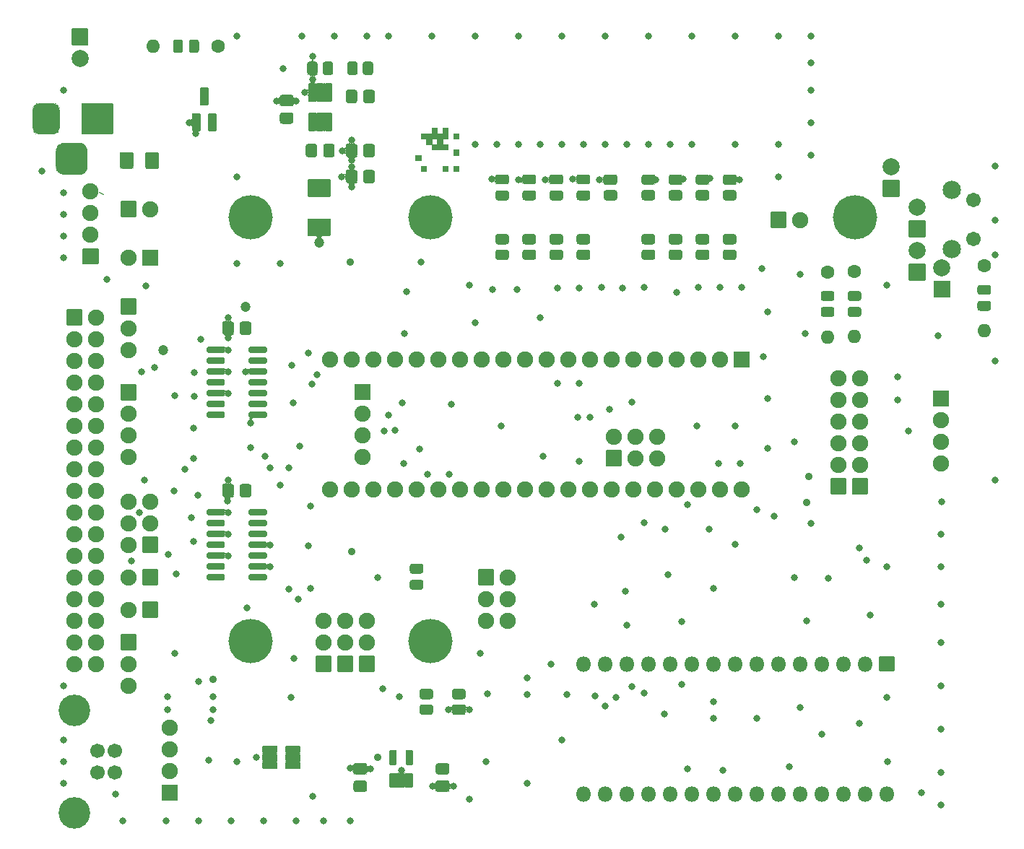
<source format=gbr>
G04 #@! TF.GenerationSoftware,KiCad,Pcbnew,(5.1.9)-1*
G04 #@! TF.CreationDate,2021-06-02T08:08:49+01:00*
G04 #@! TF.ProjectId,Greaseweazle F1 Plus Gotek,47726561-7365-4776-9561-7a6c65204631,1*
G04 #@! TF.SameCoordinates,PX6312cb0PY6bcb370*
G04 #@! TF.FileFunction,Soldermask,Top*
G04 #@! TF.FilePolarity,Negative*
%FSLAX46Y46*%
G04 Gerber Fmt 4.6, Leading zero omitted, Abs format (unit mm)*
G04 Created by KiCad (PCBNEW (5.1.9)-1) date 2021-06-02 08:08:49*
%MOMM*%
%LPD*%
G01*
G04 APERTURE LIST*
%ADD10C,0.120000*%
%ADD11C,0.100000*%
%ADD12C,2.000000*%
%ADD13C,1.900000*%
%ADD14O,1.900000X1.900000*%
%ADD15C,5.200000*%
%ADD16C,1.600000*%
%ADD17O,1.600000X1.600000*%
%ADD18O,1.800000X1.800000*%
%ADD19C,1.701140*%
%ADD20C,3.700120*%
%ADD21C,2.150000*%
%ADD22C,1.708000*%
%ADD23C,0.800000*%
%ADD24C,0.900000*%
%ADD25C,1.200000*%
G04 APERTURE END LIST*
D10*
X-2667000Y55118000D02*
X-3175000Y55372000D01*
D11*
G36*
X38989000Y59690000D02*
G01*
X38354000Y59690000D01*
X38354000Y60325000D01*
X38989000Y60325000D01*
X38989000Y59690000D01*
G37*
X38989000Y59690000D02*
X38354000Y59690000D01*
X38354000Y60325000D01*
X38989000Y60325000D01*
X38989000Y59690000D01*
G36*
X37719000Y57785000D02*
G01*
X37084000Y57785000D01*
X37084000Y58420000D01*
X37719000Y58420000D01*
X37719000Y57785000D01*
G37*
X37719000Y57785000D02*
X37084000Y57785000D01*
X37084000Y58420000D01*
X37719000Y58420000D01*
X37719000Y57785000D01*
G36*
X35179000Y57785000D02*
G01*
X34544000Y57785000D01*
X34544000Y58420000D01*
X35179000Y58420000D01*
X35179000Y57785000D01*
G37*
X35179000Y57785000D02*
X34544000Y57785000D01*
X34544000Y58420000D01*
X35179000Y58420000D01*
X35179000Y57785000D01*
G36*
X34544000Y59055000D02*
G01*
X33909000Y59055000D01*
X33909000Y59690000D01*
X34544000Y59690000D01*
X34544000Y59055000D01*
G37*
X34544000Y59055000D02*
X33909000Y59055000D01*
X33909000Y59690000D01*
X34544000Y59690000D01*
X34544000Y59055000D01*
G36*
X35179000Y61595000D02*
G01*
X34544000Y61595000D01*
X34544000Y62230000D01*
X35179000Y62230000D01*
X35179000Y61595000D01*
G37*
X35179000Y61595000D02*
X34544000Y61595000D01*
X34544000Y62230000D01*
X35179000Y62230000D01*
X35179000Y61595000D01*
G36*
X35814000Y61595000D02*
G01*
X35179000Y61595000D01*
X35179000Y62230000D01*
X35814000Y62230000D01*
X35814000Y61595000D01*
G37*
X35814000Y61595000D02*
X35179000Y61595000D01*
X35179000Y62230000D01*
X35814000Y62230000D01*
X35814000Y61595000D01*
G36*
X36449000Y62230000D02*
G01*
X35814000Y62230000D01*
X35814000Y62865000D01*
X36449000Y62865000D01*
X36449000Y62230000D01*
G37*
X36449000Y62230000D02*
X35814000Y62230000D01*
X35814000Y62865000D01*
X36449000Y62865000D01*
X36449000Y62230000D01*
G36*
X36449000Y61595000D02*
G01*
X35814000Y61595000D01*
X35814000Y62230000D01*
X36449000Y62230000D01*
X36449000Y61595000D01*
G37*
X36449000Y61595000D02*
X35814000Y61595000D01*
X35814000Y62230000D01*
X36449000Y62230000D01*
X36449000Y61595000D01*
G36*
X37084000Y61595000D02*
G01*
X36449000Y61595000D01*
X36449000Y62230000D01*
X37084000Y62230000D01*
X37084000Y61595000D01*
G37*
X37084000Y61595000D02*
X36449000Y61595000D01*
X36449000Y62230000D01*
X37084000Y62230000D01*
X37084000Y61595000D01*
G36*
X37719000Y61595000D02*
G01*
X37084000Y61595000D01*
X37084000Y62230000D01*
X37719000Y62230000D01*
X37719000Y61595000D01*
G37*
X37719000Y61595000D02*
X37084000Y61595000D01*
X37084000Y62230000D01*
X37719000Y62230000D01*
X37719000Y61595000D01*
G36*
X37719000Y62230000D02*
G01*
X37084000Y62230000D01*
X37084000Y62865000D01*
X37719000Y62865000D01*
X37719000Y62230000D01*
G37*
X37719000Y62230000D02*
X37084000Y62230000D01*
X37084000Y62865000D01*
X37719000Y62865000D01*
X37719000Y62230000D01*
G36*
X38989000Y57785000D02*
G01*
X38354000Y57785000D01*
X38354000Y58420000D01*
X38989000Y58420000D01*
X38989000Y57785000D01*
G37*
X38989000Y57785000D02*
X38354000Y57785000D01*
X38354000Y58420000D01*
X38989000Y58420000D01*
X38989000Y57785000D01*
G36*
X38989000Y61595000D02*
G01*
X38354000Y61595000D01*
X38354000Y62230000D01*
X38989000Y62230000D01*
X38989000Y61595000D01*
G37*
X38989000Y61595000D02*
X38354000Y61595000D01*
X38354000Y62230000D01*
X38989000Y62230000D01*
X38989000Y61595000D01*
G36*
X35814000Y60960000D02*
G01*
X35179000Y60960000D01*
X35179000Y61595000D01*
X35814000Y61595000D01*
X35814000Y60960000D01*
G37*
X35814000Y60960000D02*
X35179000Y60960000D01*
X35179000Y61595000D01*
X35814000Y61595000D01*
X35814000Y60960000D01*
G36*
X36449000Y60325000D02*
G01*
X35814000Y60325000D01*
X35814000Y60960000D01*
X36449000Y60960000D01*
X36449000Y60325000D01*
G37*
X36449000Y60325000D02*
X35814000Y60325000D01*
X35814000Y60960000D01*
X36449000Y60960000D01*
X36449000Y60325000D01*
G36*
X37719000Y60325000D02*
G01*
X37084000Y60325000D01*
X37084000Y60960000D01*
X37719000Y60960000D01*
X37719000Y60325000D01*
G37*
X37719000Y60325000D02*
X37084000Y60325000D01*
X37084000Y60960000D01*
X37719000Y60960000D01*
X37719000Y60325000D01*
G36*
X37084000Y60325000D02*
G01*
X36449000Y60325000D01*
X36449000Y60960000D01*
X37084000Y60960000D01*
X37084000Y60325000D01*
G37*
X37084000Y60325000D02*
X36449000Y60325000D01*
X36449000Y60960000D01*
X37084000Y60960000D01*
X37084000Y60325000D01*
G36*
X37084000Y60960000D02*
G01*
X36449000Y60960000D01*
X36449000Y61595000D01*
X37084000Y61595000D01*
X37084000Y60960000D01*
G37*
X37084000Y60960000D02*
X36449000Y60960000D01*
X36449000Y61595000D01*
X37084000Y61595000D01*
X37084000Y60960000D01*
D10*
X-2667000Y55118000D02*
X-3175000Y55372000D01*
D11*
G36*
X38989000Y59690000D02*
G01*
X38354000Y59690000D01*
X38354000Y60325000D01*
X38989000Y60325000D01*
X38989000Y59690000D01*
G37*
X38989000Y59690000D02*
X38354000Y59690000D01*
X38354000Y60325000D01*
X38989000Y60325000D01*
X38989000Y59690000D01*
G36*
X37719000Y57785000D02*
G01*
X37084000Y57785000D01*
X37084000Y58420000D01*
X37719000Y58420000D01*
X37719000Y57785000D01*
G37*
X37719000Y57785000D02*
X37084000Y57785000D01*
X37084000Y58420000D01*
X37719000Y58420000D01*
X37719000Y57785000D01*
G36*
X35179000Y57785000D02*
G01*
X34544000Y57785000D01*
X34544000Y58420000D01*
X35179000Y58420000D01*
X35179000Y57785000D01*
G37*
X35179000Y57785000D02*
X34544000Y57785000D01*
X34544000Y58420000D01*
X35179000Y58420000D01*
X35179000Y57785000D01*
G36*
X34544000Y59055000D02*
G01*
X33909000Y59055000D01*
X33909000Y59690000D01*
X34544000Y59690000D01*
X34544000Y59055000D01*
G37*
X34544000Y59055000D02*
X33909000Y59055000D01*
X33909000Y59690000D01*
X34544000Y59690000D01*
X34544000Y59055000D01*
G36*
X35179000Y61595000D02*
G01*
X34544000Y61595000D01*
X34544000Y62230000D01*
X35179000Y62230000D01*
X35179000Y61595000D01*
G37*
X35179000Y61595000D02*
X34544000Y61595000D01*
X34544000Y62230000D01*
X35179000Y62230000D01*
X35179000Y61595000D01*
G36*
X35814000Y61595000D02*
G01*
X35179000Y61595000D01*
X35179000Y62230000D01*
X35814000Y62230000D01*
X35814000Y61595000D01*
G37*
X35814000Y61595000D02*
X35179000Y61595000D01*
X35179000Y62230000D01*
X35814000Y62230000D01*
X35814000Y61595000D01*
G36*
X36449000Y62230000D02*
G01*
X35814000Y62230000D01*
X35814000Y62865000D01*
X36449000Y62865000D01*
X36449000Y62230000D01*
G37*
X36449000Y62230000D02*
X35814000Y62230000D01*
X35814000Y62865000D01*
X36449000Y62865000D01*
X36449000Y62230000D01*
G36*
X36449000Y61595000D02*
G01*
X35814000Y61595000D01*
X35814000Y62230000D01*
X36449000Y62230000D01*
X36449000Y61595000D01*
G37*
X36449000Y61595000D02*
X35814000Y61595000D01*
X35814000Y62230000D01*
X36449000Y62230000D01*
X36449000Y61595000D01*
G36*
X37084000Y61595000D02*
G01*
X36449000Y61595000D01*
X36449000Y62230000D01*
X37084000Y62230000D01*
X37084000Y61595000D01*
G37*
X37084000Y61595000D02*
X36449000Y61595000D01*
X36449000Y62230000D01*
X37084000Y62230000D01*
X37084000Y61595000D01*
G36*
X37719000Y61595000D02*
G01*
X37084000Y61595000D01*
X37084000Y62230000D01*
X37719000Y62230000D01*
X37719000Y61595000D01*
G37*
X37719000Y61595000D02*
X37084000Y61595000D01*
X37084000Y62230000D01*
X37719000Y62230000D01*
X37719000Y61595000D01*
G36*
X37719000Y62230000D02*
G01*
X37084000Y62230000D01*
X37084000Y62865000D01*
X37719000Y62865000D01*
X37719000Y62230000D01*
G37*
X37719000Y62230000D02*
X37084000Y62230000D01*
X37084000Y62865000D01*
X37719000Y62865000D01*
X37719000Y62230000D01*
G36*
X38989000Y57785000D02*
G01*
X38354000Y57785000D01*
X38354000Y58420000D01*
X38989000Y58420000D01*
X38989000Y57785000D01*
G37*
X38989000Y57785000D02*
X38354000Y57785000D01*
X38354000Y58420000D01*
X38989000Y58420000D01*
X38989000Y57785000D01*
G36*
X38989000Y61595000D02*
G01*
X38354000Y61595000D01*
X38354000Y62230000D01*
X38989000Y62230000D01*
X38989000Y61595000D01*
G37*
X38989000Y61595000D02*
X38354000Y61595000D01*
X38354000Y62230000D01*
X38989000Y62230000D01*
X38989000Y61595000D01*
G36*
X35814000Y60960000D02*
G01*
X35179000Y60960000D01*
X35179000Y61595000D01*
X35814000Y61595000D01*
X35814000Y60960000D01*
G37*
X35814000Y60960000D02*
X35179000Y60960000D01*
X35179000Y61595000D01*
X35814000Y61595000D01*
X35814000Y60960000D01*
G36*
X36449000Y60325000D02*
G01*
X35814000Y60325000D01*
X35814000Y60960000D01*
X36449000Y60960000D01*
X36449000Y60325000D01*
G37*
X36449000Y60325000D02*
X35814000Y60325000D01*
X35814000Y60960000D01*
X36449000Y60960000D01*
X36449000Y60325000D01*
G36*
X37719000Y60325000D02*
G01*
X37084000Y60325000D01*
X37084000Y60960000D01*
X37719000Y60960000D01*
X37719000Y60325000D01*
G37*
X37719000Y60325000D02*
X37084000Y60325000D01*
X37084000Y60960000D01*
X37719000Y60960000D01*
X37719000Y60325000D01*
G36*
X37084000Y60325000D02*
G01*
X36449000Y60325000D01*
X36449000Y60960000D01*
X37084000Y60960000D01*
X37084000Y60325000D01*
G37*
X37084000Y60325000D02*
X36449000Y60325000D01*
X36449000Y60960000D01*
X37084000Y60960000D01*
X37084000Y60325000D01*
G36*
X37084000Y60960000D02*
G01*
X36449000Y60960000D01*
X36449000Y61595000D01*
X37084000Y61595000D01*
X37084000Y60960000D01*
G37*
X37084000Y60960000D02*
X36449000Y60960000D01*
X36449000Y61595000D01*
X37084000Y61595000D01*
X37084000Y60960000D01*
D12*
X89662000Y58293000D03*
G36*
G01*
X90562000Y54753000D02*
X88762000Y54753000D01*
G75*
G02*
X88662000Y54853000I0J100000D01*
G01*
X88662000Y56653000D01*
G75*
G02*
X88762000Y56753000I100000J0D01*
G01*
X90562000Y56753000D01*
G75*
G02*
X90662000Y56653000I0J-100000D01*
G01*
X90662000Y54853000D01*
G75*
G02*
X90562000Y54753000I-100000J0D01*
G01*
G37*
G36*
G01*
X43567778Y48595000D02*
X44570222Y48595000D01*
G75*
G02*
X44869000Y48296222I0J-298778D01*
G01*
X44869000Y47668778D01*
G75*
G02*
X44570222Y47370000I-298778J0D01*
G01*
X43567778Y47370000D01*
G75*
G02*
X43269000Y47668778I0J298778D01*
G01*
X43269000Y48296222D01*
G75*
G02*
X43567778Y48595000I298778J0D01*
G01*
G37*
G36*
G01*
X43567778Y50420000D02*
X44570222Y50420000D01*
G75*
G02*
X44869000Y50121222I0J-298778D01*
G01*
X44869000Y49493778D01*
G75*
G02*
X44570222Y49195000I-298778J0D01*
G01*
X43567778Y49195000D01*
G75*
G02*
X43269000Y49493778I0J298778D01*
G01*
X43269000Y50121222D01*
G75*
G02*
X43567778Y50420000I298778J0D01*
G01*
G37*
G36*
G01*
X60712778Y48595000D02*
X61715222Y48595000D01*
G75*
G02*
X62014000Y48296222I0J-298778D01*
G01*
X62014000Y47668778D01*
G75*
G02*
X61715222Y47370000I-298778J0D01*
G01*
X60712778Y47370000D01*
G75*
G02*
X60414000Y47668778I0J298778D01*
G01*
X60414000Y48296222D01*
G75*
G02*
X60712778Y48595000I298778J0D01*
G01*
G37*
G36*
G01*
X60712778Y50420000D02*
X61715222Y50420000D01*
G75*
G02*
X62014000Y50121222I0J-298778D01*
G01*
X62014000Y49493778D01*
G75*
G02*
X61715222Y49195000I-298778J0D01*
G01*
X60712778Y49195000D01*
G75*
G02*
X60414000Y49493778I0J298778D01*
G01*
X60414000Y50121222D01*
G75*
G02*
X60712778Y50420000I298778J0D01*
G01*
G37*
G36*
G01*
X46742778Y48595000D02*
X47745222Y48595000D01*
G75*
G02*
X48044000Y48296222I0J-298778D01*
G01*
X48044000Y47668778D01*
G75*
G02*
X47745222Y47370000I-298778J0D01*
G01*
X46742778Y47370000D01*
G75*
G02*
X46444000Y47668778I0J298778D01*
G01*
X46444000Y48296222D01*
G75*
G02*
X46742778Y48595000I298778J0D01*
G01*
G37*
G36*
G01*
X46742778Y50420000D02*
X47745222Y50420000D01*
G75*
G02*
X48044000Y50121222I0J-298778D01*
G01*
X48044000Y49493778D01*
G75*
G02*
X47745222Y49195000I-298778J0D01*
G01*
X46742778Y49195000D01*
G75*
G02*
X46444000Y49493778I0J298778D01*
G01*
X46444000Y50121222D01*
G75*
G02*
X46742778Y50420000I298778J0D01*
G01*
G37*
G36*
G01*
X70237778Y48595000D02*
X71240222Y48595000D01*
G75*
G02*
X71539000Y48296222I0J-298778D01*
G01*
X71539000Y47668778D01*
G75*
G02*
X71240222Y47370000I-298778J0D01*
G01*
X70237778Y47370000D01*
G75*
G02*
X69939000Y47668778I0J298778D01*
G01*
X69939000Y48296222D01*
G75*
G02*
X70237778Y48595000I298778J0D01*
G01*
G37*
G36*
G01*
X70237778Y50420000D02*
X71240222Y50420000D01*
G75*
G02*
X71539000Y50121222I0J-298778D01*
G01*
X71539000Y49493778D01*
G75*
G02*
X71240222Y49195000I-298778J0D01*
G01*
X70237778Y49195000D01*
G75*
G02*
X69939000Y49493778I0J298778D01*
G01*
X69939000Y50121222D01*
G75*
G02*
X70237778Y50420000I298778J0D01*
G01*
G37*
G36*
G01*
X53092778Y48595000D02*
X54095222Y48595000D01*
G75*
G02*
X54394000Y48296222I0J-298778D01*
G01*
X54394000Y47668778D01*
G75*
G02*
X54095222Y47370000I-298778J0D01*
G01*
X53092778Y47370000D01*
G75*
G02*
X52794000Y47668778I0J298778D01*
G01*
X52794000Y48296222D01*
G75*
G02*
X53092778Y48595000I298778J0D01*
G01*
G37*
G36*
G01*
X53092778Y50420000D02*
X54095222Y50420000D01*
G75*
G02*
X54394000Y50121222I0J-298778D01*
G01*
X54394000Y49493778D01*
G75*
G02*
X54095222Y49195000I-298778J0D01*
G01*
X53092778Y49195000D01*
G75*
G02*
X52794000Y49493778I0J298778D01*
G01*
X52794000Y50121222D01*
G75*
G02*
X53092778Y50420000I298778J0D01*
G01*
G37*
G36*
G01*
X63887778Y48595000D02*
X64890222Y48595000D01*
G75*
G02*
X65189000Y48296222I0J-298778D01*
G01*
X65189000Y47668778D01*
G75*
G02*
X64890222Y47370000I-298778J0D01*
G01*
X63887778Y47370000D01*
G75*
G02*
X63589000Y47668778I0J298778D01*
G01*
X63589000Y48296222D01*
G75*
G02*
X63887778Y48595000I298778J0D01*
G01*
G37*
G36*
G01*
X63887778Y50420000D02*
X64890222Y50420000D01*
G75*
G02*
X65189000Y50121222I0J-298778D01*
G01*
X65189000Y49493778D01*
G75*
G02*
X64890222Y49195000I-298778J0D01*
G01*
X63887778Y49195000D01*
G75*
G02*
X63589000Y49493778I0J298778D01*
G01*
X63589000Y50121222D01*
G75*
G02*
X63887778Y50420000I298778J0D01*
G01*
G37*
G36*
G01*
X67062778Y48595000D02*
X68065222Y48595000D01*
G75*
G02*
X68364000Y48296222I0J-298778D01*
G01*
X68364000Y47668778D01*
G75*
G02*
X68065222Y47370000I-298778J0D01*
G01*
X67062778Y47370000D01*
G75*
G02*
X66764000Y47668778I0J298778D01*
G01*
X66764000Y48296222D01*
G75*
G02*
X67062778Y48595000I298778J0D01*
G01*
G37*
G36*
G01*
X67062778Y50420000D02*
X68065222Y50420000D01*
G75*
G02*
X68364000Y50121222I0J-298778D01*
G01*
X68364000Y49493778D01*
G75*
G02*
X68065222Y49195000I-298778J0D01*
G01*
X67062778Y49195000D01*
G75*
G02*
X66764000Y49493778I0J298778D01*
G01*
X66764000Y50121222D01*
G75*
G02*
X67062778Y50420000I298778J0D01*
G01*
G37*
G36*
G01*
X71240222Y56180000D02*
X70237778Y56180000D01*
G75*
G02*
X69939000Y56478778I0J298778D01*
G01*
X69939000Y57106222D01*
G75*
G02*
X70237778Y57405000I298778J0D01*
G01*
X71240222Y57405000D01*
G75*
G02*
X71539000Y57106222I0J-298778D01*
G01*
X71539000Y56478778D01*
G75*
G02*
X71240222Y56180000I-298778J0D01*
G01*
G37*
G36*
G01*
X71240222Y54355000D02*
X70237778Y54355000D01*
G75*
G02*
X69939000Y54653778I0J298778D01*
G01*
X69939000Y55281222D01*
G75*
G02*
X70237778Y55580000I298778J0D01*
G01*
X71240222Y55580000D01*
G75*
G02*
X71539000Y55281222I0J-298778D01*
G01*
X71539000Y54653778D01*
G75*
G02*
X71240222Y54355000I-298778J0D01*
G01*
G37*
G36*
G01*
X68065222Y56180000D02*
X67062778Y56180000D01*
G75*
G02*
X66764000Y56478778I0J298778D01*
G01*
X66764000Y57106222D01*
G75*
G02*
X67062778Y57405000I298778J0D01*
G01*
X68065222Y57405000D01*
G75*
G02*
X68364000Y57106222I0J-298778D01*
G01*
X68364000Y56478778D01*
G75*
G02*
X68065222Y56180000I-298778J0D01*
G01*
G37*
G36*
G01*
X68065222Y54355000D02*
X67062778Y54355000D01*
G75*
G02*
X66764000Y54653778I0J298778D01*
G01*
X66764000Y55281222D01*
G75*
G02*
X67062778Y55580000I298778J0D01*
G01*
X68065222Y55580000D01*
G75*
G02*
X68364000Y55281222I0J-298778D01*
G01*
X68364000Y54653778D01*
G75*
G02*
X68065222Y54355000I-298778J0D01*
G01*
G37*
G36*
G01*
X61715222Y56180000D02*
X60712778Y56180000D01*
G75*
G02*
X60414000Y56478778I0J298778D01*
G01*
X60414000Y57106222D01*
G75*
G02*
X60712778Y57405000I298778J0D01*
G01*
X61715222Y57405000D01*
G75*
G02*
X62014000Y57106222I0J-298778D01*
G01*
X62014000Y56478778D01*
G75*
G02*
X61715222Y56180000I-298778J0D01*
G01*
G37*
G36*
G01*
X61715222Y54355000D02*
X60712778Y54355000D01*
G75*
G02*
X60414000Y54653778I0J298778D01*
G01*
X60414000Y55281222D01*
G75*
G02*
X60712778Y55580000I298778J0D01*
G01*
X61715222Y55580000D01*
G75*
G02*
X62014000Y55281222I0J-298778D01*
G01*
X62014000Y54653778D01*
G75*
G02*
X61715222Y54355000I-298778J0D01*
G01*
G37*
G36*
G01*
X64890222Y56180000D02*
X63887778Y56180000D01*
G75*
G02*
X63589000Y56478778I0J298778D01*
G01*
X63589000Y57106222D01*
G75*
G02*
X63887778Y57405000I298778J0D01*
G01*
X64890222Y57405000D01*
G75*
G02*
X65189000Y57106222I0J-298778D01*
G01*
X65189000Y56478778D01*
G75*
G02*
X64890222Y56180000I-298778J0D01*
G01*
G37*
G36*
G01*
X64890222Y54355000D02*
X63887778Y54355000D01*
G75*
G02*
X63589000Y54653778I0J298778D01*
G01*
X63589000Y55281222D01*
G75*
G02*
X63887778Y55580000I298778J0D01*
G01*
X64890222Y55580000D01*
G75*
G02*
X65189000Y55281222I0J-298778D01*
G01*
X65189000Y54653778D01*
G75*
G02*
X64890222Y54355000I-298778J0D01*
G01*
G37*
G36*
G01*
X49917778Y48595000D02*
X50920222Y48595000D01*
G75*
G02*
X51219000Y48296222I0J-298778D01*
G01*
X51219000Y47668778D01*
G75*
G02*
X50920222Y47370000I-298778J0D01*
G01*
X49917778Y47370000D01*
G75*
G02*
X49619000Y47668778I0J298778D01*
G01*
X49619000Y48296222D01*
G75*
G02*
X49917778Y48595000I298778J0D01*
G01*
G37*
G36*
G01*
X49917778Y50420000D02*
X50920222Y50420000D01*
G75*
G02*
X51219000Y50121222I0J-298778D01*
G01*
X51219000Y49493778D01*
G75*
G02*
X50920222Y49195000I-298778J0D01*
G01*
X49917778Y49195000D01*
G75*
G02*
X49619000Y49493778I0J298778D01*
G01*
X49619000Y50121222D01*
G75*
G02*
X49917778Y50420000I298778J0D01*
G01*
G37*
G36*
G01*
X57270222Y56180000D02*
X56267778Y56180000D01*
G75*
G02*
X55969000Y56478778I0J298778D01*
G01*
X55969000Y57106222D01*
G75*
G02*
X56267778Y57405000I298778J0D01*
G01*
X57270222Y57405000D01*
G75*
G02*
X57569000Y57106222I0J-298778D01*
G01*
X57569000Y56478778D01*
G75*
G02*
X57270222Y56180000I-298778J0D01*
G01*
G37*
G36*
G01*
X57270222Y54355000D02*
X56267778Y54355000D01*
G75*
G02*
X55969000Y54653778I0J298778D01*
G01*
X55969000Y55281222D01*
G75*
G02*
X56267778Y55580000I298778J0D01*
G01*
X57270222Y55580000D01*
G75*
G02*
X57569000Y55281222I0J-298778D01*
G01*
X57569000Y54653778D01*
G75*
G02*
X57270222Y54355000I-298778J0D01*
G01*
G37*
G36*
G01*
X14354000Y36630000D02*
X14354000Y37030000D01*
G75*
G02*
X14554000Y37230000I200000J0D01*
G01*
X16304000Y37230000D01*
G75*
G02*
X16504000Y37030000I0J-200000D01*
G01*
X16504000Y36630000D01*
G75*
G02*
X16304000Y36430000I-200000J0D01*
G01*
X14554000Y36430000D01*
G75*
G02*
X14354000Y36630000I0J200000D01*
G01*
G37*
G36*
G01*
X14354000Y35360000D02*
X14354000Y35760000D01*
G75*
G02*
X14554000Y35960000I200000J0D01*
G01*
X16304000Y35960000D01*
G75*
G02*
X16504000Y35760000I0J-200000D01*
G01*
X16504000Y35360000D01*
G75*
G02*
X16304000Y35160000I-200000J0D01*
G01*
X14554000Y35160000D01*
G75*
G02*
X14354000Y35360000I0J200000D01*
G01*
G37*
G36*
G01*
X14354000Y34090000D02*
X14354000Y34490000D01*
G75*
G02*
X14554000Y34690000I200000J0D01*
G01*
X16304000Y34690000D01*
G75*
G02*
X16504000Y34490000I0J-200000D01*
G01*
X16504000Y34090000D01*
G75*
G02*
X16304000Y33890000I-200000J0D01*
G01*
X14554000Y33890000D01*
G75*
G02*
X14354000Y34090000I0J200000D01*
G01*
G37*
G36*
G01*
X14354000Y32820000D02*
X14354000Y33220000D01*
G75*
G02*
X14554000Y33420000I200000J0D01*
G01*
X16304000Y33420000D01*
G75*
G02*
X16504000Y33220000I0J-200000D01*
G01*
X16504000Y32820000D01*
G75*
G02*
X16304000Y32620000I-200000J0D01*
G01*
X14554000Y32620000D01*
G75*
G02*
X14354000Y32820000I0J200000D01*
G01*
G37*
G36*
G01*
X14354000Y31550000D02*
X14354000Y31950000D01*
G75*
G02*
X14554000Y32150000I200000J0D01*
G01*
X16304000Y32150000D01*
G75*
G02*
X16504000Y31950000I0J-200000D01*
G01*
X16504000Y31550000D01*
G75*
G02*
X16304000Y31350000I-200000J0D01*
G01*
X14554000Y31350000D01*
G75*
G02*
X14354000Y31550000I0J200000D01*
G01*
G37*
G36*
G01*
X14354000Y30280000D02*
X14354000Y30680000D01*
G75*
G02*
X14554000Y30880000I200000J0D01*
G01*
X16304000Y30880000D01*
G75*
G02*
X16504000Y30680000I0J-200000D01*
G01*
X16504000Y30280000D01*
G75*
G02*
X16304000Y30080000I-200000J0D01*
G01*
X14554000Y30080000D01*
G75*
G02*
X14354000Y30280000I0J200000D01*
G01*
G37*
G36*
G01*
X14354000Y29010000D02*
X14354000Y29410000D01*
G75*
G02*
X14554000Y29610000I200000J0D01*
G01*
X16304000Y29610000D01*
G75*
G02*
X16504000Y29410000I0J-200000D01*
G01*
X16504000Y29010000D01*
G75*
G02*
X16304000Y28810000I-200000J0D01*
G01*
X14554000Y28810000D01*
G75*
G02*
X14354000Y29010000I0J200000D01*
G01*
G37*
G36*
G01*
X9404000Y29010000D02*
X9404000Y29410000D01*
G75*
G02*
X9604000Y29610000I200000J0D01*
G01*
X11354000Y29610000D01*
G75*
G02*
X11554000Y29410000I0J-200000D01*
G01*
X11554000Y29010000D01*
G75*
G02*
X11354000Y28810000I-200000J0D01*
G01*
X9604000Y28810000D01*
G75*
G02*
X9404000Y29010000I0J200000D01*
G01*
G37*
G36*
G01*
X9404000Y30280000D02*
X9404000Y30680000D01*
G75*
G02*
X9604000Y30880000I200000J0D01*
G01*
X11354000Y30880000D01*
G75*
G02*
X11554000Y30680000I0J-200000D01*
G01*
X11554000Y30280000D01*
G75*
G02*
X11354000Y30080000I-200000J0D01*
G01*
X9604000Y30080000D01*
G75*
G02*
X9404000Y30280000I0J200000D01*
G01*
G37*
G36*
G01*
X9404000Y31550000D02*
X9404000Y31950000D01*
G75*
G02*
X9604000Y32150000I200000J0D01*
G01*
X11354000Y32150000D01*
G75*
G02*
X11554000Y31950000I0J-200000D01*
G01*
X11554000Y31550000D01*
G75*
G02*
X11354000Y31350000I-200000J0D01*
G01*
X9604000Y31350000D01*
G75*
G02*
X9404000Y31550000I0J200000D01*
G01*
G37*
G36*
G01*
X9404000Y32820000D02*
X9404000Y33220000D01*
G75*
G02*
X9604000Y33420000I200000J0D01*
G01*
X11354000Y33420000D01*
G75*
G02*
X11554000Y33220000I0J-200000D01*
G01*
X11554000Y32820000D01*
G75*
G02*
X11354000Y32620000I-200000J0D01*
G01*
X9604000Y32620000D01*
G75*
G02*
X9404000Y32820000I0J200000D01*
G01*
G37*
G36*
G01*
X9404000Y34090000D02*
X9404000Y34490000D01*
G75*
G02*
X9604000Y34690000I200000J0D01*
G01*
X11354000Y34690000D01*
G75*
G02*
X11554000Y34490000I0J-200000D01*
G01*
X11554000Y34090000D01*
G75*
G02*
X11354000Y33890000I-200000J0D01*
G01*
X9604000Y33890000D01*
G75*
G02*
X9404000Y34090000I0J200000D01*
G01*
G37*
G36*
G01*
X9404000Y35360000D02*
X9404000Y35760000D01*
G75*
G02*
X9604000Y35960000I200000J0D01*
G01*
X11354000Y35960000D01*
G75*
G02*
X11554000Y35760000I0J-200000D01*
G01*
X11554000Y35360000D01*
G75*
G02*
X11354000Y35160000I-200000J0D01*
G01*
X9604000Y35160000D01*
G75*
G02*
X9404000Y35360000I0J200000D01*
G01*
G37*
G36*
G01*
X9404000Y36630000D02*
X9404000Y37030000D01*
G75*
G02*
X9604000Y37230000I200000J0D01*
G01*
X11354000Y37230000D01*
G75*
G02*
X11554000Y37030000I0J-200000D01*
G01*
X11554000Y36630000D01*
G75*
G02*
X11354000Y36430000I-200000J0D01*
G01*
X9604000Y36430000D01*
G75*
G02*
X9404000Y36630000I0J200000D01*
G01*
G37*
G36*
G01*
X12604000Y20826523D02*
X12604000Y19813477D01*
G75*
G02*
X12310523Y19520000I-293477J0D01*
G01*
X11547477Y19520000D01*
G75*
G02*
X11254000Y19813477I0J293477D01*
G01*
X11254000Y20826523D01*
G75*
G02*
X11547477Y21120000I293477J0D01*
G01*
X12310523Y21120000D01*
G75*
G02*
X12604000Y20826523I0J-293477D01*
G01*
G37*
G36*
G01*
X14654000Y20826523D02*
X14654000Y19813477D01*
G75*
G02*
X14360523Y19520000I-293477J0D01*
G01*
X13597477Y19520000D01*
G75*
G02*
X13304000Y19813477I0J293477D01*
G01*
X13304000Y20826523D01*
G75*
G02*
X13597477Y21120000I293477J0D01*
G01*
X14360523Y21120000D01*
G75*
G02*
X14654000Y20826523I0J-293477D01*
G01*
G37*
G36*
G01*
X12604000Y39876523D02*
X12604000Y38863477D01*
G75*
G02*
X12310523Y38570000I-293477J0D01*
G01*
X11547477Y38570000D01*
G75*
G02*
X11254000Y38863477I0J293477D01*
G01*
X11254000Y39876523D01*
G75*
G02*
X11547477Y40170000I293477J0D01*
G01*
X12310523Y40170000D01*
G75*
G02*
X12604000Y39876523I0J-293477D01*
G01*
G37*
G36*
G01*
X14654000Y39876523D02*
X14654000Y38863477D01*
G75*
G02*
X14360523Y38570000I-293477J0D01*
G01*
X13597477Y38570000D01*
G75*
G02*
X13304000Y38863477I0J293477D01*
G01*
X13304000Y39876523D01*
G75*
G02*
X13597477Y40170000I293477J0D01*
G01*
X14360523Y40170000D01*
G75*
G02*
X14654000Y39876523I0J-293477D01*
G01*
G37*
G36*
G01*
X14354000Y17580000D02*
X14354000Y17980000D01*
G75*
G02*
X14554000Y18180000I200000J0D01*
G01*
X16304000Y18180000D01*
G75*
G02*
X16504000Y17980000I0J-200000D01*
G01*
X16504000Y17580000D01*
G75*
G02*
X16304000Y17380000I-200000J0D01*
G01*
X14554000Y17380000D01*
G75*
G02*
X14354000Y17580000I0J200000D01*
G01*
G37*
G36*
G01*
X14354000Y16310000D02*
X14354000Y16710000D01*
G75*
G02*
X14554000Y16910000I200000J0D01*
G01*
X16304000Y16910000D01*
G75*
G02*
X16504000Y16710000I0J-200000D01*
G01*
X16504000Y16310000D01*
G75*
G02*
X16304000Y16110000I-200000J0D01*
G01*
X14554000Y16110000D01*
G75*
G02*
X14354000Y16310000I0J200000D01*
G01*
G37*
G36*
G01*
X14354000Y15040000D02*
X14354000Y15440000D01*
G75*
G02*
X14554000Y15640000I200000J0D01*
G01*
X16304000Y15640000D01*
G75*
G02*
X16504000Y15440000I0J-200000D01*
G01*
X16504000Y15040000D01*
G75*
G02*
X16304000Y14840000I-200000J0D01*
G01*
X14554000Y14840000D01*
G75*
G02*
X14354000Y15040000I0J200000D01*
G01*
G37*
G36*
G01*
X14354000Y13770000D02*
X14354000Y14170000D01*
G75*
G02*
X14554000Y14370000I200000J0D01*
G01*
X16304000Y14370000D01*
G75*
G02*
X16504000Y14170000I0J-200000D01*
G01*
X16504000Y13770000D01*
G75*
G02*
X16304000Y13570000I-200000J0D01*
G01*
X14554000Y13570000D01*
G75*
G02*
X14354000Y13770000I0J200000D01*
G01*
G37*
G36*
G01*
X14354000Y12500000D02*
X14354000Y12900000D01*
G75*
G02*
X14554000Y13100000I200000J0D01*
G01*
X16304000Y13100000D01*
G75*
G02*
X16504000Y12900000I0J-200000D01*
G01*
X16504000Y12500000D01*
G75*
G02*
X16304000Y12300000I-200000J0D01*
G01*
X14554000Y12300000D01*
G75*
G02*
X14354000Y12500000I0J200000D01*
G01*
G37*
G36*
G01*
X14354000Y11230000D02*
X14354000Y11630000D01*
G75*
G02*
X14554000Y11830000I200000J0D01*
G01*
X16304000Y11830000D01*
G75*
G02*
X16504000Y11630000I0J-200000D01*
G01*
X16504000Y11230000D01*
G75*
G02*
X16304000Y11030000I-200000J0D01*
G01*
X14554000Y11030000D01*
G75*
G02*
X14354000Y11230000I0J200000D01*
G01*
G37*
G36*
G01*
X14354000Y9960000D02*
X14354000Y10360000D01*
G75*
G02*
X14554000Y10560000I200000J0D01*
G01*
X16304000Y10560000D01*
G75*
G02*
X16504000Y10360000I0J-200000D01*
G01*
X16504000Y9960000D01*
G75*
G02*
X16304000Y9760000I-200000J0D01*
G01*
X14554000Y9760000D01*
G75*
G02*
X14354000Y9960000I0J200000D01*
G01*
G37*
G36*
G01*
X9404000Y9960000D02*
X9404000Y10360000D01*
G75*
G02*
X9604000Y10560000I200000J0D01*
G01*
X11354000Y10560000D01*
G75*
G02*
X11554000Y10360000I0J-200000D01*
G01*
X11554000Y9960000D01*
G75*
G02*
X11354000Y9760000I-200000J0D01*
G01*
X9604000Y9760000D01*
G75*
G02*
X9404000Y9960000I0J200000D01*
G01*
G37*
G36*
G01*
X9404000Y11230000D02*
X9404000Y11630000D01*
G75*
G02*
X9604000Y11830000I200000J0D01*
G01*
X11354000Y11830000D01*
G75*
G02*
X11554000Y11630000I0J-200000D01*
G01*
X11554000Y11230000D01*
G75*
G02*
X11354000Y11030000I-200000J0D01*
G01*
X9604000Y11030000D01*
G75*
G02*
X9404000Y11230000I0J200000D01*
G01*
G37*
G36*
G01*
X9404000Y12500000D02*
X9404000Y12900000D01*
G75*
G02*
X9604000Y13100000I200000J0D01*
G01*
X11354000Y13100000D01*
G75*
G02*
X11554000Y12900000I0J-200000D01*
G01*
X11554000Y12500000D01*
G75*
G02*
X11354000Y12300000I-200000J0D01*
G01*
X9604000Y12300000D01*
G75*
G02*
X9404000Y12500000I0J200000D01*
G01*
G37*
G36*
G01*
X9404000Y13770000D02*
X9404000Y14170000D01*
G75*
G02*
X9604000Y14370000I200000J0D01*
G01*
X11354000Y14370000D01*
G75*
G02*
X11554000Y14170000I0J-200000D01*
G01*
X11554000Y13770000D01*
G75*
G02*
X11354000Y13570000I-200000J0D01*
G01*
X9604000Y13570000D01*
G75*
G02*
X9404000Y13770000I0J200000D01*
G01*
G37*
G36*
G01*
X9404000Y15040000D02*
X9404000Y15440000D01*
G75*
G02*
X9604000Y15640000I200000J0D01*
G01*
X11354000Y15640000D01*
G75*
G02*
X11554000Y15440000I0J-200000D01*
G01*
X11554000Y15040000D01*
G75*
G02*
X11354000Y14840000I-200000J0D01*
G01*
X9604000Y14840000D01*
G75*
G02*
X9404000Y15040000I0J200000D01*
G01*
G37*
G36*
G01*
X9404000Y16310000D02*
X9404000Y16710000D01*
G75*
G02*
X9604000Y16910000I200000J0D01*
G01*
X11354000Y16910000D01*
G75*
G02*
X11554000Y16710000I0J-200000D01*
G01*
X11554000Y16310000D01*
G75*
G02*
X11354000Y16110000I-200000J0D01*
G01*
X9604000Y16110000D01*
G75*
G02*
X9404000Y16310000I0J200000D01*
G01*
G37*
G36*
G01*
X9404000Y17580000D02*
X9404000Y17980000D01*
G75*
G02*
X9604000Y18180000I200000J0D01*
G01*
X11354000Y18180000D01*
G75*
G02*
X11554000Y17980000I0J-200000D01*
G01*
X11554000Y17580000D01*
G75*
G02*
X11354000Y17380000I-200000J0D01*
G01*
X9604000Y17380000D01*
G75*
G02*
X9404000Y17580000I0J200000D01*
G01*
G37*
G36*
G01*
X35680222Y-4145000D02*
X34677778Y-4145000D01*
G75*
G02*
X34379000Y-3846222I0J298778D01*
G01*
X34379000Y-3218778D01*
G75*
G02*
X34677778Y-2920000I298778J0D01*
G01*
X35680222Y-2920000D01*
G75*
G02*
X35979000Y-3218778I0J-298778D01*
G01*
X35979000Y-3846222D01*
G75*
G02*
X35680222Y-4145000I-298778J0D01*
G01*
G37*
G36*
G01*
X35680222Y-5970000D02*
X34677778Y-5970000D01*
G75*
G02*
X34379000Y-5671222I0J298778D01*
G01*
X34379000Y-5043778D01*
G75*
G02*
X34677778Y-4745000I298778J0D01*
G01*
X35680222Y-4745000D01*
G75*
G02*
X35979000Y-5043778I0J-298778D01*
G01*
X35979000Y-5671222D01*
G75*
G02*
X35680222Y-5970000I-298778J0D01*
G01*
G37*
G36*
G01*
X39490222Y-4145000D02*
X38487778Y-4145000D01*
G75*
G02*
X38189000Y-3846222I0J298778D01*
G01*
X38189000Y-3218778D01*
G75*
G02*
X38487778Y-2920000I298778J0D01*
G01*
X39490222Y-2920000D01*
G75*
G02*
X39789000Y-3218778I0J-298778D01*
G01*
X39789000Y-3846222D01*
G75*
G02*
X39490222Y-4145000I-298778J0D01*
G01*
G37*
G36*
G01*
X39490222Y-5970000D02*
X38487778Y-5970000D01*
G75*
G02*
X38189000Y-5671222I0J298778D01*
G01*
X38189000Y-5043778D01*
G75*
G02*
X38487778Y-4745000I298778J0D01*
G01*
X39490222Y-4745000D01*
G75*
G02*
X39789000Y-5043778I0J-298778D01*
G01*
X39789000Y-5671222D01*
G75*
G02*
X39490222Y-5970000I-298778J0D01*
G01*
G37*
D13*
X57150000Y26657300D03*
X59690000Y26657300D03*
X62230000Y26593800D03*
G36*
G01*
X56300000Y25067300D02*
X58000000Y25067300D01*
G75*
G02*
X58100000Y24967300I0J-100000D01*
G01*
X58100000Y23267300D01*
G75*
G02*
X58000000Y23167300I-100000J0D01*
G01*
X56300000Y23167300D01*
G75*
G02*
X56200000Y23267300I0J100000D01*
G01*
X56200000Y24967300D01*
G75*
G02*
X56300000Y25067300I100000J0D01*
G01*
G37*
X62230000Y24117300D03*
X59690000Y24117300D03*
X23876000Y35687000D03*
X23876000Y20447000D03*
X26416000Y35687000D03*
X26416000Y20447000D03*
X28956000Y35687000D03*
X28956000Y20447000D03*
X31496000Y35687000D03*
X31496000Y20447000D03*
X34036000Y35687000D03*
X34036000Y20447000D03*
X36576000Y35687000D03*
X36576000Y20447000D03*
X39116000Y35687000D03*
X39116000Y20447000D03*
X41656000Y35687000D03*
X41656000Y20447000D03*
X44196000Y35687000D03*
X44196000Y20447000D03*
X46736000Y35687000D03*
X46736000Y20447000D03*
X49276000Y35687000D03*
X49276000Y20447000D03*
X51816000Y35687000D03*
X51816000Y20447000D03*
X54356000Y35687000D03*
X54356000Y20447000D03*
X56896000Y35687000D03*
X56896000Y20447000D03*
X59436000Y35687000D03*
X59436000Y20447000D03*
X61976000Y35687000D03*
X61976000Y20447000D03*
X64516000Y35687000D03*
X64516000Y20447000D03*
X67056000Y35687000D03*
X67056000Y20447000D03*
X69596000Y35687000D03*
X69596000Y20447000D03*
G36*
G01*
X71286000Y36637000D02*
X72986000Y36637000D01*
G75*
G02*
X73086000Y36537000I0J-100000D01*
G01*
X73086000Y34837000D01*
G75*
G02*
X72986000Y34737000I-100000J0D01*
G01*
X71286000Y34737000D01*
G75*
G02*
X71186000Y34837000I0J100000D01*
G01*
X71186000Y36537000D01*
G75*
G02*
X71286000Y36637000I100000J0D01*
G01*
G37*
X72136000Y20447000D03*
X27686000Y24257000D03*
X27686000Y26797000D03*
X27686000Y29337000D03*
G36*
G01*
X26836000Y32827000D02*
X28536000Y32827000D01*
G75*
G02*
X28636000Y32727000I0J-100000D01*
G01*
X28636000Y31027000D01*
G75*
G02*
X28536000Y30927000I-100000J0D01*
G01*
X26836000Y30927000D01*
G75*
G02*
X26736000Y31027000I0J100000D01*
G01*
X26736000Y32727000D01*
G75*
G02*
X26836000Y32827000I100000J0D01*
G01*
G37*
G36*
G01*
X849000Y59744913D02*
X849000Y58365087D01*
G75*
G02*
X563913Y58080000I-285087J0D01*
G01*
X-490913Y58080000D01*
G75*
G02*
X-776000Y58365087I0J285087D01*
G01*
X-776000Y59744913D01*
G75*
G02*
X-490913Y60030000I285087J0D01*
G01*
X563913Y60030000D01*
G75*
G02*
X849000Y59744913I0J-285087D01*
G01*
G37*
G36*
G01*
X3824000Y59744913D02*
X3824000Y58365087D01*
G75*
G02*
X3538913Y58080000I-285087J0D01*
G01*
X2484087Y58080000D01*
G75*
G02*
X2199000Y58365087I0J285087D01*
G01*
X2199000Y59744913D01*
G75*
G02*
X2484087Y60030000I285087J0D01*
G01*
X3538913Y60030000D01*
G75*
G02*
X3824000Y59744913I0J-285087D01*
G01*
G37*
X83489800Y33528000D03*
X83489800Y30988000D03*
X83489800Y28448000D03*
X83489800Y25908000D03*
X83489800Y23368000D03*
G36*
G01*
X82539800Y19978000D02*
X82539800Y21678000D01*
G75*
G02*
X82639800Y21778000I100000J0D01*
G01*
X84339800Y21778000D01*
G75*
G02*
X84439800Y21678000I0J-100000D01*
G01*
X84439800Y19978000D01*
G75*
G02*
X84339800Y19878000I-100000J0D01*
G01*
X82639800Y19878000D01*
G75*
G02*
X82539800Y19978000I0J100000D01*
G01*
G37*
G36*
G01*
X23358000Y64668000D02*
X24008000Y64668000D01*
G75*
G02*
X24108000Y64568000I0J-100000D01*
G01*
X24108000Y62568000D01*
G75*
G02*
X24008000Y62468000I-100000J0D01*
G01*
X23358000Y62468000D01*
G75*
G02*
X23258000Y62568000I0J100000D01*
G01*
X23258000Y64568000D01*
G75*
G02*
X23358000Y64668000I100000J0D01*
G01*
G37*
G36*
G01*
X22408000Y64668000D02*
X23058000Y64668000D01*
G75*
G02*
X23158000Y64568000I0J-100000D01*
G01*
X23158000Y62568000D01*
G75*
G02*
X23058000Y62468000I-100000J0D01*
G01*
X22408000Y62468000D01*
G75*
G02*
X22308000Y62568000I0J100000D01*
G01*
X22308000Y64568000D01*
G75*
G02*
X22408000Y64668000I100000J0D01*
G01*
G37*
G36*
G01*
X21458000Y64668000D02*
X22108000Y64668000D01*
G75*
G02*
X22208000Y64568000I0J-100000D01*
G01*
X22208000Y62568000D01*
G75*
G02*
X22108000Y62468000I-100000J0D01*
G01*
X21458000Y62468000D01*
G75*
G02*
X21358000Y62568000I0J100000D01*
G01*
X21358000Y64568000D01*
G75*
G02*
X21458000Y64668000I100000J0D01*
G01*
G37*
G36*
G01*
X21458000Y68088000D02*
X22108000Y68088000D01*
G75*
G02*
X22208000Y67988000I0J-100000D01*
G01*
X22208000Y65988000D01*
G75*
G02*
X22108000Y65888000I-100000J0D01*
G01*
X21458000Y65888000D01*
G75*
G02*
X21358000Y65988000I0J100000D01*
G01*
X21358000Y67988000D01*
G75*
G02*
X21458000Y68088000I100000J0D01*
G01*
G37*
G36*
G01*
X22408000Y68088000D02*
X23058000Y68088000D01*
G75*
G02*
X23158000Y67988000I0J-100000D01*
G01*
X23158000Y65988000D01*
G75*
G02*
X23058000Y65888000I-100000J0D01*
G01*
X22408000Y65888000D01*
G75*
G02*
X22308000Y65988000I0J100000D01*
G01*
X22308000Y67988000D01*
G75*
G02*
X22408000Y68088000I100000J0D01*
G01*
G37*
G36*
G01*
X23358000Y68088000D02*
X24008000Y68088000D01*
G75*
G02*
X24108000Y67988000I0J-100000D01*
G01*
X24108000Y65988000D01*
G75*
G02*
X24008000Y65888000I-100000J0D01*
G01*
X23358000Y65888000D01*
G75*
G02*
X23258000Y65988000I0J100000D01*
G01*
X23258000Y67988000D01*
G75*
G02*
X23358000Y68088000I100000J0D01*
G01*
G37*
G36*
G01*
X18656400Y-11297800D02*
X18656400Y-10647800D01*
G75*
G02*
X18756400Y-10547800I100000J0D01*
G01*
X20316400Y-10547800D01*
G75*
G02*
X20416400Y-10647800I0J-100000D01*
G01*
X20416400Y-11297800D01*
G75*
G02*
X20316400Y-11397800I-100000J0D01*
G01*
X18756400Y-11397800D01*
G75*
G02*
X18656400Y-11297800I0J100000D01*
G01*
G37*
G36*
G01*
X18656400Y-10347800D02*
X18656400Y-9697800D01*
G75*
G02*
X18756400Y-9597800I100000J0D01*
G01*
X20316400Y-9597800D01*
G75*
G02*
X20416400Y-9697800I0J-100000D01*
G01*
X20416400Y-10347800D01*
G75*
G02*
X20316400Y-10447800I-100000J0D01*
G01*
X18756400Y-10447800D01*
G75*
G02*
X18656400Y-10347800I0J100000D01*
G01*
G37*
G36*
G01*
X18656400Y-12247800D02*
X18656400Y-11597800D01*
G75*
G02*
X18756400Y-11497800I100000J0D01*
G01*
X20316400Y-11497800D01*
G75*
G02*
X20416400Y-11597800I0J-100000D01*
G01*
X20416400Y-12247800D01*
G75*
G02*
X20316400Y-12347800I-100000J0D01*
G01*
X18756400Y-12347800D01*
G75*
G02*
X18656400Y-12247800I0J100000D01*
G01*
G37*
G36*
G01*
X15956400Y-12247800D02*
X15956400Y-11597800D01*
G75*
G02*
X16056400Y-11497800I100000J0D01*
G01*
X17616400Y-11497800D01*
G75*
G02*
X17716400Y-11597800I0J-100000D01*
G01*
X17716400Y-12247800D01*
G75*
G02*
X17616400Y-12347800I-100000J0D01*
G01*
X16056400Y-12347800D01*
G75*
G02*
X15956400Y-12247800I0J100000D01*
G01*
G37*
G36*
G01*
X15956400Y-11297800D02*
X15956400Y-10647800D01*
G75*
G02*
X16056400Y-10547800I100000J0D01*
G01*
X17616400Y-10547800D01*
G75*
G02*
X17716400Y-10647800I0J-100000D01*
G01*
X17716400Y-11297800D01*
G75*
G02*
X17616400Y-11397800I-100000J0D01*
G01*
X16056400Y-11397800D01*
G75*
G02*
X15956400Y-11297800I0J100000D01*
G01*
G37*
G36*
G01*
X15956400Y-10347800D02*
X15956400Y-9697800D01*
G75*
G02*
X16056400Y-9597800I100000J0D01*
G01*
X17616400Y-9597800D01*
G75*
G02*
X17716400Y-9697800I0J-100000D01*
G01*
X17716400Y-10347800D01*
G75*
G02*
X17616400Y-10447800I-100000J0D01*
G01*
X16056400Y-10447800D01*
G75*
G02*
X15956400Y-10347800I0J100000D01*
G01*
G37*
G36*
G01*
X9544000Y65474000D02*
X8744000Y65474000D01*
G75*
G02*
X8644000Y65574000I0J100000D01*
G01*
X8644000Y67474000D01*
G75*
G02*
X8744000Y67574000I100000J0D01*
G01*
X9544000Y67574000D01*
G75*
G02*
X9644000Y67474000I0J-100000D01*
G01*
X9644000Y65574000D01*
G75*
G02*
X9544000Y65474000I-100000J0D01*
G01*
G37*
G36*
G01*
X10494000Y62474000D02*
X9694000Y62474000D01*
G75*
G02*
X9594000Y62574000I0J100000D01*
G01*
X9594000Y64474000D01*
G75*
G02*
X9694000Y64574000I100000J0D01*
G01*
X10494000Y64574000D01*
G75*
G02*
X10594000Y64474000I0J-100000D01*
G01*
X10594000Y62574000D01*
G75*
G02*
X10494000Y62474000I-100000J0D01*
G01*
G37*
G36*
G01*
X8594000Y62474000D02*
X7794000Y62474000D01*
G75*
G02*
X7694000Y62574000I0J100000D01*
G01*
X7694000Y64474000D01*
G75*
G02*
X7794000Y64574000I100000J0D01*
G01*
X8594000Y64574000D01*
G75*
G02*
X8694000Y64474000I0J-100000D01*
G01*
X8694000Y62574000D01*
G75*
G02*
X8594000Y62474000I-100000J0D01*
G01*
G37*
D14*
X254000Y10160000D03*
G36*
G01*
X1944000Y11110000D02*
X3644000Y11110000D01*
G75*
G02*
X3744000Y11010000I0J-100000D01*
G01*
X3744000Y9310000D01*
G75*
G02*
X3644000Y9210000I-100000J0D01*
G01*
X1944000Y9210000D01*
G75*
G02*
X1844000Y9310000I0J100000D01*
G01*
X1844000Y11010000D01*
G75*
G02*
X1944000Y11110000I100000J0D01*
G01*
G37*
X254000Y6350000D03*
G36*
G01*
X1944000Y7300000D02*
X3644000Y7300000D01*
G75*
G02*
X3744000Y7200000I0J-100000D01*
G01*
X3744000Y5500000D01*
G75*
G02*
X3644000Y5400000I-100000J0D01*
G01*
X1944000Y5400000D01*
G75*
G02*
X1844000Y5500000I0J100000D01*
G01*
X1844000Y7200000D01*
G75*
G02*
X1944000Y7300000I100000J0D01*
G01*
G37*
D13*
X86014000Y33528000D03*
X86014000Y30988000D03*
X86014000Y28448000D03*
X86014000Y25908000D03*
X86014000Y23368000D03*
G36*
G01*
X85064000Y19978000D02*
X85064000Y21678000D01*
G75*
G02*
X85164000Y21778000I100000J0D01*
G01*
X86864000Y21778000D01*
G75*
G02*
X86964000Y21678000I0J-100000D01*
G01*
X86964000Y19978000D01*
G75*
G02*
X86864000Y19878000I-100000J0D01*
G01*
X85164000Y19878000D01*
G75*
G02*
X85064000Y19978000I0J100000D01*
G01*
G37*
D14*
X2794000Y53340000D03*
G36*
G01*
X1104000Y52390000D02*
X-596000Y52390000D01*
G75*
G02*
X-696000Y52490000I0J100000D01*
G01*
X-696000Y54190000D01*
G75*
G02*
X-596000Y54290000I100000J0D01*
G01*
X1104000Y54290000D01*
G75*
G02*
X1204000Y54190000I0J-100000D01*
G01*
X1204000Y52490000D01*
G75*
G02*
X1104000Y52390000I-100000J0D01*
G01*
G37*
G36*
G01*
X-6348300Y74533000D02*
X-4548300Y74533000D01*
G75*
G02*
X-4448300Y74433000I0J-100000D01*
G01*
X-4448300Y72633000D01*
G75*
G02*
X-4548300Y72533000I-100000J0D01*
G01*
X-6348300Y72533000D01*
G75*
G02*
X-6448300Y72633000I0J100000D01*
G01*
X-6448300Y74433000D01*
G75*
G02*
X-6348300Y74533000I100000J0D01*
G01*
G37*
D12*
X-5448300Y70993000D03*
D14*
X5080000Y-7493000D03*
X5080000Y-10033000D03*
X5080000Y-12573000D03*
G36*
G01*
X6030000Y-14263000D02*
X6030000Y-15963000D01*
G75*
G02*
X5930000Y-16063000I-100000J0D01*
G01*
X4230000Y-16063000D01*
G75*
G02*
X4130000Y-15963000I0J100000D01*
G01*
X4130000Y-14263000D01*
G75*
G02*
X4230000Y-14163000I100000J0D01*
G01*
X5930000Y-14163000D01*
G75*
G02*
X6030000Y-14263000I0J-100000D01*
G01*
G37*
D15*
X85471000Y52387500D03*
X35687000Y2667000D03*
X14605000Y2667000D03*
X35687000Y52387500D03*
X14605000Y52387500D03*
D16*
X82219800Y45948600D03*
D17*
X82219800Y38328600D03*
X85369400Y38404800D03*
D16*
X85369400Y46024800D03*
X100584000Y46736000D03*
D17*
X100584000Y39116000D03*
X3136900Y72453500D03*
D16*
X10756900Y72453500D03*
D14*
X254000Y47625000D03*
G36*
G01*
X1944000Y48575000D02*
X3644000Y48575000D01*
G75*
G02*
X3744000Y48475000I0J-100000D01*
G01*
X3744000Y46775000D01*
G75*
G02*
X3644000Y46675000I-100000J0D01*
G01*
X1944000Y46675000D01*
G75*
G02*
X1844000Y46775000I0J100000D01*
G01*
X1844000Y48475000D01*
G75*
G02*
X1944000Y48575000I100000J0D01*
G01*
G37*
X-4191000Y55397400D03*
X-4191000Y52857400D03*
X-4191000Y50317400D03*
G36*
G01*
X-3241000Y48627400D02*
X-3241000Y46927400D01*
G75*
G02*
X-3341000Y46827400I-100000J0D01*
G01*
X-5041000Y46827400D01*
G75*
G02*
X-5141000Y46927400I0J100000D01*
G01*
X-5141000Y48627400D01*
G75*
G02*
X-5041000Y48727400I100000J0D01*
G01*
X-3341000Y48727400D01*
G75*
G02*
X-3241000Y48627400I0J-100000D01*
G01*
G37*
G36*
G01*
X-696000Y31001600D02*
X-696000Y32701600D01*
G75*
G02*
X-596000Y32801600I100000J0D01*
G01*
X1104000Y32801600D01*
G75*
G02*
X1204000Y32701600I0J-100000D01*
G01*
X1204000Y31001600D01*
G75*
G02*
X1104000Y30901600I-100000J0D01*
G01*
X-596000Y30901600D01*
G75*
G02*
X-696000Y31001600I0J100000D01*
G01*
G37*
X254000Y29311600D03*
X254000Y26771600D03*
X254000Y24231600D03*
G36*
G01*
X22433000Y70351222D02*
X22433000Y69348778D01*
G75*
G02*
X22134222Y69050000I-298778J0D01*
G01*
X21506778Y69050000D01*
G75*
G02*
X21208000Y69348778I0J298778D01*
G01*
X21208000Y70351222D01*
G75*
G02*
X21506778Y70650000I298778J0D01*
G01*
X22134222Y70650000D01*
G75*
G02*
X22433000Y70351222I0J-298778D01*
G01*
G37*
G36*
G01*
X24258000Y70351222D02*
X24258000Y69348778D01*
G75*
G02*
X23959222Y69050000I-298778J0D01*
G01*
X23331778Y69050000D01*
G75*
G02*
X23033000Y69348778I0J298778D01*
G01*
X23033000Y70351222D01*
G75*
G02*
X23331778Y70650000I298778J0D01*
G01*
X23959222Y70650000D01*
G75*
G02*
X24258000Y70351222I0J-298778D01*
G01*
G37*
G36*
G01*
X27132000Y70351222D02*
X27132000Y69348778D01*
G75*
G02*
X26833222Y69050000I-298778J0D01*
G01*
X26205778Y69050000D01*
G75*
G02*
X25907000Y69348778I0J298778D01*
G01*
X25907000Y70351222D01*
G75*
G02*
X26205778Y70650000I298778J0D01*
G01*
X26833222Y70650000D01*
G75*
G02*
X27132000Y70351222I0J-298778D01*
G01*
G37*
G36*
G01*
X28957000Y70351222D02*
X28957000Y69348778D01*
G75*
G02*
X28658222Y69050000I-298778J0D01*
G01*
X28030778Y69050000D01*
G75*
G02*
X27732000Y69348778I0J298778D01*
G01*
X27732000Y70351222D01*
G75*
G02*
X28030778Y70650000I298778J0D01*
G01*
X28658222Y70650000D01*
G75*
G02*
X28957000Y70351222I0J-298778D01*
G01*
G37*
G36*
G01*
X23856000Y50142400D02*
X21356000Y50142400D01*
G75*
G02*
X21256000Y50242400I0J100000D01*
G01*
X21256000Y52142400D01*
G75*
G02*
X21356000Y52242400I100000J0D01*
G01*
X23856000Y52242400D01*
G75*
G02*
X23956000Y52142400I0J-100000D01*
G01*
X23956000Y50242400D01*
G75*
G02*
X23856000Y50142400I-100000J0D01*
G01*
G37*
G36*
G01*
X23856000Y54742400D02*
X21356000Y54742400D01*
G75*
G02*
X21256000Y54842400I0J100000D01*
G01*
X21256000Y56742400D01*
G75*
G02*
X21356000Y56842400I100000J0D01*
G01*
X23856000Y56842400D01*
G75*
G02*
X23956000Y56742400I0J-100000D01*
G01*
X23956000Y54842400D01*
G75*
G02*
X23856000Y54742400I-100000J0D01*
G01*
G37*
X254000Y36830000D03*
X254000Y39370000D03*
G36*
G01*
X-696000Y41060000D02*
X-696000Y42760000D01*
G75*
G02*
X-596000Y42860000I100000J0D01*
G01*
X1104000Y42860000D01*
G75*
G02*
X1204000Y42760000I0J-100000D01*
G01*
X1204000Y41060000D01*
G75*
G02*
X1104000Y40960000I-100000J0D01*
G01*
X-596000Y40960000D01*
G75*
G02*
X-696000Y41060000I0J100000D01*
G01*
G37*
G36*
G01*
X27082000Y57656523D02*
X27082000Y56643477D01*
G75*
G02*
X26788523Y56350000I-293477J0D01*
G01*
X26025477Y56350000D01*
G75*
G02*
X25732000Y56643477I0J293477D01*
G01*
X25732000Y57656523D01*
G75*
G02*
X26025477Y57950000I293477J0D01*
G01*
X26788523Y57950000D01*
G75*
G02*
X27082000Y57656523I0J-293477D01*
G01*
G37*
G36*
G01*
X29132000Y57656523D02*
X29132000Y56643477D01*
G75*
G02*
X28838523Y56350000I-293477J0D01*
G01*
X28075477Y56350000D01*
G75*
G02*
X27782000Y56643477I0J293477D01*
G01*
X27782000Y57656523D01*
G75*
G02*
X28075477Y57950000I293477J0D01*
G01*
X28838523Y57950000D01*
G75*
G02*
X29132000Y57656523I0J-293477D01*
G01*
G37*
G36*
G01*
X29132000Y60704523D02*
X29132000Y59691477D01*
G75*
G02*
X28838523Y59398000I-293477J0D01*
G01*
X28075477Y59398000D01*
G75*
G02*
X27782000Y59691477I0J293477D01*
G01*
X27782000Y60704523D01*
G75*
G02*
X28075477Y60998000I293477J0D01*
G01*
X28838523Y60998000D01*
G75*
G02*
X29132000Y60704523I0J-293477D01*
G01*
G37*
G36*
G01*
X27082000Y60704523D02*
X27082000Y59691477D01*
G75*
G02*
X26788523Y59398000I-293477J0D01*
G01*
X26025477Y59398000D01*
G75*
G02*
X25732000Y59691477I0J293477D01*
G01*
X25732000Y60704523D01*
G75*
G02*
X26025477Y60998000I293477J0D01*
G01*
X26788523Y60998000D01*
G75*
G02*
X27082000Y60704523I0J-293477D01*
G01*
G37*
G36*
G01*
X27082000Y67054523D02*
X27082000Y66041477D01*
G75*
G02*
X26788523Y65748000I-293477J0D01*
G01*
X26025477Y65748000D01*
G75*
G02*
X25732000Y66041477I0J293477D01*
G01*
X25732000Y67054523D01*
G75*
G02*
X26025477Y67348000I293477J0D01*
G01*
X26788523Y67348000D01*
G75*
G02*
X27082000Y67054523I0J-293477D01*
G01*
G37*
G36*
G01*
X29132000Y67054523D02*
X29132000Y66041477D01*
G75*
G02*
X28838523Y65748000I-293477J0D01*
G01*
X28075477Y65748000D01*
G75*
G02*
X27782000Y66041477I0J293477D01*
G01*
X27782000Y67054523D01*
G75*
G02*
X28075477Y67348000I293477J0D01*
G01*
X28838523Y67348000D01*
G75*
G02*
X29132000Y67054523I0J-293477D01*
G01*
G37*
G36*
G01*
X22383000Y60704523D02*
X22383000Y59691477D01*
G75*
G02*
X22089523Y59398000I-293477J0D01*
G01*
X21326477Y59398000D01*
G75*
G02*
X21033000Y59691477I0J293477D01*
G01*
X21033000Y60704523D01*
G75*
G02*
X21326477Y60998000I293477J0D01*
G01*
X22089523Y60998000D01*
G75*
G02*
X22383000Y60704523I0J-293477D01*
G01*
G37*
G36*
G01*
X24433000Y60704523D02*
X24433000Y59691477D01*
G75*
G02*
X24139523Y59398000I-293477J0D01*
G01*
X23376477Y59398000D01*
G75*
G02*
X23083000Y59691477I0J293477D01*
G01*
X23083000Y60704523D01*
G75*
G02*
X23376477Y60998000I293477J0D01*
G01*
X24139523Y60998000D01*
G75*
G02*
X24433000Y60704523I0J-293477D01*
G01*
G37*
G36*
G01*
X19302523Y65374000D02*
X18289477Y65374000D01*
G75*
G02*
X17996000Y65667477I0J293477D01*
G01*
X17996000Y66430523D01*
G75*
G02*
X18289477Y66724000I293477J0D01*
G01*
X19302523Y66724000D01*
G75*
G02*
X19596000Y66430523I0J-293477D01*
G01*
X19596000Y65667477D01*
G75*
G02*
X19302523Y65374000I-293477J0D01*
G01*
G37*
G36*
G01*
X19302523Y63324000D02*
X18289477Y63324000D01*
G75*
G02*
X17996000Y63617477I0J293477D01*
G01*
X17996000Y64380523D01*
G75*
G02*
X18289477Y64674000I293477J0D01*
G01*
X19302523Y64674000D01*
G75*
G02*
X19596000Y64380523I0J-293477D01*
G01*
X19596000Y63617477D01*
G75*
G02*
X19302523Y63324000I-293477J0D01*
G01*
G37*
G36*
G01*
X31602201Y-11849000D02*
X30952201Y-11849000D01*
G75*
G02*
X30852201Y-11749000I0J100000D01*
G01*
X30852201Y-10189000D01*
G75*
G02*
X30952201Y-10089000I100000J0D01*
G01*
X31602201Y-10089000D01*
G75*
G02*
X31702201Y-10189000I0J-100000D01*
G01*
X31702201Y-11749000D01*
G75*
G02*
X31602201Y-11849000I-100000J0D01*
G01*
G37*
G36*
G01*
X33502201Y-11849000D02*
X32852201Y-11849000D01*
G75*
G02*
X32752201Y-11749000I0J100000D01*
G01*
X32752201Y-10189000D01*
G75*
G02*
X32852201Y-10089000I100000J0D01*
G01*
X33502201Y-10089000D01*
G75*
G02*
X33602201Y-10189000I0J-100000D01*
G01*
X33602201Y-11749000D01*
G75*
G02*
X33502201Y-11849000I-100000J0D01*
G01*
G37*
G36*
G01*
X33502201Y-14549000D02*
X32852201Y-14549000D01*
G75*
G02*
X32752201Y-14449000I0J100000D01*
G01*
X32752201Y-12889000D01*
G75*
G02*
X32852201Y-12789000I100000J0D01*
G01*
X33502201Y-12789000D01*
G75*
G02*
X33602201Y-12889000I0J-100000D01*
G01*
X33602201Y-14449000D01*
G75*
G02*
X33502201Y-14549000I-100000J0D01*
G01*
G37*
G36*
G01*
X32552201Y-14549000D02*
X31902201Y-14549000D01*
G75*
G02*
X31802201Y-14449000I0J100000D01*
G01*
X31802201Y-12889000D01*
G75*
G02*
X31902201Y-12789000I100000J0D01*
G01*
X32552201Y-12789000D01*
G75*
G02*
X32652201Y-12889000I0J-100000D01*
G01*
X32652201Y-14449000D01*
G75*
G02*
X32552201Y-14549000I-100000J0D01*
G01*
G37*
G36*
G01*
X31602201Y-14549000D02*
X30952201Y-14549000D01*
G75*
G02*
X30852201Y-14449000I0J100000D01*
G01*
X30852201Y-12889000D01*
G75*
G02*
X30952201Y-12789000I100000J0D01*
G01*
X31602201Y-12789000D01*
G75*
G02*
X31702201Y-12889000I0J-100000D01*
G01*
X31702201Y-14449000D01*
G75*
G02*
X31602201Y-14549000I-100000J0D01*
G01*
G37*
G36*
G01*
X77304000Y51120000D02*
X75604000Y51120000D01*
G75*
G02*
X75504000Y51220000I0J100000D01*
G01*
X75504000Y52920000D01*
G75*
G02*
X75604000Y53020000I100000J0D01*
G01*
X77304000Y53020000D01*
G75*
G02*
X77404000Y52920000I0J-100000D01*
G01*
X77404000Y51220000D01*
G75*
G02*
X77304000Y51120000I-100000J0D01*
G01*
G37*
X78994000Y52070000D03*
G36*
G01*
X88354000Y900000D02*
X89954000Y900000D01*
G75*
G02*
X90054000Y800000I0J-100000D01*
G01*
X90054000Y-800000D01*
G75*
G02*
X89954000Y-900000I-100000J0D01*
G01*
X88354000Y-900000D01*
G75*
G02*
X88254000Y-800000I0J100000D01*
G01*
X88254000Y800000D01*
G75*
G02*
X88354000Y900000I100000J0D01*
G01*
G37*
D18*
X56134000Y-15240000D03*
X86614000Y0D03*
X58674000Y-15240000D03*
X84074000Y0D03*
X61214000Y-15240000D03*
X81534000Y0D03*
X63754000Y-15240000D03*
X78994000Y0D03*
X66294000Y-15240000D03*
X76454000Y0D03*
X68834000Y-15240000D03*
X73914000Y0D03*
X71374000Y-15240000D03*
X71374000Y0D03*
X73914000Y-15240000D03*
X68834000Y0D03*
X76454000Y-15240000D03*
X66294000Y0D03*
X78994000Y-15240000D03*
X63754000Y0D03*
X81534000Y-15240000D03*
X61214000Y0D03*
X84074000Y-15240000D03*
X58674000Y0D03*
X86614000Y-15240000D03*
X56134000Y0D03*
X89154000Y-15240000D03*
X53594000Y0D03*
X53594000Y-15240000D03*
D19*
X-3378200Y-10225400D03*
X-3378200Y-12714600D03*
X-1371600Y-12714600D03*
X-1371600Y-10225400D03*
D20*
X-6096000Y-5450200D03*
X-6096000Y-17489800D03*
G36*
G01*
X29144000Y850000D02*
X29144000Y-850000D01*
G75*
G02*
X29044000Y-950000I-100000J0D01*
G01*
X27344000Y-950000D01*
G75*
G02*
X27244000Y-850000I0J100000D01*
G01*
X27244000Y850000D01*
G75*
G02*
X27344000Y950000I100000J0D01*
G01*
X29044000Y950000D01*
G75*
G02*
X29144000Y850000I0J-100000D01*
G01*
G37*
D14*
X28194000Y2540000D03*
X28194000Y5080000D03*
G36*
G01*
X26604000Y850000D02*
X26604000Y-850000D01*
G75*
G02*
X26504000Y-950000I-100000J0D01*
G01*
X24804000Y-950000D01*
G75*
G02*
X24704000Y-850000I0J100000D01*
G01*
X24704000Y850000D01*
G75*
G02*
X24804000Y950000I100000J0D01*
G01*
X26504000Y950000D01*
G75*
G02*
X26604000Y850000I0J-100000D01*
G01*
G37*
X25654000Y2540000D03*
X25654000Y5080000D03*
G36*
G01*
X24064000Y850000D02*
X24064000Y-850000D01*
G75*
G02*
X23964000Y-950000I-100000J0D01*
G01*
X22264000Y-950000D01*
G75*
G02*
X22164000Y-850000I0J100000D01*
G01*
X22164000Y850000D01*
G75*
G02*
X22264000Y950000I100000J0D01*
G01*
X23964000Y950000D01*
G75*
G02*
X24064000Y850000I0J-100000D01*
G01*
G37*
X23114000Y2540000D03*
X23114000Y5080000D03*
G36*
G01*
X-696000Y1690000D02*
X-696000Y3390000D01*
G75*
G02*
X-596000Y3490000I100000J0D01*
G01*
X1104000Y3490000D01*
G75*
G02*
X1204000Y3390000I0J-100000D01*
G01*
X1204000Y1690000D01*
G75*
G02*
X1104000Y1590000I-100000J0D01*
G01*
X-596000Y1590000D01*
G75*
G02*
X-696000Y1690000I0J100000D01*
G01*
G37*
X254000Y0D03*
X254000Y-2540000D03*
G36*
G01*
X41214000Y9310000D02*
X41214000Y11010000D01*
G75*
G02*
X41314000Y11110000I100000J0D01*
G01*
X43014000Y11110000D01*
G75*
G02*
X43114000Y11010000I0J-100000D01*
G01*
X43114000Y9310000D01*
G75*
G02*
X43014000Y9210000I-100000J0D01*
G01*
X41314000Y9210000D01*
G75*
G02*
X41214000Y9310000I0J100000D01*
G01*
G37*
X44704000Y10160000D03*
X42164000Y7620000D03*
X44704000Y7620000D03*
X42164000Y5080000D03*
X44704000Y5080000D03*
G36*
G01*
X36577477Y-11635000D02*
X37590523Y-11635000D01*
G75*
G02*
X37884000Y-11928477I0J-293477D01*
G01*
X37884000Y-12691523D01*
G75*
G02*
X37590523Y-12985000I-293477J0D01*
G01*
X36577477Y-12985000D01*
G75*
G02*
X36284000Y-12691523I0J293477D01*
G01*
X36284000Y-11928477D01*
G75*
G02*
X36577477Y-11635000I293477J0D01*
G01*
G37*
G36*
G01*
X36577477Y-13685000D02*
X37590523Y-13685000D01*
G75*
G02*
X37884000Y-13978477I0J-293477D01*
G01*
X37884000Y-14741523D01*
G75*
G02*
X37590523Y-15035000I-293477J0D01*
G01*
X36577477Y-15035000D01*
G75*
G02*
X36284000Y-14741523I0J293477D01*
G01*
X36284000Y-13978477D01*
G75*
G02*
X36577477Y-13685000I293477J0D01*
G01*
G37*
G36*
G01*
X27938523Y-15035000D02*
X26925477Y-15035000D01*
G75*
G02*
X26632000Y-14741523I0J293477D01*
G01*
X26632000Y-13978477D01*
G75*
G02*
X26925477Y-13685000I293477J0D01*
G01*
X27938523Y-13685000D01*
G75*
G02*
X28232000Y-13978477I0J-293477D01*
G01*
X28232000Y-14741523D01*
G75*
G02*
X27938523Y-15035000I-293477J0D01*
G01*
G37*
G36*
G01*
X27938523Y-12985000D02*
X26925477Y-12985000D01*
G75*
G02*
X26632000Y-12691523I0J293477D01*
G01*
X26632000Y-11928477D01*
G75*
G02*
X26925477Y-11635000I293477J0D01*
G01*
X27938523Y-11635000D01*
G75*
G02*
X28232000Y-11928477I0J-293477D01*
G01*
X28232000Y-12691523D01*
G75*
G02*
X27938523Y-12985000I-293477J0D01*
G01*
G37*
G36*
G01*
X3744000Y14820000D02*
X3744000Y13120000D01*
G75*
G02*
X3644000Y13020000I-100000J0D01*
G01*
X1944000Y13020000D01*
G75*
G02*
X1844000Y13120000I0J100000D01*
G01*
X1844000Y14820000D01*
G75*
G02*
X1944000Y14920000I100000J0D01*
G01*
X3644000Y14920000D01*
G75*
G02*
X3744000Y14820000I0J-100000D01*
G01*
G37*
X254000Y13970000D03*
X2794000Y16510000D03*
X254000Y16510000D03*
X2794000Y19050000D03*
X254000Y19050000D03*
G36*
G01*
X5472700Y71934550D02*
X5472700Y72947050D01*
G75*
G02*
X5766450Y73240800I293750J0D01*
G01*
X6353950Y73240800D01*
G75*
G02*
X6647700Y72947050I0J-293750D01*
G01*
X6647700Y71934550D01*
G75*
G02*
X6353950Y71640800I-293750J0D01*
G01*
X5766450Y71640800D01*
G75*
G02*
X5472700Y71934550I0J293750D01*
G01*
G37*
G36*
G01*
X7347700Y71934550D02*
X7347700Y72947050D01*
G75*
G02*
X7641450Y73240800I293750J0D01*
G01*
X8228950Y73240800D01*
G75*
G02*
X8522700Y72947050I0J-293750D01*
G01*
X8522700Y71934550D01*
G75*
G02*
X8228950Y71640800I-293750J0D01*
G01*
X7641450Y71640800D01*
G75*
G02*
X7347700Y71934550I0J293750D01*
G01*
G37*
G36*
G01*
X-5248000Y62169100D02*
X-5248000Y65669100D01*
G75*
G02*
X-5148000Y65769100I100000J0D01*
G01*
X-1648000Y65769100D01*
G75*
G02*
X-1548000Y65669100I0J-100000D01*
G01*
X-1548000Y62169100D01*
G75*
G02*
X-1648000Y62069100I-100000J0D01*
G01*
X-5148000Y62069100D01*
G75*
G02*
X-5248000Y62169100I0J100000D01*
G01*
G37*
G36*
G01*
X-10998000Y62869100D02*
X-10998000Y64969100D01*
G75*
G02*
X-10198000Y65769100I800000J0D01*
G01*
X-8598000Y65769100D01*
G75*
G02*
X-7798000Y64969100I0J-800000D01*
G01*
X-7798000Y62869100D01*
G75*
G02*
X-8598000Y62069100I-800000J0D01*
G01*
X-10198000Y62069100D01*
G75*
G02*
X-10998000Y62869100I0J800000D01*
G01*
G37*
G36*
G01*
X-8248000Y58294100D02*
X-8248000Y60144100D01*
G75*
G02*
X-7323000Y61069100I925000J0D01*
G01*
X-5473000Y61069100D01*
G75*
G02*
X-4548000Y60144100I0J-925000D01*
G01*
X-4548000Y58294100D01*
G75*
G02*
X-5473000Y57369100I-925000J0D01*
G01*
X-7323000Y57369100D01*
G75*
G02*
X-8248000Y58294100I0J925000D01*
G01*
G37*
G36*
G01*
X96531000Y42942000D02*
X94731000Y42942000D01*
G75*
G02*
X94631000Y43042000I0J100000D01*
G01*
X94631000Y44842000D01*
G75*
G02*
X94731000Y44942000I100000J0D01*
G01*
X96531000Y44942000D01*
G75*
G02*
X96631000Y44842000I0J-100000D01*
G01*
X96631000Y43042000D01*
G75*
G02*
X96531000Y42942000I-100000J0D01*
G01*
G37*
D12*
X95631000Y46482000D03*
G36*
G01*
X100077750Y44451000D02*
X101090250Y44451000D01*
G75*
G02*
X101384000Y44157250I0J-293750D01*
G01*
X101384000Y43569750D01*
G75*
G02*
X101090250Y43276000I-293750J0D01*
G01*
X100077750Y43276000D01*
G75*
G02*
X99784000Y43569750I0J293750D01*
G01*
X99784000Y44157250D01*
G75*
G02*
X100077750Y44451000I293750J0D01*
G01*
G37*
G36*
G01*
X100077750Y42576000D02*
X101090250Y42576000D01*
G75*
G02*
X101384000Y42282250I0J-293750D01*
G01*
X101384000Y41694750D01*
G75*
G02*
X101090250Y41401000I-293750J0D01*
G01*
X100077750Y41401000D01*
G75*
G02*
X99784000Y41694750I0J293750D01*
G01*
X99784000Y42282250D01*
G75*
G02*
X100077750Y42576000I293750J0D01*
G01*
G37*
G36*
G01*
X94554000Y30265000D02*
X94554000Y31965000D01*
G75*
G02*
X94654000Y32065000I100000J0D01*
G01*
X96354000Y32065000D01*
G75*
G02*
X96454000Y31965000I0J-100000D01*
G01*
X96454000Y30265000D01*
G75*
G02*
X96354000Y30165000I-100000J0D01*
G01*
X94654000Y30165000D01*
G75*
G02*
X94554000Y30265000I0J100000D01*
G01*
G37*
D14*
X95504000Y28575000D03*
X95504000Y26035000D03*
X95504000Y23495000D03*
G36*
G01*
X93610000Y44948600D02*
X91810000Y44948600D01*
G75*
G02*
X91710000Y45048600I0J100000D01*
G01*
X91710000Y46848600D01*
G75*
G02*
X91810000Y46948600I100000J0D01*
G01*
X93610000Y46948600D01*
G75*
G02*
X93710000Y46848600I0J-100000D01*
G01*
X93710000Y45048600D01*
G75*
G02*
X93610000Y44948600I-100000J0D01*
G01*
G37*
D12*
X92710000Y48488600D03*
G36*
G01*
X93610000Y50003200D02*
X91810000Y50003200D01*
G75*
G02*
X91710000Y50103200I0J100000D01*
G01*
X91710000Y51903200D01*
G75*
G02*
X91810000Y52003200I100000J0D01*
G01*
X93610000Y52003200D01*
G75*
G02*
X93710000Y51903200I0J-100000D01*
G01*
X93710000Y50103200D01*
G75*
G02*
X93610000Y50003200I-100000J0D01*
G01*
G37*
X92710000Y53543200D03*
D21*
X96814000Y55620800D03*
X96814000Y48620800D03*
D22*
X99314000Y54395800D03*
X99314000Y49845800D03*
G36*
G01*
X84863150Y43739800D02*
X85875650Y43739800D01*
G75*
G02*
X86169400Y43446050I0J-293750D01*
G01*
X86169400Y42858550D01*
G75*
G02*
X85875650Y42564800I-293750J0D01*
G01*
X84863150Y42564800D01*
G75*
G02*
X84569400Y42858550I0J293750D01*
G01*
X84569400Y43446050D01*
G75*
G02*
X84863150Y43739800I293750J0D01*
G01*
G37*
G36*
G01*
X84863150Y41864800D02*
X85875650Y41864800D01*
G75*
G02*
X86169400Y41571050I0J-293750D01*
G01*
X86169400Y40983550D01*
G75*
G02*
X85875650Y40689800I-293750J0D01*
G01*
X84863150Y40689800D01*
G75*
G02*
X84569400Y40983550I0J293750D01*
G01*
X84569400Y41571050D01*
G75*
G02*
X84863150Y41864800I293750J0D01*
G01*
G37*
G36*
G01*
X81713550Y43739800D02*
X82726050Y43739800D01*
G75*
G02*
X83019800Y43446050I0J-293750D01*
G01*
X83019800Y42858550D01*
G75*
G02*
X82726050Y42564800I-293750J0D01*
G01*
X81713550Y42564800D01*
G75*
G02*
X81419800Y42858550I0J293750D01*
G01*
X81419800Y43446050D01*
G75*
G02*
X81713550Y43739800I293750J0D01*
G01*
G37*
G36*
G01*
X81713550Y41864800D02*
X82726050Y41864800D01*
G75*
G02*
X83019800Y41571050I0J-293750D01*
G01*
X83019800Y40983550D01*
G75*
G02*
X82726050Y40689800I-293750J0D01*
G01*
X81713550Y40689800D01*
G75*
G02*
X81419800Y40983550I0J293750D01*
G01*
X81419800Y41571050D01*
G75*
G02*
X81713550Y41864800I293750J0D01*
G01*
G37*
G36*
G01*
X-7046000Y39790000D02*
X-7046000Y41490000D01*
G75*
G02*
X-6946000Y41590000I100000J0D01*
G01*
X-5246000Y41590000D01*
G75*
G02*
X-5146000Y41490000I0J-100000D01*
G01*
X-5146000Y39790000D01*
G75*
G02*
X-5246000Y39690000I-100000J0D01*
G01*
X-6946000Y39690000D01*
G75*
G02*
X-7046000Y39790000I0J100000D01*
G01*
G37*
D14*
X-3556000Y40640000D03*
X-6096000Y38100000D03*
X-3556000Y38100000D03*
X-6096000Y35560000D03*
X-3556000Y35560000D03*
X-6096000Y33020000D03*
X-3556000Y33020000D03*
X-6096000Y30480000D03*
X-3556000Y30480000D03*
X-6096000Y27940000D03*
X-3556000Y27940000D03*
X-6096000Y25400000D03*
X-3556000Y25400000D03*
X-6096000Y22860000D03*
X-3556000Y22860000D03*
X-6096000Y20320000D03*
X-3556000Y20320000D03*
X-6096000Y17780000D03*
X-3556000Y17780000D03*
X-6096000Y15240000D03*
X-3556000Y15240000D03*
X-6096000Y12700000D03*
X-3556000Y12700000D03*
X-6096000Y10160000D03*
X-3556000Y10160000D03*
X-6096000Y7620000D03*
X-3556000Y7620000D03*
X-6096000Y5080000D03*
X-3556000Y5080000D03*
X-6096000Y2540000D03*
X-3556000Y2540000D03*
X-6096000Y0D03*
X-3556000Y0D03*
G36*
G01*
X54100250Y54355000D02*
X53087750Y54355000D01*
G75*
G02*
X52794000Y54648750I0J293750D01*
G01*
X52794000Y55236250D01*
G75*
G02*
X53087750Y55530000I293750J0D01*
G01*
X54100250Y55530000D01*
G75*
G02*
X54394000Y55236250I0J-293750D01*
G01*
X54394000Y54648750D01*
G75*
G02*
X54100250Y54355000I-293750J0D01*
G01*
G37*
G36*
G01*
X54100250Y56230000D02*
X53087750Y56230000D01*
G75*
G02*
X52794000Y56523750I0J293750D01*
G01*
X52794000Y57111250D01*
G75*
G02*
X53087750Y57405000I293750J0D01*
G01*
X54100250Y57405000D01*
G75*
G02*
X54394000Y57111250I0J-293750D01*
G01*
X54394000Y56523750D01*
G75*
G02*
X54100250Y56230000I-293750J0D01*
G01*
G37*
G36*
G01*
X44575250Y54355000D02*
X43562750Y54355000D01*
G75*
G02*
X43269000Y54648750I0J293750D01*
G01*
X43269000Y55236250D01*
G75*
G02*
X43562750Y55530000I293750J0D01*
G01*
X44575250Y55530000D01*
G75*
G02*
X44869000Y55236250I0J-293750D01*
G01*
X44869000Y54648750D01*
G75*
G02*
X44575250Y54355000I-293750J0D01*
G01*
G37*
G36*
G01*
X44575250Y56230000D02*
X43562750Y56230000D01*
G75*
G02*
X43269000Y56523750I0J293750D01*
G01*
X43269000Y57111250D01*
G75*
G02*
X43562750Y57405000I293750J0D01*
G01*
X44575250Y57405000D01*
G75*
G02*
X44869000Y57111250I0J-293750D01*
G01*
X44869000Y56523750D01*
G75*
G02*
X44575250Y56230000I-293750J0D01*
G01*
G37*
G36*
G01*
X47750250Y54355000D02*
X46737750Y54355000D01*
G75*
G02*
X46444000Y54648750I0J293750D01*
G01*
X46444000Y55236250D01*
G75*
G02*
X46737750Y55530000I293750J0D01*
G01*
X47750250Y55530000D01*
G75*
G02*
X48044000Y55236250I0J-293750D01*
G01*
X48044000Y54648750D01*
G75*
G02*
X47750250Y54355000I-293750J0D01*
G01*
G37*
G36*
G01*
X47750250Y56230000D02*
X46737750Y56230000D01*
G75*
G02*
X46444000Y56523750I0J293750D01*
G01*
X46444000Y57111250D01*
G75*
G02*
X46737750Y57405000I293750J0D01*
G01*
X47750250Y57405000D01*
G75*
G02*
X48044000Y57111250I0J-293750D01*
G01*
X48044000Y56523750D01*
G75*
G02*
X47750250Y56230000I-293750J0D01*
G01*
G37*
G36*
G01*
X50925250Y54355000D02*
X49912750Y54355000D01*
G75*
G02*
X49619000Y54648750I0J293750D01*
G01*
X49619000Y55236250D01*
G75*
G02*
X49912750Y55530000I293750J0D01*
G01*
X50925250Y55530000D01*
G75*
G02*
X51219000Y55236250I0J-293750D01*
G01*
X51219000Y54648750D01*
G75*
G02*
X50925250Y54355000I-293750J0D01*
G01*
G37*
G36*
G01*
X50925250Y56230000D02*
X49912750Y56230000D01*
G75*
G02*
X49619000Y56523750I0J293750D01*
G01*
X49619000Y57111250D01*
G75*
G02*
X49912750Y57405000I293750J0D01*
G01*
X50925250Y57405000D01*
G75*
G02*
X51219000Y57111250I0J-293750D01*
G01*
X51219000Y56523750D01*
G75*
G02*
X50925250Y56230000I-293750J0D01*
G01*
G37*
G36*
G01*
X34542250Y8698500D02*
X33529750Y8698500D01*
G75*
G02*
X33236000Y8992250I0J293750D01*
G01*
X33236000Y9579750D01*
G75*
G02*
X33529750Y9873500I293750J0D01*
G01*
X34542250Y9873500D01*
G75*
G02*
X34836000Y9579750I0J-293750D01*
G01*
X34836000Y8992250D01*
G75*
G02*
X34542250Y8698500I-293750J0D01*
G01*
G37*
G36*
G01*
X34542250Y10573500D02*
X33529750Y10573500D01*
G75*
G02*
X33236000Y10867250I0J293750D01*
G01*
X33236000Y11454750D01*
G75*
G02*
X33529750Y11748500I293750J0D01*
G01*
X34542250Y11748500D01*
G75*
G02*
X34836000Y11454750I0J-293750D01*
G01*
X34836000Y10867250D01*
G75*
G02*
X34542250Y10573500I-293750J0D01*
G01*
G37*
D23*
X95631000Y19050000D03*
X95504000Y-16510000D03*
X65760600Y18643600D03*
X68376800Y15773400D03*
X95504000Y-7620000D03*
X95504000Y2540000D03*
X95504000Y11430000D03*
X12954000Y73660000D03*
X80264000Y73660000D03*
X80264000Y59690000D03*
X80264000Y67310000D03*
X101854000Y58420000D03*
X71374000Y73660000D03*
X101854000Y35560000D03*
X101854000Y21590000D03*
X101854000Y48006000D03*
X63500000Y10439400D03*
X43992800Y27914600D03*
X54864000Y6985000D03*
X95173800Y38506400D03*
X68834000Y8890000D03*
X89281000Y-11430000D03*
X89154000Y-3937000D03*
X73914000Y-6350000D03*
X51054000Y-8890000D03*
X42164000Y-11430000D03*
X21844000Y-15494000D03*
X-7366000Y-11430000D03*
X21590000Y8890000D03*
X8382000Y19812000D03*
X89154000Y44450000D03*
X65151000Y4953000D03*
X58547000Y8509000D03*
X30734000Y29210000D03*
X89154000Y11430000D03*
X32004000Y-3810000D03*
X30099000Y-2921000D03*
X29464000Y10160000D03*
X46964600Y-3606800D03*
X47040800Y-14046200D03*
X69977000Y-12446000D03*
X90424000Y30988000D03*
X38100000Y30480000D03*
X20574000Y73660000D03*
X24384000Y73660000D03*
X28194000Y73660000D03*
X30734000Y73660000D03*
X86817200Y12115800D03*
X79730600Y5080000D03*
X61214000Y60960000D03*
X58674000Y60960000D03*
X56134000Y60960000D03*
X53594000Y60960000D03*
X51054000Y60960000D03*
X48514000Y60960000D03*
X45974000Y60960000D03*
X43434000Y60960000D03*
X40894000Y60960000D03*
X35814000Y73660000D03*
X40894000Y73660000D03*
X45974000Y73660000D03*
X51054000Y73660000D03*
X56134000Y73660000D03*
X61214000Y73660000D03*
X66294000Y73660000D03*
X76454000Y73660000D03*
X80264000Y63500000D03*
X80264000Y70485000D03*
X101854000Y52070000D03*
X95504000Y15240000D03*
X95504000Y6985000D03*
X95504000Y-2540000D03*
X95504000Y-12700000D03*
X-381000Y-18415000D03*
X4699000Y-18415000D03*
X8509000Y-18415000D03*
X12319000Y-18415000D03*
X16129000Y-18415000D03*
X19939000Y-18415000D03*
X23114000Y-18415000D03*
X26289000Y-18415000D03*
X-7366000Y-8890000D03*
X-7366000Y-13970000D03*
X-7366000Y-2540000D03*
X-7366000Y47625000D03*
X-7366000Y50165000D03*
X-7366000Y52705000D03*
X-7366000Y55245000D03*
X-9906000Y57785000D03*
X-7366000Y67310000D03*
X81534000Y-8255000D03*
X12954000Y46990000D03*
X2286000Y44323000D03*
X87249000Y5715000D03*
X78359000Y10160000D03*
X80264000Y16510000D03*
X91694000Y27305000D03*
X41529000Y1270000D03*
X19304000Y-3937000D03*
X19685000Y635000D03*
X9906000Y-6604000D03*
X40259000Y-15875000D03*
X78994000Y45720000D03*
X90424000Y33655000D03*
X7874000Y27686000D03*
X7874000Y24130000D03*
X21336000Y13843000D03*
X2159000Y21590000D03*
X77724000Y-12065000D03*
X78994000Y-5080000D03*
X68834000Y-4445000D03*
X85979000Y-6985000D03*
X58724800Y4495800D03*
X12954000Y57150000D03*
X18034000Y46990000D03*
X9702800Y-11303000D03*
X12954000Y-11430000D03*
X26416000Y61404500D03*
X26416000Y59055000D03*
X26416000Y55943500D03*
X21844000Y68580000D03*
X21844000Y71247000D03*
X20955000Y66992500D03*
X18415000Y69850000D03*
X63754000Y60960000D03*
X66294000Y60960000D03*
X71374000Y60960000D03*
X76454000Y60960000D03*
X8128000Y62230000D03*
X15240000Y-10922000D03*
X28638500Y-12319000D03*
X26289000Y-12255500D03*
X35877500Y-14351000D03*
X38354000Y-14351000D03*
X8509000Y-2032000D03*
X5842000Y10541000D03*
X16256000Y24384000D03*
X7620000Y17145000D03*
X7874000Y14351000D03*
X4953000Y12827000D03*
X-1270000Y-15240000D03*
X31496000Y27432000D03*
X21336000Y36449000D03*
X8001000Y34163000D03*
X74676000Y36068000D03*
X75184000Y31115000D03*
X75184000Y25273000D03*
X85979000Y13589000D03*
X82296000Y10033000D03*
X56134000Y-4953000D03*
X56642000Y29845000D03*
X76454000Y57150000D03*
X49784000Y0D03*
X40259000Y44450000D03*
X74549000Y46355000D03*
X75184000Y41275000D03*
X71374000Y27940000D03*
X66929000Y27940000D03*
X72009000Y23495000D03*
X69469000Y23495000D03*
X48514000Y40640000D03*
X40894000Y40005000D03*
X32639000Y38735000D03*
X78359000Y26035000D03*
X79629000Y38735000D03*
X7366000Y63500000D03*
X7937500Y31369000D03*
X5715000Y31432500D03*
X11938000Y40576500D03*
X11938000Y38227000D03*
X11938000Y21526500D03*
X11874500Y19113500D03*
X19939000Y66040000D03*
X17653000Y66040000D03*
X32258000Y-12509500D03*
X40195500Y-5397500D03*
X37782500Y-5397500D03*
X42354500Y-3492500D03*
X25273000Y57150000D03*
X25336500Y60198000D03*
X26416000Y58293000D03*
X48895000Y24384000D03*
X53086000Y23749000D03*
X59309000Y30734000D03*
X32512000Y23495000D03*
X19431000Y35052000D03*
X59309000Y-2667000D03*
X60706000Y-3429000D03*
X63119000Y-5842000D03*
X65151000Y-2413000D03*
X65786000Y-12319000D03*
D24*
X79730602Y18948398D03*
D23*
X34544000Y47117000D03*
D24*
X26289000Y47116998D03*
D23*
X93218000Y-15113000D03*
D25*
X13970000Y41910000D03*
D23*
X71374000Y14046200D03*
X16891000Y11430000D03*
X64516000Y43561000D03*
X62081401Y56785563D03*
X14160501Y6540501D03*
X52372500Y56817500D03*
X18034000Y20955000D03*
X42847500Y56817500D03*
X20193000Y7620000D03*
X20320000Y25527000D03*
X4851400Y-3810000D03*
X10160001Y-3810001D03*
X45974000Y56769000D03*
X19050000Y8763000D03*
X19050000Y22987000D03*
X16891000Y13970000D03*
X58039000Y14859000D03*
X67056000Y44196000D03*
X65287154Y56848683D03*
X45846988Y43942000D03*
X16891000Y22987000D03*
X75946000Y17297404D03*
X11938000Y12700000D03*
X69596000Y44196000D03*
X68389636Y56976345D03*
X73914000Y18074010D03*
X11938000Y15240000D03*
X71882000Y56769000D03*
X72136000Y44195972D03*
X4826000Y-5334000D03*
X10160000Y-5334000D03*
X49149000Y56769000D03*
X22352000Y33909000D03*
X11938000Y36830000D03*
X35276000Y22195000D03*
X37846004Y22225004D03*
D24*
X26416000Y13208000D03*
D23*
X60680600Y16560800D03*
X63201001Y15830001D03*
D24*
X10160000Y-1778000D03*
D23*
X46990000Y-1651000D03*
D24*
X80060806Y21945600D03*
D23*
X54940200Y-3759140D03*
X57404000Y-3937000D03*
D24*
X29464000Y-10922000D03*
D23*
X51638200Y-3606760D03*
D25*
X22606000Y49403000D03*
X4318000Y36830000D03*
D23*
X8763000Y38100000D03*
X3302000Y34798000D03*
X1778000Y34290000D03*
X30226000Y27305000D03*
X11938000Y31750000D03*
X34353494Y25209494D03*
X42926000Y43942000D03*
X11938000Y34290000D03*
X52959000Y28956000D03*
X50546000Y32893000D03*
X50546000Y44069000D03*
X21780500Y32829500D03*
X14570010Y28263362D03*
X14605000Y25400000D03*
X60706000Y44196000D03*
X21590000Y18542000D03*
X19558000Y30607000D03*
X32385007Y30607005D03*
X58212953Y44105829D03*
X13970000Y34290000D03*
X6858000Y22860000D03*
X53086000Y32893000D03*
X53086000Y44069000D03*
X54356000Y28956000D03*
X68834000Y-6350000D03*
X11938000Y17780000D03*
X55753000Y44196000D03*
X5588000Y20320000D03*
X1524000Y17780000D03*
X635000Y12065000D03*
X5715000Y1270000D03*
X-2286000Y45085000D03*
X55498999Y56768999D03*
X32893000Y43688000D03*
D11*
G36*
X36579209Y-13684000D02*
G01*
X36579209Y-13686000D01*
X36577673Y-13686990D01*
X36520617Y-13692609D01*
X36465937Y-13709197D01*
X36415546Y-13736131D01*
X36371378Y-13772378D01*
X36335131Y-13816546D01*
X36308197Y-13866937D01*
X36291609Y-13921617D01*
X36286000Y-13978571D01*
X36286000Y-14741429D01*
X36291609Y-14798383D01*
X36308197Y-14853063D01*
X36335131Y-14903454D01*
X36371378Y-14947622D01*
X36415546Y-14983869D01*
X36465937Y-15010803D01*
X36520617Y-15027391D01*
X36577673Y-15033010D01*
X36579299Y-15034175D01*
X36579103Y-15036165D01*
X36577477Y-15037000D01*
X36512963Y-15037000D01*
X36512767Y-15036990D01*
X36463277Y-15032116D01*
X36462892Y-15032040D01*
X36421205Y-15019394D01*
X36420843Y-15019244D01*
X36382422Y-14998707D01*
X36382096Y-14998489D01*
X36348422Y-14970855D01*
X36348145Y-14970578D01*
X36320511Y-14936904D01*
X36320293Y-14936578D01*
X36299756Y-14898157D01*
X36299606Y-14897795D01*
X36286960Y-14856108D01*
X36286884Y-14855723D01*
X36282010Y-14806233D01*
X36282000Y-14806037D01*
X36282000Y-14791372D01*
X36279628Y-14767287D01*
X36272628Y-14744212D01*
X36261263Y-14722948D01*
X36245968Y-14704311D01*
X36227331Y-14689016D01*
X36206067Y-14677651D01*
X36182992Y-14670651D01*
X36159001Y-14668288D01*
X36135010Y-14670651D01*
X36111935Y-14677651D01*
X36095914Y-14686214D01*
X36093915Y-14686148D01*
X36092972Y-14684385D01*
X36093860Y-14682787D01*
X36129983Y-14658650D01*
X36185150Y-14603483D01*
X36228496Y-14538612D01*
X36258352Y-14466532D01*
X36273574Y-14390008D01*
X36273574Y-14311992D01*
X36258352Y-14235468D01*
X36228496Y-14163388D01*
X36185150Y-14098517D01*
X36129983Y-14043350D01*
X36093860Y-14019213D01*
X36092975Y-14017419D01*
X36094086Y-14015756D01*
X36095914Y-14015786D01*
X36111935Y-14024349D01*
X36135010Y-14031349D01*
X36159001Y-14033712D01*
X36182992Y-14031349D01*
X36206067Y-14024349D01*
X36227331Y-14012984D01*
X36245968Y-13997688D01*
X36261263Y-13979052D01*
X36272628Y-13957788D01*
X36279628Y-13934713D01*
X36281092Y-13919849D01*
X36281439Y-13919564D01*
X36286884Y-13864277D01*
X36286960Y-13863892D01*
X36299606Y-13822205D01*
X36299756Y-13821843D01*
X36320293Y-13783422D01*
X36320511Y-13783096D01*
X36348145Y-13749422D01*
X36348422Y-13749145D01*
X36382096Y-13721511D01*
X36382422Y-13721293D01*
X36420843Y-13700756D01*
X36421205Y-13700606D01*
X36462892Y-13687960D01*
X36463277Y-13687884D01*
X36512767Y-13683010D01*
X36512963Y-13683000D01*
X36577477Y-13683000D01*
X36579209Y-13684000D01*
G37*
G36*
X37655233Y-13683010D02*
G01*
X37704723Y-13687884D01*
X37705108Y-13687960D01*
X37746795Y-13700606D01*
X37747157Y-13700756D01*
X37785578Y-13721293D01*
X37785904Y-13721511D01*
X37819578Y-13749145D01*
X37819855Y-13749422D01*
X37847489Y-13783096D01*
X37847707Y-13783422D01*
X37868244Y-13821843D01*
X37868394Y-13822205D01*
X37881040Y-13863892D01*
X37881116Y-13864277D01*
X37885990Y-13913767D01*
X37886000Y-13913963D01*
X37886000Y-13957021D01*
X37888372Y-13981106D01*
X37895372Y-14004181D01*
X37906737Y-14025445D01*
X37922032Y-14044082D01*
X37940669Y-14059377D01*
X37961933Y-14070742D01*
X37985008Y-14077742D01*
X38008999Y-14080105D01*
X38032990Y-14077742D01*
X38056065Y-14070742D01*
X38077329Y-14059377D01*
X38091373Y-14047851D01*
X38093347Y-14047525D01*
X38094615Y-14049071D01*
X38094056Y-14050811D01*
X38046350Y-14098517D01*
X38003004Y-14163388D01*
X37973148Y-14235468D01*
X37957926Y-14311992D01*
X37957926Y-14390008D01*
X37973148Y-14466532D01*
X38003004Y-14538612D01*
X38046350Y-14603483D01*
X38094056Y-14651189D01*
X38094574Y-14653121D01*
X38093160Y-14654535D01*
X38091373Y-14654149D01*
X38077329Y-14642623D01*
X38056065Y-14631258D01*
X38032990Y-14624258D01*
X38008999Y-14621895D01*
X37985008Y-14624258D01*
X37961933Y-14631258D01*
X37940669Y-14642623D01*
X37922032Y-14657918D01*
X37906737Y-14676555D01*
X37895372Y-14697819D01*
X37888372Y-14720894D01*
X37886000Y-14744979D01*
X37886000Y-14806037D01*
X37885990Y-14806233D01*
X37881116Y-14855723D01*
X37881040Y-14856108D01*
X37868394Y-14897795D01*
X37868244Y-14898157D01*
X37847707Y-14936578D01*
X37847489Y-14936904D01*
X37819855Y-14970578D01*
X37819578Y-14970855D01*
X37785904Y-14998489D01*
X37785578Y-14998707D01*
X37747157Y-15019244D01*
X37746795Y-15019394D01*
X37705108Y-15032040D01*
X37704723Y-15032116D01*
X37655233Y-15036990D01*
X37655037Y-15037000D01*
X37590523Y-15037000D01*
X37588791Y-15036000D01*
X37588791Y-15034000D01*
X37590327Y-15033010D01*
X37647383Y-15027391D01*
X37702063Y-15010803D01*
X37752454Y-14983869D01*
X37796622Y-14947622D01*
X37832869Y-14903454D01*
X37859803Y-14853063D01*
X37876391Y-14798383D01*
X37882000Y-14741429D01*
X37882000Y-13978571D01*
X37876391Y-13921617D01*
X37859803Y-13866937D01*
X37832869Y-13816546D01*
X37796622Y-13772378D01*
X37752454Y-13736131D01*
X37702063Y-13709197D01*
X37647383Y-13692609D01*
X37590327Y-13686990D01*
X37588701Y-13685825D01*
X37588897Y-13683835D01*
X37590523Y-13683000D01*
X37655037Y-13683000D01*
X37655233Y-13683010D01*
G37*
G36*
X32641183Y-12627244D02*
G01*
X32641558Y-12628852D01*
X32640205Y-12635656D01*
X32640157Y-12635847D01*
X32638898Y-12639994D01*
X32636532Y-12663985D01*
X32638893Y-12687978D01*
X32645888Y-12711051D01*
X32657252Y-12732317D01*
X32672544Y-12750956D01*
X32691179Y-12766254D01*
X32712441Y-12777622D01*
X32735515Y-12784625D01*
X32759718Y-12787010D01*
X32761344Y-12788175D01*
X32761148Y-12790165D01*
X32759522Y-12791000D01*
X32754201Y-12791000D01*
X32754201Y-14549000D01*
X32753201Y-14550732D01*
X32752201Y-14551000D01*
X32652201Y-14551000D01*
X32650469Y-14550000D01*
X32650201Y-14549000D01*
X32650201Y-12791000D01*
X32541461Y-12791000D01*
X32539729Y-12790000D01*
X32540047Y-12787586D01*
X32565650Y-12761983D01*
X32608996Y-12697112D01*
X32637748Y-12627697D01*
X32639335Y-12626479D01*
X32641183Y-12627244D01*
G37*
G36*
X31878252Y-12627697D02*
G01*
X31907004Y-12697112D01*
X31950350Y-12761983D01*
X31975953Y-12787586D01*
X31976471Y-12789518D01*
X31974539Y-12791000D01*
X31804201Y-12791000D01*
X31804201Y-14549000D01*
X31803201Y-14550732D01*
X31802201Y-14551000D01*
X31702201Y-14551000D01*
X31700469Y-14550000D01*
X31700201Y-14549000D01*
X31700201Y-12789000D01*
X31701201Y-12787268D01*
X31702201Y-12787000D01*
X31756384Y-12787000D01*
X31780469Y-12784628D01*
X31803544Y-12777628D01*
X31824808Y-12766263D01*
X31843445Y-12750968D01*
X31858740Y-12732331D01*
X31870105Y-12711067D01*
X31877105Y-12687992D01*
X31879468Y-12664001D01*
X31877105Y-12640010D01*
X31875846Y-12635862D01*
X31875798Y-12635671D01*
X31874442Y-12628852D01*
X31875085Y-12626958D01*
X31877047Y-12626568D01*
X31878252Y-12627697D01*
G37*
G36*
X26634000Y-12458679D02*
G01*
X26634000Y-12691429D01*
X26639609Y-12748383D01*
X26656197Y-12803063D01*
X26683131Y-12853454D01*
X26719378Y-12897622D01*
X26763546Y-12933869D01*
X26813937Y-12960803D01*
X26868617Y-12977391D01*
X26925673Y-12983010D01*
X26927299Y-12984175D01*
X26927103Y-12986165D01*
X26925477Y-12987000D01*
X26860963Y-12987000D01*
X26860767Y-12986990D01*
X26811277Y-12982116D01*
X26810892Y-12982040D01*
X26769205Y-12969394D01*
X26768843Y-12969244D01*
X26730422Y-12948707D01*
X26730096Y-12948489D01*
X26696422Y-12920855D01*
X26696145Y-12920578D01*
X26668511Y-12886904D01*
X26668293Y-12886578D01*
X26647756Y-12848157D01*
X26647606Y-12847795D01*
X26634960Y-12806108D01*
X26634884Y-12805723D01*
X26630010Y-12756233D01*
X26630000Y-12756037D01*
X26630000Y-12730814D01*
X26627628Y-12706729D01*
X26620628Y-12683654D01*
X26609263Y-12662390D01*
X26593968Y-12643753D01*
X26575331Y-12628458D01*
X26554067Y-12617093D01*
X26530992Y-12610093D01*
X26507001Y-12607730D01*
X26483010Y-12610093D01*
X26465623Y-12615368D01*
X26463675Y-12614914D01*
X26463094Y-12613000D01*
X26464277Y-12611606D01*
X26476612Y-12606496D01*
X26541483Y-12563150D01*
X26596650Y-12507983D01*
X26630337Y-12457568D01*
X26632131Y-12456683D01*
X26634000Y-12458679D01*
G37*
G36*
X28003233Y-11633010D02*
G01*
X28052723Y-11637884D01*
X28053108Y-11637960D01*
X28094795Y-11650606D01*
X28095157Y-11650756D01*
X28133578Y-11671293D01*
X28133904Y-11671511D01*
X28167578Y-11699145D01*
X28167855Y-11699422D01*
X28195489Y-11733096D01*
X28195707Y-11733422D01*
X28216244Y-11771843D01*
X28216394Y-11772205D01*
X28229040Y-11813892D01*
X28229116Y-11814277D01*
X28233990Y-11863767D01*
X28234000Y-11863963D01*
X28234000Y-11878628D01*
X28236372Y-11902713D01*
X28243372Y-11925788D01*
X28254737Y-11947052D01*
X28270032Y-11965689D01*
X28288669Y-11980984D01*
X28309933Y-11992349D01*
X28333008Y-11999349D01*
X28356999Y-12001712D01*
X28380990Y-11999349D01*
X28404065Y-11992349D01*
X28420086Y-11983786D01*
X28422085Y-11983852D01*
X28423028Y-11985615D01*
X28422140Y-11987213D01*
X28386017Y-12011350D01*
X28330850Y-12066517D01*
X28287504Y-12131388D01*
X28257648Y-12203468D01*
X28242426Y-12279992D01*
X28242426Y-12358008D01*
X28257648Y-12434532D01*
X28287504Y-12506612D01*
X28330850Y-12571483D01*
X28386017Y-12626650D01*
X28422140Y-12650787D01*
X28423025Y-12652581D01*
X28421914Y-12654244D01*
X28420086Y-12654214D01*
X28404065Y-12645651D01*
X28380990Y-12638651D01*
X28356999Y-12636288D01*
X28333008Y-12638651D01*
X28309933Y-12645651D01*
X28288669Y-12657016D01*
X28270032Y-12672312D01*
X28254737Y-12690948D01*
X28243372Y-12712212D01*
X28236372Y-12735287D01*
X28234908Y-12750151D01*
X28234561Y-12750436D01*
X28229116Y-12805723D01*
X28229040Y-12806108D01*
X28216394Y-12847795D01*
X28216244Y-12848157D01*
X28195707Y-12886578D01*
X28195489Y-12886904D01*
X28167855Y-12920578D01*
X28167578Y-12920855D01*
X28133904Y-12948489D01*
X28133578Y-12948707D01*
X28095157Y-12969244D01*
X28094795Y-12969394D01*
X28053108Y-12982040D01*
X28052723Y-12982116D01*
X28003233Y-12986990D01*
X28003037Y-12987000D01*
X27938523Y-12987000D01*
X27936791Y-12986000D01*
X27936791Y-12984000D01*
X27938327Y-12983010D01*
X27995383Y-12977391D01*
X28050063Y-12960803D01*
X28100454Y-12933869D01*
X28144622Y-12897622D01*
X28180869Y-12853454D01*
X28207803Y-12803063D01*
X28224391Y-12748383D01*
X28230000Y-12691429D01*
X28230000Y-11928571D01*
X28224391Y-11871617D01*
X28207803Y-11816937D01*
X28180869Y-11766546D01*
X28144622Y-11722378D01*
X28100454Y-11686131D01*
X28050063Y-11659197D01*
X27995383Y-11642609D01*
X27938327Y-11636990D01*
X27936701Y-11635825D01*
X27936897Y-11633835D01*
X27938523Y-11633000D01*
X28003037Y-11633000D01*
X28003233Y-11633010D01*
G37*
G36*
X26927209Y-11634000D02*
G01*
X26927209Y-11636000D01*
X26925673Y-11636990D01*
X26868617Y-11642609D01*
X26813937Y-11659197D01*
X26763546Y-11686131D01*
X26719378Y-11722378D01*
X26683131Y-11766546D01*
X26656197Y-11816937D01*
X26639609Y-11871617D01*
X26634000Y-11928571D01*
X26634000Y-12052321D01*
X26633000Y-12054053D01*
X26630337Y-12053432D01*
X26596650Y-12003017D01*
X26541483Y-11947850D01*
X26476612Y-11904504D01*
X26472829Y-11902937D01*
X26471611Y-11901350D01*
X26472376Y-11899502D01*
X26474175Y-11899175D01*
X26491558Y-11904448D01*
X26515549Y-11906811D01*
X26539540Y-11904448D01*
X26562615Y-11897448D01*
X26583879Y-11886083D01*
X26602516Y-11870788D01*
X26617780Y-11852188D01*
X26633293Y-11819387D01*
X26647606Y-11772207D01*
X26647756Y-11771845D01*
X26668293Y-11733422D01*
X26668511Y-11733096D01*
X26696145Y-11699422D01*
X26696422Y-11699145D01*
X26730096Y-11671511D01*
X26730422Y-11671293D01*
X26768843Y-11650756D01*
X26769205Y-11650606D01*
X26810892Y-11637960D01*
X26811277Y-11637884D01*
X26860767Y-11633010D01*
X26860963Y-11633000D01*
X26925477Y-11633000D01*
X26927209Y-11634000D01*
G37*
G36*
X17718132Y-11396800D02*
G01*
X17718400Y-11397800D01*
X17718400Y-11497800D01*
X17717400Y-11499532D01*
X17716400Y-11499800D01*
X15956400Y-11499800D01*
X15954668Y-11498800D01*
X15954400Y-11497800D01*
X15954400Y-11397800D01*
X15955400Y-11396068D01*
X15956400Y-11395800D01*
X17716400Y-11395800D01*
X17718132Y-11396800D01*
G37*
G36*
X20418132Y-11396800D02*
G01*
X20418400Y-11397800D01*
X20418400Y-11497800D01*
X20417400Y-11499532D01*
X20416400Y-11499800D01*
X18656400Y-11499800D01*
X18654668Y-11498800D01*
X18654400Y-11497800D01*
X18654400Y-11397800D01*
X18655400Y-11396068D01*
X18656400Y-11395800D01*
X20416400Y-11395800D01*
X20418132Y-11396800D01*
G37*
G36*
X17718132Y-10446800D02*
G01*
X17718400Y-10447800D01*
X17718400Y-10547800D01*
X17717400Y-10549532D01*
X17716400Y-10549800D01*
X15956400Y-10549800D01*
X15954668Y-10548800D01*
X15954400Y-10547800D01*
X15954400Y-10447800D01*
X15955400Y-10446068D01*
X15956400Y-10445800D01*
X17716400Y-10445800D01*
X17718132Y-10446800D01*
G37*
G36*
X20418132Y-10446800D02*
G01*
X20418400Y-10447800D01*
X20418400Y-10547800D01*
X20417400Y-10549532D01*
X20416400Y-10549800D01*
X18656400Y-10549800D01*
X18654668Y-10548800D01*
X18654400Y-10547800D01*
X18654400Y-10447800D01*
X18655400Y-10446068D01*
X18656400Y-10445800D01*
X20416400Y-10445800D01*
X20418132Y-10446800D01*
G37*
G36*
X38489510Y-4744000D02*
G01*
X38489510Y-4746000D01*
X38487974Y-4746990D01*
X38429884Y-4752711D01*
X38374210Y-4769600D01*
X38322902Y-4797024D01*
X38277931Y-4833931D01*
X38241024Y-4878902D01*
X38213600Y-4930210D01*
X38196711Y-4985884D01*
X38191000Y-5043872D01*
X38191000Y-5671128D01*
X38196711Y-5729116D01*
X38213600Y-5784790D01*
X38241024Y-5836098D01*
X38277931Y-5881069D01*
X38322902Y-5917976D01*
X38374210Y-5945400D01*
X38429884Y-5962289D01*
X38487974Y-5968010D01*
X38489600Y-5969175D01*
X38489404Y-5971165D01*
X38487778Y-5972000D01*
X38429894Y-5972000D01*
X38429698Y-5971990D01*
X38377877Y-5966886D01*
X38377492Y-5966810D01*
X38333565Y-5953485D01*
X38333203Y-5953335D01*
X38292725Y-5931699D01*
X38292399Y-5931481D01*
X38256916Y-5902361D01*
X38256639Y-5902084D01*
X38227519Y-5866601D01*
X38227301Y-5866275D01*
X38205665Y-5825798D01*
X38205515Y-5825436D01*
X38195638Y-5792874D01*
X38186374Y-5770510D01*
X38172979Y-5750462D01*
X38155932Y-5733415D01*
X38135885Y-5720020D01*
X38113611Y-5710794D01*
X38089961Y-5706089D01*
X38065855Y-5706089D01*
X38042204Y-5710793D01*
X38019748Y-5720094D01*
X38017765Y-5719833D01*
X38017000Y-5717985D01*
X38017872Y-5716583D01*
X38034983Y-5705150D01*
X38090150Y-5649983D01*
X38133496Y-5585112D01*
X38163352Y-5513032D01*
X38178574Y-5436508D01*
X38178574Y-5358492D01*
X38163352Y-5281968D01*
X38133496Y-5209888D01*
X38090150Y-5145017D01*
X38034983Y-5089850D01*
X38000936Y-5067100D01*
X38000051Y-5065306D01*
X38001162Y-5063643D01*
X38002990Y-5063673D01*
X38019018Y-5072240D01*
X38042092Y-5079240D01*
X38066084Y-5081603D01*
X38090075Y-5079240D01*
X38113150Y-5072240D01*
X38134413Y-5060875D01*
X38153050Y-5045579D01*
X38168345Y-5026942D01*
X38179687Y-5005721D01*
X38188505Y-4970522D01*
X38192114Y-4933877D01*
X38192190Y-4933492D01*
X38205515Y-4889565D01*
X38205665Y-4889203D01*
X38227301Y-4848725D01*
X38227519Y-4848399D01*
X38256639Y-4812916D01*
X38256916Y-4812639D01*
X38292399Y-4783519D01*
X38292725Y-4783301D01*
X38333203Y-4761665D01*
X38333565Y-4761515D01*
X38377492Y-4748190D01*
X38377877Y-4748114D01*
X38429698Y-4743010D01*
X38429894Y-4743000D01*
X38487778Y-4743000D01*
X38489510Y-4744000D01*
G37*
G36*
X39548302Y-4743010D02*
G01*
X39600123Y-4748114D01*
X39600508Y-4748190D01*
X39644435Y-4761515D01*
X39644797Y-4761665D01*
X39685275Y-4783301D01*
X39685601Y-4783519D01*
X39721084Y-4812639D01*
X39721361Y-4812916D01*
X39750481Y-4848399D01*
X39750699Y-4848725D01*
X39772335Y-4889203D01*
X39772485Y-4889565D01*
X39785810Y-4933492D01*
X39785886Y-4933877D01*
X39789500Y-4970566D01*
X39794225Y-4994318D01*
X39803451Y-5016591D01*
X39816846Y-5036639D01*
X39833894Y-5053685D01*
X39853941Y-5067080D01*
X39876215Y-5076306D01*
X39899865Y-5081010D01*
X39923972Y-5081010D01*
X39947573Y-5076315D01*
X39976802Y-5062490D01*
X39978795Y-5062653D01*
X39979650Y-5064461D01*
X39978768Y-5065961D01*
X39943017Y-5089850D01*
X39887850Y-5145017D01*
X39844504Y-5209888D01*
X39814648Y-5281968D01*
X39799426Y-5358492D01*
X39799426Y-5436508D01*
X39814648Y-5513032D01*
X39844504Y-5585112D01*
X39887850Y-5649983D01*
X39943017Y-5705150D01*
X39965234Y-5719995D01*
X39966119Y-5721789D01*
X39965008Y-5723452D01*
X39963180Y-5723422D01*
X39947159Y-5714859D01*
X39924084Y-5707859D01*
X39900093Y-5705496D01*
X39876102Y-5707859D01*
X39853027Y-5714859D01*
X39831764Y-5726224D01*
X39813127Y-5741519D01*
X39797831Y-5760156D01*
X39786442Y-5781465D01*
X39782377Y-5792824D01*
X39772485Y-5825436D01*
X39772335Y-5825798D01*
X39750699Y-5866275D01*
X39750481Y-5866601D01*
X39721361Y-5902084D01*
X39721084Y-5902361D01*
X39685601Y-5931481D01*
X39685275Y-5931699D01*
X39644797Y-5953335D01*
X39644435Y-5953485D01*
X39600508Y-5966810D01*
X39600123Y-5966886D01*
X39548302Y-5971990D01*
X39548106Y-5972000D01*
X39490222Y-5972000D01*
X39488490Y-5971000D01*
X39488490Y-5969000D01*
X39490026Y-5968010D01*
X39548116Y-5962289D01*
X39603790Y-5945400D01*
X39655098Y-5917976D01*
X39700069Y-5881069D01*
X39736976Y-5836098D01*
X39764400Y-5784790D01*
X39781289Y-5729116D01*
X39787000Y-5671128D01*
X39787000Y-5043872D01*
X39781289Y-4985884D01*
X39764400Y-4930210D01*
X39736976Y-4878902D01*
X39700069Y-4833931D01*
X39655098Y-4797024D01*
X39603790Y-4769600D01*
X39548116Y-4752711D01*
X39490026Y-4746990D01*
X39488400Y-4745825D01*
X39488596Y-4743835D01*
X39490222Y-4743000D01*
X39548106Y-4743000D01*
X39548302Y-4743010D01*
G37*
G36*
X16505962Y11335511D02*
G01*
X16510148Y11314468D01*
X16540004Y11242388D01*
X16583350Y11177517D01*
X16638517Y11122350D01*
X16641736Y11120199D01*
X16642621Y11118405D01*
X16641509Y11116742D01*
X16639682Y11116772D01*
X16623658Y11125337D01*
X16600583Y11132337D01*
X16576592Y11134700D01*
X16552601Y11132337D01*
X16529526Y11125337D01*
X16508306Y11113995D01*
X16481420Y11089627D01*
X16464846Y11069431D01*
X16464569Y11069154D01*
X16443826Y11052131D01*
X16443500Y11051913D01*
X16419829Y11039261D01*
X16419467Y11039111D01*
X16393789Y11031321D01*
X16393404Y11031245D01*
X16360556Y11028010D01*
X16360360Y11028000D01*
X16304000Y11028000D01*
X16302268Y11029000D01*
X16302268Y11031000D01*
X16303804Y11031990D01*
X16342623Y11035813D01*
X16379768Y11047081D01*
X16413998Y11065377D01*
X16444000Y11090000D01*
X16468623Y11120002D01*
X16486919Y11154232D01*
X16498187Y11191377D01*
X16502000Y11230094D01*
X16502000Y11335121D01*
X16503000Y11336853D01*
X16505000Y11336853D01*
X16505962Y11335511D01*
G37*
G36*
X16360556Y11831990D02*
G01*
X16393404Y11828755D01*
X16393789Y11828679D01*
X16419467Y11820889D01*
X16419829Y11820739D01*
X16443500Y11808087D01*
X16443826Y11807869D01*
X16464569Y11790846D01*
X16464846Y11790569D01*
X16481454Y11770332D01*
X16498568Y11753218D01*
X16518615Y11739823D01*
X16540889Y11730597D01*
X16564540Y11725893D01*
X16588646Y11725893D01*
X16612247Y11730588D01*
X16641476Y11744412D01*
X16643469Y11744249D01*
X16644324Y11742441D01*
X16643442Y11740941D01*
X16638517Y11737650D01*
X16583350Y11682483D01*
X16540004Y11617612D01*
X16510148Y11545532D01*
X16505962Y11524489D01*
X16504643Y11522985D01*
X16502681Y11523375D01*
X16502000Y11524879D01*
X16502000Y11629906D01*
X16498187Y11668623D01*
X16486919Y11705768D01*
X16468623Y11739998D01*
X16444000Y11770000D01*
X16413998Y11794623D01*
X16379768Y11812919D01*
X16342623Y11824187D01*
X16303804Y11828010D01*
X16302178Y11829175D01*
X16302374Y11831165D01*
X16304000Y11832000D01*
X16360360Y11832000D01*
X16360556Y11831990D01*
G37*
G36*
X11555962Y12590429D02*
G01*
X11557148Y12584468D01*
X11587004Y12512388D01*
X11630350Y12447517D01*
X11685517Y12392350D01*
X11690682Y12388899D01*
X11691567Y12387105D01*
X11690456Y12385442D01*
X11688628Y12385472D01*
X11672594Y12394042D01*
X11649519Y12401042D01*
X11625528Y12403405D01*
X11601537Y12401042D01*
X11578462Y12394042D01*
X11557243Y12382699D01*
X11530357Y12358332D01*
X11514846Y12339431D01*
X11514569Y12339154D01*
X11493826Y12322131D01*
X11493500Y12321913D01*
X11469829Y12309261D01*
X11469467Y12309111D01*
X11443789Y12301321D01*
X11443404Y12301245D01*
X11410556Y12298010D01*
X11410360Y12298000D01*
X11354000Y12298000D01*
X11352268Y12299000D01*
X11352268Y12301000D01*
X11353804Y12301990D01*
X11392623Y12305813D01*
X11429768Y12317081D01*
X11463998Y12335377D01*
X11494000Y12360000D01*
X11518623Y12390002D01*
X11536919Y12424232D01*
X11548187Y12461377D01*
X11552000Y12500094D01*
X11552000Y12590039D01*
X11553000Y12591771D01*
X11555000Y12591771D01*
X11555962Y12590429D01*
G37*
G36*
X11410556Y13101990D02*
G01*
X11443404Y13098755D01*
X11443789Y13098679D01*
X11469467Y13090889D01*
X11469829Y13090739D01*
X11493500Y13078087D01*
X11493826Y13077869D01*
X11514569Y13060846D01*
X11514846Y13060569D01*
X11530391Y13041627D01*
X11547505Y13024513D01*
X11567552Y13011119D01*
X11589826Y13001892D01*
X11613476Y12997188D01*
X11637582Y12997188D01*
X11661183Y13001882D01*
X11690418Y13015710D01*
X11692411Y13015547D01*
X11693266Y13013739D01*
X11692384Y13012239D01*
X11685517Y13007650D01*
X11630350Y12952483D01*
X11587004Y12887612D01*
X11557148Y12815532D01*
X11555962Y12809571D01*
X11554643Y12808067D01*
X11552681Y12808457D01*
X11552000Y12809961D01*
X11552000Y12899906D01*
X11548187Y12938623D01*
X11536919Y12975768D01*
X11518623Y13009998D01*
X11494000Y13040000D01*
X11463998Y13064623D01*
X11429768Y13082919D01*
X11392623Y13094187D01*
X11353804Y13098010D01*
X11352178Y13099175D01*
X11352374Y13101165D01*
X11354000Y13102000D01*
X11410360Y13102000D01*
X11410556Y13101990D01*
G37*
G36*
X16505962Y13875511D02*
G01*
X16510148Y13854468D01*
X16540004Y13782388D01*
X16583350Y13717517D01*
X16638517Y13662350D01*
X16641736Y13660199D01*
X16642621Y13658405D01*
X16641509Y13656742D01*
X16639682Y13656772D01*
X16623658Y13665337D01*
X16600583Y13672337D01*
X16576592Y13674700D01*
X16552601Y13672337D01*
X16529526Y13665337D01*
X16508306Y13653995D01*
X16481420Y13629627D01*
X16464846Y13609431D01*
X16464569Y13609154D01*
X16443826Y13592131D01*
X16443500Y13591913D01*
X16419829Y13579261D01*
X16419467Y13579111D01*
X16393789Y13571321D01*
X16393404Y13571245D01*
X16360556Y13568010D01*
X16360360Y13568000D01*
X16304000Y13568000D01*
X16302268Y13569000D01*
X16302268Y13571000D01*
X16303804Y13571990D01*
X16342623Y13575813D01*
X16379768Y13587081D01*
X16413998Y13605377D01*
X16444000Y13630000D01*
X16468623Y13660002D01*
X16486919Y13694232D01*
X16498187Y13731377D01*
X16502000Y13770094D01*
X16502000Y13875121D01*
X16503000Y13876853D01*
X16505000Y13876853D01*
X16505962Y13875511D01*
G37*
G36*
X16360556Y14371990D02*
G01*
X16393404Y14368755D01*
X16393789Y14368679D01*
X16419467Y14360889D01*
X16419829Y14360739D01*
X16443500Y14348087D01*
X16443826Y14347869D01*
X16464569Y14330846D01*
X16464846Y14330569D01*
X16481454Y14310332D01*
X16498568Y14293218D01*
X16518615Y14279823D01*
X16540889Y14270597D01*
X16564540Y14265893D01*
X16588646Y14265893D01*
X16612247Y14270588D01*
X16641476Y14284412D01*
X16643469Y14284249D01*
X16644324Y14282441D01*
X16643442Y14280941D01*
X16638517Y14277650D01*
X16583350Y14222483D01*
X16540004Y14157612D01*
X16510148Y14085532D01*
X16505962Y14064489D01*
X16504643Y14062985D01*
X16502681Y14063375D01*
X16502000Y14064879D01*
X16502000Y14169906D01*
X16498187Y14208623D01*
X16486919Y14245768D01*
X16468623Y14279998D01*
X16444000Y14310000D01*
X16413998Y14334623D01*
X16379768Y14352919D01*
X16342623Y14364187D01*
X16303804Y14368010D01*
X16302178Y14369175D01*
X16302374Y14371165D01*
X16304000Y14372000D01*
X16360360Y14372000D01*
X16360556Y14371990D01*
G37*
G36*
X11555962Y15130429D02*
G01*
X11557148Y15124468D01*
X11587004Y15052388D01*
X11630350Y14987517D01*
X11685517Y14932350D01*
X11690682Y14928899D01*
X11691567Y14927105D01*
X11690456Y14925442D01*
X11688628Y14925472D01*
X11672594Y14934042D01*
X11649519Y14941042D01*
X11625528Y14943405D01*
X11601537Y14941042D01*
X11578462Y14934042D01*
X11557243Y14922699D01*
X11530357Y14898332D01*
X11514846Y14879431D01*
X11514569Y14879154D01*
X11493826Y14862131D01*
X11493500Y14861913D01*
X11469829Y14849261D01*
X11469467Y14849111D01*
X11443789Y14841321D01*
X11443404Y14841245D01*
X11410556Y14838010D01*
X11410360Y14838000D01*
X11354000Y14838000D01*
X11352268Y14839000D01*
X11352268Y14841000D01*
X11353804Y14841990D01*
X11392623Y14845813D01*
X11429768Y14857081D01*
X11463998Y14875377D01*
X11494000Y14900000D01*
X11518623Y14930002D01*
X11536919Y14964232D01*
X11548187Y15001377D01*
X11552000Y15040094D01*
X11552000Y15130039D01*
X11553000Y15131771D01*
X11555000Y15131771D01*
X11555962Y15130429D01*
G37*
G36*
X11410556Y15641990D02*
G01*
X11443404Y15638755D01*
X11443789Y15638679D01*
X11469467Y15630889D01*
X11469829Y15630739D01*
X11493500Y15618087D01*
X11493826Y15617869D01*
X11514569Y15600846D01*
X11514846Y15600569D01*
X11530391Y15581627D01*
X11547505Y15564513D01*
X11567552Y15551119D01*
X11589826Y15541892D01*
X11613476Y15537188D01*
X11637582Y15537188D01*
X11661183Y15541882D01*
X11690418Y15555710D01*
X11692411Y15555547D01*
X11693266Y15553739D01*
X11692384Y15552239D01*
X11685517Y15547650D01*
X11630350Y15492483D01*
X11587004Y15427612D01*
X11557148Y15355532D01*
X11555962Y15349571D01*
X11554643Y15348067D01*
X11552681Y15348457D01*
X11552000Y15349961D01*
X11552000Y15439906D01*
X11548187Y15478623D01*
X11536919Y15515768D01*
X11518623Y15549998D01*
X11494000Y15580000D01*
X11463998Y15604623D01*
X11429768Y15622919D01*
X11392623Y15634187D01*
X11353804Y15638010D01*
X11352178Y15639175D01*
X11352374Y15641165D01*
X11354000Y15642000D01*
X11410360Y15642000D01*
X11410556Y15641990D01*
G37*
G36*
X11555962Y17670429D02*
G01*
X11557148Y17664468D01*
X11587004Y17592388D01*
X11630350Y17527517D01*
X11685517Y17472350D01*
X11690682Y17468899D01*
X11691567Y17467105D01*
X11690456Y17465442D01*
X11688628Y17465472D01*
X11672594Y17474042D01*
X11649519Y17481042D01*
X11625528Y17483405D01*
X11601537Y17481042D01*
X11578462Y17474042D01*
X11557243Y17462699D01*
X11530357Y17438332D01*
X11514846Y17419431D01*
X11514569Y17419154D01*
X11493826Y17402131D01*
X11493500Y17401913D01*
X11469829Y17389261D01*
X11469467Y17389111D01*
X11443789Y17381321D01*
X11443404Y17381245D01*
X11410556Y17378010D01*
X11410360Y17378000D01*
X11354000Y17378000D01*
X11352268Y17379000D01*
X11352268Y17381000D01*
X11353804Y17381990D01*
X11392623Y17385813D01*
X11429768Y17397081D01*
X11463998Y17415377D01*
X11494000Y17440000D01*
X11518623Y17470002D01*
X11536919Y17504232D01*
X11548187Y17541377D01*
X11552000Y17580094D01*
X11552000Y17670039D01*
X11553000Y17671771D01*
X11555000Y17671771D01*
X11555962Y17670429D01*
G37*
G36*
X11410556Y18181990D02*
G01*
X11443404Y18178755D01*
X11443789Y18178679D01*
X11469467Y18170889D01*
X11469829Y18170739D01*
X11493500Y18158087D01*
X11493826Y18157869D01*
X11514569Y18140846D01*
X11514846Y18140569D01*
X11530391Y18121627D01*
X11547505Y18104513D01*
X11567552Y18091119D01*
X11589826Y18081892D01*
X11613476Y18077188D01*
X11637582Y18077188D01*
X11661183Y18081882D01*
X11690418Y18095710D01*
X11692411Y18095547D01*
X11693266Y18093739D01*
X11692384Y18092239D01*
X11685517Y18087650D01*
X11630350Y18032483D01*
X11587004Y17967612D01*
X11557148Y17895532D01*
X11555962Y17889571D01*
X11554643Y17888067D01*
X11552681Y17888457D01*
X11552000Y17889961D01*
X11552000Y17979906D01*
X11548187Y18018623D01*
X11536919Y18055768D01*
X11518623Y18089998D01*
X11494000Y18120000D01*
X11463998Y18144623D01*
X11429768Y18162919D01*
X11392623Y18174187D01*
X11353804Y18178010D01*
X11352178Y18179175D01*
X11352374Y18181165D01*
X11354000Y18182000D01*
X11410360Y18182000D01*
X11410556Y18181990D01*
G37*
G36*
X12605165Y19815103D02*
G01*
X12606000Y19813477D01*
X12606000Y19748963D01*
X12605990Y19748767D01*
X12601116Y19699277D01*
X12601040Y19698892D01*
X12588394Y19657205D01*
X12588244Y19656843D01*
X12567707Y19618422D01*
X12567489Y19618096D01*
X12539855Y19584422D01*
X12539578Y19584145D01*
X12505904Y19556511D01*
X12505578Y19556293D01*
X12467157Y19535756D01*
X12466795Y19535606D01*
X12425108Y19522960D01*
X12424723Y19522884D01*
X12375233Y19518010D01*
X12375037Y19518000D01*
X12314872Y19518000D01*
X12290787Y19515628D01*
X12267712Y19508628D01*
X12246448Y19497263D01*
X12227811Y19481968D01*
X12212516Y19463331D01*
X12201151Y19442067D01*
X12194151Y19418992D01*
X12191788Y19395001D01*
X12194151Y19371010D01*
X12201151Y19347935D01*
X12209714Y19331914D01*
X12209648Y19329915D01*
X12207885Y19328972D01*
X12206287Y19329860D01*
X12182150Y19365983D01*
X12126983Y19421150D01*
X12062112Y19464496D01*
X11990032Y19494352D01*
X11913508Y19509574D01*
X11835492Y19509574D01*
X11758968Y19494352D01*
X11686888Y19464496D01*
X11622017Y19421150D01*
X11566850Y19365983D01*
X11545346Y19333800D01*
X11543552Y19332915D01*
X11541889Y19334026D01*
X11541919Y19335854D01*
X11550480Y19351871D01*
X11557480Y19374946D01*
X11559843Y19398937D01*
X11557480Y19422928D01*
X11550480Y19446003D01*
X11539115Y19467267D01*
X11523820Y19485904D01*
X11505183Y19501200D01*
X11483920Y19512565D01*
X11460796Y19519579D01*
X11448859Y19521350D01*
X11433277Y19522884D01*
X11432892Y19522960D01*
X11391205Y19535606D01*
X11390843Y19535756D01*
X11352422Y19556293D01*
X11352096Y19556511D01*
X11318422Y19584145D01*
X11318145Y19584422D01*
X11290511Y19618096D01*
X11290293Y19618422D01*
X11269756Y19656843D01*
X11269606Y19657205D01*
X11256960Y19698892D01*
X11256884Y19699277D01*
X11252010Y19748767D01*
X11252000Y19748963D01*
X11252000Y19813477D01*
X11253000Y19815209D01*
X11255000Y19815209D01*
X11255990Y19813673D01*
X11261609Y19756617D01*
X11278197Y19701937D01*
X11305131Y19651546D01*
X11341378Y19607378D01*
X11385546Y19571131D01*
X11435937Y19544197D01*
X11490617Y19527609D01*
X11547571Y19522000D01*
X12310429Y19522000D01*
X12367383Y19527609D01*
X12422063Y19544197D01*
X12472454Y19571131D01*
X12516622Y19607378D01*
X12552869Y19651546D01*
X12579803Y19701937D01*
X12596391Y19756617D01*
X12602010Y19813673D01*
X12603175Y19815299D01*
X12605165Y19815103D01*
G37*
G36*
X11606213Y21310140D02*
G01*
X11630350Y21274017D01*
X11685517Y21218850D01*
X11750388Y21175504D01*
X11822468Y21145648D01*
X11898992Y21130426D01*
X11977008Y21130426D01*
X12053532Y21145648D01*
X12125612Y21175504D01*
X12190483Y21218850D01*
X12245650Y21274017D01*
X12269787Y21310140D01*
X12271581Y21311025D01*
X12273244Y21309914D01*
X12273214Y21308086D01*
X12264651Y21292065D01*
X12257651Y21268990D01*
X12255288Y21244999D01*
X12257651Y21221008D01*
X12264651Y21197933D01*
X12276016Y21176669D01*
X12291312Y21158032D01*
X12309948Y21142737D01*
X12331212Y21131372D01*
X12354287Y21124372D01*
X12369151Y21122908D01*
X12369436Y21122561D01*
X12424723Y21117116D01*
X12425108Y21117040D01*
X12466795Y21104394D01*
X12467157Y21104244D01*
X12505578Y21083707D01*
X12505904Y21083489D01*
X12539578Y21055855D01*
X12539855Y21055578D01*
X12567489Y21021904D01*
X12567707Y21021578D01*
X12588244Y20983157D01*
X12588394Y20982795D01*
X12601040Y20941108D01*
X12601116Y20940723D01*
X12605990Y20891233D01*
X12606000Y20891037D01*
X12606000Y20826523D01*
X12605000Y20824791D01*
X12603000Y20824791D01*
X12602010Y20826327D01*
X12596391Y20883383D01*
X12579803Y20938063D01*
X12552869Y20988454D01*
X12516622Y21032622D01*
X12472454Y21068869D01*
X12422063Y21095803D01*
X12367383Y21112391D01*
X12310429Y21118000D01*
X11547571Y21118000D01*
X11490617Y21112391D01*
X11435937Y21095803D01*
X11385546Y21068869D01*
X11341378Y21032622D01*
X11305131Y20988454D01*
X11278197Y20938063D01*
X11261609Y20883383D01*
X11255990Y20826327D01*
X11254825Y20824701D01*
X11252835Y20824897D01*
X11252000Y20826523D01*
X11252000Y20891037D01*
X11252010Y20891233D01*
X11256884Y20940723D01*
X11256960Y20941108D01*
X11269606Y20982795D01*
X11269756Y20983157D01*
X11290293Y21021578D01*
X11290511Y21021904D01*
X11318145Y21055578D01*
X11318422Y21055855D01*
X11352096Y21083489D01*
X11352422Y21083707D01*
X11390843Y21104244D01*
X11391205Y21104394D01*
X11432892Y21117040D01*
X11433277Y21117116D01*
X11482767Y21121990D01*
X11482963Y21122000D01*
X11497628Y21122000D01*
X11521713Y21124372D01*
X11544788Y21131372D01*
X11566052Y21142737D01*
X11584689Y21158032D01*
X11599984Y21176669D01*
X11611349Y21197933D01*
X11618349Y21221008D01*
X11620712Y21244999D01*
X11618349Y21268990D01*
X11611349Y21292065D01*
X11602786Y21308086D01*
X11602852Y21310085D01*
X11604615Y21311028D01*
X11606213Y21310140D01*
G37*
G36*
X14355990Y29010196D02*
G01*
X14359813Y28971377D01*
X14371081Y28934232D01*
X14389377Y28900002D01*
X14414000Y28870000D01*
X14444002Y28845377D01*
X14478232Y28827081D01*
X14515377Y28815813D01*
X14554094Y28812000D01*
X14879406Y28812000D01*
X14881138Y28811000D01*
X14881138Y28809000D01*
X14879602Y28808010D01*
X14855415Y28805628D01*
X14832340Y28798628D01*
X14811076Y28787263D01*
X14792439Y28771968D01*
X14777144Y28753331D01*
X14765779Y28732067D01*
X14758779Y28708992D01*
X14756416Y28685001D01*
X14758779Y28661010D01*
X14765779Y28637935D01*
X14777144Y28616671D01*
X14792439Y28598034D01*
X14806486Y28586507D01*
X14807190Y28584635D01*
X14805922Y28583089D01*
X14804106Y28583298D01*
X14757622Y28614358D01*
X14685542Y28644214D01*
X14609018Y28659436D01*
X14531002Y28659436D01*
X14454478Y28644214D01*
X14394247Y28619266D01*
X14392264Y28619527D01*
X14391499Y28621375D01*
X14392539Y28622878D01*
X14408554Y28631437D01*
X14427191Y28646732D01*
X14442487Y28665368D01*
X14453853Y28686632D01*
X14460853Y28709706D01*
X14463217Y28733698D01*
X14460855Y28757689D01*
X14453855Y28780764D01*
X14442490Y28802028D01*
X14427164Y28820704D01*
X14418221Y28828809D01*
X14393431Y28849154D01*
X14393154Y28849431D01*
X14376131Y28870174D01*
X14375913Y28870500D01*
X14363261Y28894171D01*
X14363111Y28894533D01*
X14355321Y28920211D01*
X14355245Y28920596D01*
X14352010Y28953444D01*
X14352000Y28953640D01*
X14352000Y29010000D01*
X14353000Y29011732D01*
X14355000Y29011732D01*
X14355990Y29010196D01*
G37*
G36*
X11555962Y31640429D02*
G01*
X11557148Y31634468D01*
X11587004Y31562388D01*
X11630350Y31497517D01*
X11685517Y31442350D01*
X11690682Y31438899D01*
X11691567Y31437105D01*
X11690456Y31435442D01*
X11688628Y31435472D01*
X11672594Y31444042D01*
X11649519Y31451042D01*
X11625528Y31453405D01*
X11601537Y31451042D01*
X11578462Y31444042D01*
X11557243Y31432699D01*
X11530357Y31408332D01*
X11514846Y31389431D01*
X11514569Y31389154D01*
X11493826Y31372131D01*
X11493500Y31371913D01*
X11469829Y31359261D01*
X11469467Y31359111D01*
X11443789Y31351321D01*
X11443404Y31351245D01*
X11410556Y31348010D01*
X11410360Y31348000D01*
X11354000Y31348000D01*
X11352268Y31349000D01*
X11352268Y31351000D01*
X11353804Y31351990D01*
X11392623Y31355813D01*
X11429768Y31367081D01*
X11463998Y31385377D01*
X11494000Y31410000D01*
X11518623Y31440002D01*
X11536919Y31474232D01*
X11548187Y31511377D01*
X11552000Y31550094D01*
X11552000Y31640039D01*
X11553000Y31641771D01*
X11555000Y31641771D01*
X11555962Y31640429D01*
G37*
G36*
X11410556Y32151990D02*
G01*
X11443404Y32148755D01*
X11443789Y32148679D01*
X11469467Y32140889D01*
X11469829Y32140739D01*
X11493500Y32128087D01*
X11493826Y32127869D01*
X11514569Y32110846D01*
X11514846Y32110569D01*
X11530391Y32091627D01*
X11547505Y32074513D01*
X11567552Y32061119D01*
X11589826Y32051892D01*
X11613476Y32047188D01*
X11637582Y32047188D01*
X11661183Y32051882D01*
X11690418Y32065710D01*
X11692411Y32065547D01*
X11693266Y32063739D01*
X11692384Y32062239D01*
X11685517Y32057650D01*
X11630350Y32002483D01*
X11587004Y31937612D01*
X11557148Y31865532D01*
X11555962Y31859571D01*
X11554643Y31858067D01*
X11552681Y31858457D01*
X11552000Y31859961D01*
X11552000Y31949906D01*
X11548187Y31988623D01*
X11536919Y32025768D01*
X11518623Y32059998D01*
X11494000Y32090000D01*
X11463998Y32114623D01*
X11429768Y32132919D01*
X11392623Y32144187D01*
X11353804Y32148010D01*
X11352178Y32149175D01*
X11352374Y32151165D01*
X11354000Y32152000D01*
X11410360Y32152000D01*
X11410556Y32151990D01*
G37*
G36*
X14355319Y34181543D02*
G01*
X14356000Y34180039D01*
X14356000Y34090094D01*
X14359813Y34051377D01*
X14371081Y34014232D01*
X14389377Y33980002D01*
X14414000Y33950000D01*
X14444002Y33925377D01*
X14478232Y33907081D01*
X14515377Y33895813D01*
X14554196Y33891990D01*
X14555822Y33890825D01*
X14555626Y33888835D01*
X14554000Y33888000D01*
X14497640Y33888000D01*
X14497444Y33888010D01*
X14464596Y33891245D01*
X14464211Y33891321D01*
X14438533Y33899111D01*
X14438171Y33899261D01*
X14414500Y33911913D01*
X14414174Y33912131D01*
X14393431Y33929154D01*
X14393154Y33929431D01*
X14377609Y33948373D01*
X14360495Y33965487D01*
X14340448Y33978881D01*
X14318174Y33988108D01*
X14294524Y33992812D01*
X14270418Y33992812D01*
X14246817Y33988118D01*
X14217582Y33974290D01*
X14215589Y33974453D01*
X14214734Y33976261D01*
X14215616Y33977761D01*
X14222483Y33982350D01*
X14277650Y34037517D01*
X14320996Y34102388D01*
X14350852Y34174468D01*
X14352038Y34180429D01*
X14353357Y34181933D01*
X14355319Y34181543D01*
G37*
G36*
X11555962Y34180429D02*
G01*
X11557148Y34174468D01*
X11587004Y34102388D01*
X11630350Y34037517D01*
X11685517Y33982350D01*
X11690682Y33978899D01*
X11691567Y33977105D01*
X11690456Y33975442D01*
X11688628Y33975472D01*
X11672594Y33984042D01*
X11649519Y33991042D01*
X11625528Y33993405D01*
X11601537Y33991042D01*
X11578462Y33984042D01*
X11557243Y33972699D01*
X11530357Y33948332D01*
X11514846Y33929431D01*
X11514569Y33929154D01*
X11493826Y33912131D01*
X11493500Y33911913D01*
X11469829Y33899261D01*
X11469467Y33899111D01*
X11443789Y33891321D01*
X11443404Y33891245D01*
X11410556Y33888010D01*
X11410360Y33888000D01*
X11354000Y33888000D01*
X11352268Y33889000D01*
X11352268Y33891000D01*
X11353804Y33891990D01*
X11392623Y33895813D01*
X11429768Y33907081D01*
X11463998Y33925377D01*
X11494000Y33950000D01*
X11518623Y33980002D01*
X11536919Y34014232D01*
X11548187Y34051377D01*
X11552000Y34090094D01*
X11552000Y34180039D01*
X11553000Y34181771D01*
X11555000Y34181771D01*
X11555962Y34180429D01*
G37*
G36*
X11410556Y34691990D02*
G01*
X11443404Y34688755D01*
X11443789Y34688679D01*
X11469467Y34680889D01*
X11469829Y34680739D01*
X11493500Y34668087D01*
X11493826Y34667869D01*
X11514569Y34650846D01*
X11514846Y34650569D01*
X11530391Y34631627D01*
X11547505Y34614513D01*
X11567552Y34601119D01*
X11589826Y34591892D01*
X11613476Y34587188D01*
X11637582Y34587188D01*
X11661183Y34591882D01*
X11690418Y34605710D01*
X11692411Y34605547D01*
X11693266Y34603739D01*
X11692384Y34602239D01*
X11685517Y34597650D01*
X11630350Y34542483D01*
X11587004Y34477612D01*
X11557148Y34405532D01*
X11555962Y34399571D01*
X11554643Y34398067D01*
X11552681Y34398457D01*
X11552000Y34399961D01*
X11552000Y34489906D01*
X11548187Y34528623D01*
X11536919Y34565768D01*
X11518623Y34599998D01*
X11494000Y34630000D01*
X11463998Y34654623D01*
X11429768Y34672919D01*
X11392623Y34684187D01*
X11353804Y34688010D01*
X11352178Y34689175D01*
X11352374Y34691165D01*
X11354000Y34692000D01*
X11410360Y34692000D01*
X11410556Y34691990D01*
G37*
G36*
X14555732Y34691000D02*
G01*
X14555732Y34689000D01*
X14554196Y34688010D01*
X14515377Y34684187D01*
X14478232Y34672919D01*
X14444002Y34654623D01*
X14414000Y34630000D01*
X14389377Y34599998D01*
X14371081Y34565768D01*
X14359813Y34528623D01*
X14356000Y34489906D01*
X14356000Y34399961D01*
X14355000Y34398229D01*
X14353000Y34398229D01*
X14352038Y34399571D01*
X14350852Y34405532D01*
X14320996Y34477612D01*
X14277650Y34542483D01*
X14222483Y34597650D01*
X14217318Y34601101D01*
X14216433Y34602895D01*
X14217544Y34604558D01*
X14219372Y34604528D01*
X14235406Y34595958D01*
X14258481Y34588958D01*
X14282472Y34586595D01*
X14306463Y34588958D01*
X14329538Y34595958D01*
X14350757Y34607301D01*
X14377643Y34631668D01*
X14393154Y34650569D01*
X14393431Y34650846D01*
X14414174Y34667869D01*
X14414500Y34668087D01*
X14438171Y34680739D01*
X14438533Y34680889D01*
X14464211Y34688679D01*
X14464596Y34688755D01*
X14497444Y34691990D01*
X14497640Y34692000D01*
X14554000Y34692000D01*
X14555732Y34691000D01*
G37*
G36*
X11555962Y36720429D02*
G01*
X11557148Y36714468D01*
X11587004Y36642388D01*
X11630350Y36577517D01*
X11685517Y36522350D01*
X11690682Y36518899D01*
X11691567Y36517105D01*
X11690456Y36515442D01*
X11688628Y36515472D01*
X11672594Y36524042D01*
X11649519Y36531042D01*
X11625528Y36533405D01*
X11601537Y36531042D01*
X11578462Y36524042D01*
X11557243Y36512699D01*
X11530357Y36488332D01*
X11514846Y36469431D01*
X11514569Y36469154D01*
X11493826Y36452131D01*
X11493500Y36451913D01*
X11469829Y36439261D01*
X11469467Y36439111D01*
X11443789Y36431321D01*
X11443404Y36431245D01*
X11410556Y36428010D01*
X11410360Y36428000D01*
X11354000Y36428000D01*
X11352268Y36429000D01*
X11352268Y36431000D01*
X11353804Y36431990D01*
X11392623Y36435813D01*
X11429768Y36447081D01*
X11463998Y36465377D01*
X11494000Y36490000D01*
X11518623Y36520002D01*
X11536919Y36554232D01*
X11548187Y36591377D01*
X11552000Y36630094D01*
X11552000Y36720039D01*
X11553000Y36721771D01*
X11555000Y36721771D01*
X11555962Y36720429D01*
G37*
G36*
X11410556Y37231990D02*
G01*
X11443404Y37228755D01*
X11443789Y37228679D01*
X11469467Y37220889D01*
X11469829Y37220739D01*
X11493500Y37208087D01*
X11493826Y37207869D01*
X11514569Y37190846D01*
X11514846Y37190569D01*
X11530391Y37171627D01*
X11547505Y37154513D01*
X11567552Y37141119D01*
X11589826Y37131892D01*
X11613476Y37127188D01*
X11637582Y37127188D01*
X11661183Y37131882D01*
X11690418Y37145710D01*
X11692411Y37145547D01*
X11693266Y37143739D01*
X11692384Y37142239D01*
X11685517Y37137650D01*
X11630350Y37082483D01*
X11587004Y37017612D01*
X11557148Y36945532D01*
X11555962Y36939571D01*
X11554643Y36938067D01*
X11552681Y36938457D01*
X11552000Y36939961D01*
X11552000Y37029906D01*
X11548187Y37068623D01*
X11536919Y37105768D01*
X11518623Y37139998D01*
X11494000Y37170000D01*
X11463998Y37194623D01*
X11429768Y37212919D01*
X11392623Y37224187D01*
X11353804Y37228010D01*
X11352178Y37229175D01*
X11352374Y37231165D01*
X11354000Y37232000D01*
X11410360Y37232000D01*
X11410556Y37231990D01*
G37*
G36*
X12605165Y38865103D02*
G01*
X12606000Y38863477D01*
X12606000Y38798963D01*
X12605990Y38798767D01*
X12601116Y38749277D01*
X12601040Y38748892D01*
X12588394Y38707205D01*
X12588244Y38706843D01*
X12567707Y38668422D01*
X12567489Y38668096D01*
X12539855Y38634422D01*
X12539578Y38634145D01*
X12505904Y38606511D01*
X12505578Y38606293D01*
X12467157Y38585756D01*
X12466795Y38585606D01*
X12425108Y38572960D01*
X12424723Y38572884D01*
X12400013Y38570450D01*
X12376260Y38565725D01*
X12353987Y38556499D01*
X12333939Y38543104D01*
X12316892Y38526057D01*
X12303498Y38506010D01*
X12294271Y38483736D01*
X12289567Y38460086D01*
X12289567Y38436027D01*
X12297423Y38404664D01*
X12296874Y38402741D01*
X12294934Y38402255D01*
X12293635Y38403413D01*
X12288996Y38414612D01*
X12245650Y38479483D01*
X12190483Y38534650D01*
X12140068Y38568337D01*
X12139183Y38570131D01*
X12141179Y38572000D01*
X12310429Y38572000D01*
X12367383Y38577609D01*
X12422063Y38594197D01*
X12472454Y38621131D01*
X12516622Y38657378D01*
X12552869Y38701546D01*
X12579803Y38751937D01*
X12596391Y38806617D01*
X12602010Y38863673D01*
X12603175Y38865299D01*
X12605165Y38865103D01*
G37*
G36*
X11255990Y38863673D02*
G01*
X11261609Y38806617D01*
X11278197Y38751937D01*
X11305131Y38701546D01*
X11341378Y38657378D01*
X11385546Y38621131D01*
X11435937Y38594197D01*
X11490617Y38577609D01*
X11547571Y38572000D01*
X11734821Y38572000D01*
X11736553Y38571000D01*
X11735932Y38568337D01*
X11685517Y38534650D01*
X11630350Y38479483D01*
X11587004Y38414612D01*
X11582447Y38403612D01*
X11580860Y38402394D01*
X11579012Y38403160D01*
X11578685Y38404958D01*
X11583958Y38422338D01*
X11586321Y38446330D01*
X11583958Y38470321D01*
X11576958Y38493396D01*
X11565593Y38514659D01*
X11550298Y38533296D01*
X11531661Y38548592D01*
X11510397Y38559957D01*
X11487274Y38566971D01*
X11475338Y38568742D01*
X11433277Y38572884D01*
X11432892Y38572960D01*
X11391205Y38585606D01*
X11390843Y38585756D01*
X11352422Y38606293D01*
X11352096Y38606511D01*
X11318422Y38634145D01*
X11318145Y38634422D01*
X11290511Y38668096D01*
X11290293Y38668422D01*
X11269756Y38706843D01*
X11269606Y38707205D01*
X11256960Y38748892D01*
X11256884Y38749277D01*
X11252010Y38798767D01*
X11252000Y38798963D01*
X11252000Y38863477D01*
X11253000Y38865209D01*
X11255000Y38865209D01*
X11255990Y38863673D01*
G37*
G36*
X11606213Y40360140D02*
G01*
X11630350Y40324017D01*
X11685517Y40268850D01*
X11750388Y40225504D01*
X11822468Y40195648D01*
X11898992Y40180426D01*
X11977008Y40180426D01*
X12053532Y40195648D01*
X12125612Y40225504D01*
X12190483Y40268850D01*
X12245650Y40324017D01*
X12269787Y40360140D01*
X12271581Y40361025D01*
X12273244Y40359914D01*
X12273214Y40358086D01*
X12264651Y40342065D01*
X12257651Y40318990D01*
X12255288Y40294999D01*
X12257651Y40271008D01*
X12264651Y40247933D01*
X12276016Y40226669D01*
X12291312Y40208032D01*
X12309948Y40192737D01*
X12331212Y40181372D01*
X12354287Y40174372D01*
X12369151Y40172908D01*
X12369436Y40172561D01*
X12424723Y40167116D01*
X12425108Y40167040D01*
X12466795Y40154394D01*
X12467157Y40154244D01*
X12505578Y40133707D01*
X12505904Y40133489D01*
X12539578Y40105855D01*
X12539855Y40105578D01*
X12567489Y40071904D01*
X12567707Y40071578D01*
X12588244Y40033157D01*
X12588394Y40032795D01*
X12601040Y39991108D01*
X12601116Y39990723D01*
X12605990Y39941233D01*
X12606000Y39941037D01*
X12606000Y39876523D01*
X12605000Y39874791D01*
X12603000Y39874791D01*
X12602010Y39876327D01*
X12596391Y39933383D01*
X12579803Y39988063D01*
X12552869Y40038454D01*
X12516622Y40082622D01*
X12472454Y40118869D01*
X12422063Y40145803D01*
X12367383Y40162391D01*
X12310429Y40168000D01*
X11547571Y40168000D01*
X11490617Y40162391D01*
X11435937Y40145803D01*
X11385546Y40118869D01*
X11341378Y40082622D01*
X11305131Y40038454D01*
X11278197Y39988063D01*
X11261609Y39933383D01*
X11255990Y39876327D01*
X11254825Y39874701D01*
X11252835Y39874897D01*
X11252000Y39876523D01*
X11252000Y39941037D01*
X11252010Y39941233D01*
X11256884Y39990723D01*
X11256960Y39991108D01*
X11269606Y40032795D01*
X11269756Y40033157D01*
X11290293Y40071578D01*
X11290511Y40071904D01*
X11318145Y40105578D01*
X11318422Y40105855D01*
X11352096Y40133489D01*
X11352422Y40133707D01*
X11390843Y40154244D01*
X11391205Y40154394D01*
X11432892Y40167040D01*
X11433277Y40167116D01*
X11482767Y40171990D01*
X11482963Y40172000D01*
X11497628Y40172000D01*
X11521713Y40174372D01*
X11544788Y40181372D01*
X11566052Y40192737D01*
X11584689Y40208032D01*
X11599984Y40226669D01*
X11611349Y40247933D01*
X11618349Y40271008D01*
X11620712Y40294999D01*
X11618349Y40318990D01*
X11611349Y40342065D01*
X11602786Y40358086D01*
X11602852Y40360085D01*
X11604615Y40361028D01*
X11606213Y40360140D01*
G37*
G36*
X22986896Y50143400D02*
G01*
X22986896Y50141400D01*
X22985360Y50140410D01*
X22961173Y50138028D01*
X22938098Y50131028D01*
X22916834Y50119663D01*
X22898197Y50104368D01*
X22882902Y50085731D01*
X22871537Y50064467D01*
X22864537Y50041392D01*
X22862174Y50017401D01*
X22864537Y49993410D01*
X22871537Y49970335D01*
X22882902Y49949071D01*
X22898197Y49930434D01*
X22912237Y49918912D01*
X22912941Y49917040D01*
X22911673Y49915494D01*
X22909857Y49915703D01*
X22887891Y49930380D01*
X22779589Y49975240D01*
X22664611Y49998111D01*
X22547389Y49998111D01*
X22432411Y49975240D01*
X22324109Y49930380D01*
X22302142Y49915703D01*
X22300146Y49915572D01*
X22299035Y49917235D01*
X22299762Y49918912D01*
X22313803Y49930435D01*
X22329098Y49949071D01*
X22340463Y49970335D01*
X22347463Y49993410D01*
X22349826Y50017401D01*
X22347463Y50041392D01*
X22340463Y50064467D01*
X22329098Y50085731D01*
X22313802Y50104368D01*
X22295166Y50119663D01*
X22273902Y50131028D01*
X22250827Y50138028D01*
X22226640Y50140410D01*
X22225014Y50141575D01*
X22225210Y50143565D01*
X22226836Y50144400D01*
X22985164Y50144400D01*
X22986896Y50143400D01*
G37*
G36*
X27083165Y56645103D02*
G01*
X27084000Y56643477D01*
X27084000Y56578963D01*
X27083990Y56578767D01*
X27079116Y56529277D01*
X27079040Y56528892D01*
X27066394Y56487205D01*
X27066244Y56486843D01*
X27045707Y56448422D01*
X27045489Y56448096D01*
X27017855Y56414422D01*
X27017578Y56414145D01*
X26983904Y56386511D01*
X26983578Y56386293D01*
X26945157Y56365756D01*
X26944795Y56365606D01*
X26903108Y56352960D01*
X26902723Y56352884D01*
X26847436Y56347439D01*
X26847151Y56347092D01*
X26832287Y56345628D01*
X26809212Y56338628D01*
X26787948Y56327263D01*
X26769311Y56311968D01*
X26754016Y56293331D01*
X26742651Y56272067D01*
X26735651Y56248992D01*
X26733288Y56225001D01*
X26735651Y56201010D01*
X26742651Y56177935D01*
X26751214Y56161914D01*
X26751148Y56159915D01*
X26749385Y56158972D01*
X26747787Y56159860D01*
X26723650Y56195983D01*
X26668483Y56251150D01*
X26603612Y56294496D01*
X26531532Y56324352D01*
X26455008Y56339574D01*
X26376992Y56339574D01*
X26300468Y56324352D01*
X26228388Y56294496D01*
X26163517Y56251150D01*
X26108350Y56195983D01*
X26084213Y56159860D01*
X26082419Y56158975D01*
X26080756Y56160086D01*
X26080786Y56161914D01*
X26089349Y56177935D01*
X26096349Y56201010D01*
X26098712Y56225001D01*
X26096349Y56248992D01*
X26089349Y56272067D01*
X26077984Y56293331D01*
X26062688Y56311968D01*
X26044052Y56327263D01*
X26022788Y56338628D01*
X25999713Y56345628D01*
X25975628Y56348000D01*
X25960963Y56348000D01*
X25960767Y56348010D01*
X25911277Y56352884D01*
X25910892Y56352960D01*
X25869205Y56365606D01*
X25868843Y56365756D01*
X25830422Y56386293D01*
X25830096Y56386511D01*
X25796422Y56414145D01*
X25796145Y56414422D01*
X25768511Y56448096D01*
X25768293Y56448422D01*
X25747756Y56486843D01*
X25747606Y56487205D01*
X25734960Y56528892D01*
X25734884Y56529277D01*
X25730010Y56578767D01*
X25730000Y56578963D01*
X25730000Y56643477D01*
X25731000Y56645209D01*
X25733000Y56645209D01*
X25733990Y56643673D01*
X25739609Y56586617D01*
X25756197Y56531937D01*
X25783131Y56481546D01*
X25819378Y56437378D01*
X25863546Y56401131D01*
X25913937Y56374197D01*
X25968617Y56357609D01*
X26025571Y56352000D01*
X26788429Y56352000D01*
X26845383Y56357609D01*
X26900063Y56374197D01*
X26950454Y56401131D01*
X26994622Y56437378D01*
X27030869Y56481546D01*
X27057803Y56531937D01*
X27074391Y56586617D01*
X27080010Y56643673D01*
X27081175Y56645299D01*
X27083165Y56645103D01*
G37*
G36*
X68460242Y56585537D02*
G01*
X68460632Y56583575D01*
X68459319Y56582304D01*
X68441934Y56577030D01*
X68420670Y56565666D01*
X68402033Y56550370D01*
X68386738Y56531734D01*
X68375372Y56510470D01*
X68368372Y56487395D01*
X68366000Y56463309D01*
X68366000Y56420894D01*
X68365990Y56420698D01*
X68360886Y56368877D01*
X68360810Y56368492D01*
X68347485Y56324565D01*
X68347335Y56324203D01*
X68325699Y56283725D01*
X68325481Y56283399D01*
X68296361Y56247916D01*
X68296084Y56247639D01*
X68260601Y56218519D01*
X68260275Y56218301D01*
X68219797Y56196665D01*
X68219435Y56196515D01*
X68175508Y56183190D01*
X68175123Y56183114D01*
X68123302Y56178010D01*
X68123106Y56178000D01*
X68065222Y56178000D01*
X68063490Y56179000D01*
X68063490Y56181000D01*
X68065026Y56181990D01*
X68123116Y56187711D01*
X68178790Y56204600D01*
X68230098Y56232024D01*
X68275069Y56268931D01*
X68311976Y56313902D01*
X68339400Y56365210D01*
X68356289Y56420884D01*
X68362000Y56478872D01*
X68362000Y56578271D01*
X68363000Y56580003D01*
X68364000Y56580271D01*
X68428644Y56580271D01*
X68458348Y56586180D01*
X68460242Y56585537D01*
G37*
G36*
X65248146Y56452609D02*
G01*
X65295406Y56452609D01*
X65297138Y56451609D01*
X65297138Y56449609D01*
X65295602Y56448619D01*
X65277527Y56446839D01*
X65254452Y56439839D01*
X65233188Y56428474D01*
X65214551Y56413179D01*
X65199256Y56394542D01*
X65187867Y56373233D01*
X65183802Y56361873D01*
X65172485Y56324565D01*
X65172335Y56324203D01*
X65150699Y56283725D01*
X65150481Y56283399D01*
X65121361Y56247916D01*
X65121084Y56247639D01*
X65085601Y56218519D01*
X65085275Y56218301D01*
X65044797Y56196665D01*
X65044435Y56196515D01*
X65000508Y56183190D01*
X65000123Y56183114D01*
X64948302Y56178010D01*
X64948106Y56178000D01*
X64890222Y56178000D01*
X64888490Y56179000D01*
X64888490Y56181000D01*
X64890026Y56181990D01*
X64948116Y56187711D01*
X65003790Y56204600D01*
X65055098Y56232024D01*
X65100069Y56268931D01*
X65136976Y56313902D01*
X65164400Y56365210D01*
X65181289Y56420884D01*
X65185422Y56462846D01*
X65186587Y56464472D01*
X65187802Y56464612D01*
X65248146Y56452609D01*
G37*
G36*
X56269510Y57406000D02*
G01*
X56269510Y57404000D01*
X56267974Y57403010D01*
X56209884Y57397289D01*
X56154210Y57380400D01*
X56102902Y57352976D01*
X56057931Y57316069D01*
X56021024Y57271098D01*
X55993600Y57219790D01*
X55976711Y57164116D01*
X55971000Y57106128D01*
X55971000Y56478872D01*
X55976711Y56420884D01*
X55993600Y56365210D01*
X56021024Y56313902D01*
X56057931Y56268931D01*
X56102902Y56232024D01*
X56154210Y56204600D01*
X56209884Y56187711D01*
X56267974Y56181990D01*
X56269600Y56180825D01*
X56269404Y56178835D01*
X56267778Y56178000D01*
X56209894Y56178000D01*
X56209698Y56178010D01*
X56157877Y56183114D01*
X56157492Y56183190D01*
X56113565Y56196515D01*
X56113203Y56196665D01*
X56072725Y56218301D01*
X56072399Y56218519D01*
X56036916Y56247639D01*
X56036639Y56247916D01*
X56007519Y56283399D01*
X56007301Y56283725D01*
X55985665Y56324203D01*
X55985515Y56324565D01*
X55972190Y56368492D01*
X55972114Y56368877D01*
X55969972Y56390622D01*
X55965247Y56414374D01*
X55956021Y56436648D01*
X55942626Y56456695D01*
X55925578Y56473742D01*
X55905531Y56487136D01*
X55883257Y56496362D01*
X55859606Y56501066D01*
X55835500Y56501066D01*
X55811850Y56496361D01*
X55789620Y56487154D01*
X55763652Y56467894D01*
X55761666Y56467665D01*
X55760474Y56469271D01*
X55761047Y56470914D01*
X55806649Y56516516D01*
X55849995Y56581387D01*
X55879851Y56653467D01*
X55895073Y56729991D01*
X55895073Y56808007D01*
X55879851Y56884531D01*
X55849995Y56956611D01*
X55806649Y57021482D01*
X55758944Y57069187D01*
X55758426Y57071119D01*
X55759840Y57072533D01*
X55761627Y57072147D01*
X55775671Y57060621D01*
X55796935Y57049256D01*
X55820010Y57042256D01*
X55844001Y57039893D01*
X55867992Y57042256D01*
X55891067Y57049256D01*
X55912331Y57060621D01*
X55930968Y57075916D01*
X55946263Y57094553D01*
X55957628Y57115817D01*
X55964628Y57138892D01*
X55967000Y57162977D01*
X55967000Y57164106D01*
X55967010Y57164302D01*
X55972114Y57216123D01*
X55972190Y57216508D01*
X55985515Y57260435D01*
X55985665Y57260797D01*
X56007301Y57301275D01*
X56007519Y57301601D01*
X56036639Y57337084D01*
X56036916Y57337361D01*
X56072399Y57366481D01*
X56072725Y57366699D01*
X56113203Y57388335D01*
X56113565Y57388485D01*
X56157492Y57401810D01*
X56157877Y57401886D01*
X56209698Y57406990D01*
X56209894Y57407000D01*
X56267778Y57407000D01*
X56269510Y57406000D01*
G37*
G36*
X62042393Y56389489D02*
G01*
X62098025Y56389489D01*
X62099757Y56388489D01*
X62099757Y56386489D01*
X62098221Y56385499D01*
X62080146Y56383719D01*
X62057071Y56376719D01*
X62035807Y56365354D01*
X62017170Y56350059D01*
X62001845Y56331384D01*
X61995638Y56321028D01*
X61975699Y56283725D01*
X61975481Y56283399D01*
X61946361Y56247916D01*
X61946084Y56247639D01*
X61910601Y56218519D01*
X61910275Y56218301D01*
X61869797Y56196665D01*
X61869435Y56196515D01*
X61825508Y56183190D01*
X61825123Y56183114D01*
X61773302Y56178010D01*
X61773106Y56178000D01*
X61715222Y56178000D01*
X61713490Y56179000D01*
X61713490Y56181000D01*
X61715026Y56181990D01*
X61773116Y56187711D01*
X61828790Y56204600D01*
X61880098Y56232024D01*
X61925069Y56268931D01*
X61961976Y56313902D01*
X61989400Y56365210D01*
X61998835Y56396314D01*
X62001139Y56397695D01*
X62042393Y56389489D01*
G37*
G36*
X71540663Y56566932D02*
G01*
X71574350Y56516517D01*
X71629517Y56461350D01*
X71692330Y56419379D01*
X71693215Y56417585D01*
X71692104Y56415922D01*
X71690638Y56415802D01*
X71668162Y56422620D01*
X71644171Y56424983D01*
X71620180Y56422620D01*
X71597105Y56415620D01*
X71575841Y56404255D01*
X71557204Y56388959D01*
X71541909Y56370322D01*
X71530520Y56349014D01*
X71526455Y56337652D01*
X71522486Y56324567D01*
X71522336Y56324205D01*
X71500699Y56283725D01*
X71500481Y56283399D01*
X71471361Y56247916D01*
X71471084Y56247639D01*
X71435601Y56218519D01*
X71435275Y56218301D01*
X71394797Y56196665D01*
X71394435Y56196515D01*
X71350508Y56183190D01*
X71350123Y56183114D01*
X71298302Y56178010D01*
X71298106Y56178000D01*
X71240222Y56178000D01*
X71238490Y56179000D01*
X71238490Y56181000D01*
X71240026Y56181990D01*
X71298116Y56187711D01*
X71353790Y56204600D01*
X71405098Y56232024D01*
X71450069Y56268931D01*
X71486976Y56313902D01*
X71514400Y56365210D01*
X71531289Y56420884D01*
X71537000Y56478872D01*
X71537000Y56565821D01*
X71538000Y56567553D01*
X71540663Y56566932D01*
G37*
G36*
X53089482Y57406000D02*
G01*
X53089482Y57404000D01*
X53087946Y57403010D01*
X53030837Y57397386D01*
X52976106Y57380783D01*
X52925667Y57353823D01*
X52881458Y57317542D01*
X52845177Y57273333D01*
X52818217Y57222894D01*
X52801614Y57168163D01*
X52796000Y57111156D01*
X52796000Y56523844D01*
X52801614Y56466837D01*
X52818217Y56412106D01*
X52845177Y56361667D01*
X52881458Y56317458D01*
X52925667Y56281177D01*
X52976106Y56254217D01*
X53030837Y56237614D01*
X53087946Y56231990D01*
X53089572Y56230825D01*
X53089376Y56228835D01*
X53087750Y56228000D01*
X53031390Y56228000D01*
X53031194Y56228010D01*
X52980056Y56233046D01*
X52979671Y56233122D01*
X52936408Y56246246D01*
X52936046Y56246396D01*
X52896167Y56267712D01*
X52895841Y56267930D01*
X52860890Y56296613D01*
X52860613Y56296890D01*
X52831930Y56331841D01*
X52831712Y56332167D01*
X52810396Y56372046D01*
X52810246Y56372408D01*
X52793784Y56426676D01*
X52793758Y56426783D01*
X52793716Y56426901D01*
X52793613Y56427240D01*
X52793559Y56427266D01*
X52784662Y56449122D01*
X52771389Y56469253D01*
X52754442Y56486409D01*
X52734482Y56499923D01*
X52712262Y56509287D01*
X52688646Y56514135D01*
X52664535Y56514283D01*
X52640857Y56509724D01*
X52618486Y56500617D01*
X52617318Y56499921D01*
X52615319Y56499894D01*
X52614295Y56501612D01*
X52615184Y56503302D01*
X52624983Y56509850D01*
X52680150Y56565017D01*
X52723496Y56629888D01*
X52753352Y56701968D01*
X52768574Y56778492D01*
X52768574Y56856508D01*
X52753352Y56933032D01*
X52723496Y57005112D01*
X52680150Y57069983D01*
X52624983Y57125150D01*
X52610689Y57134701D01*
X52609804Y57136495D01*
X52610915Y57138158D01*
X52612743Y57138128D01*
X52628775Y57129559D01*
X52651850Y57122559D01*
X52675841Y57120196D01*
X52699832Y57122559D01*
X52722907Y57129559D01*
X52744170Y57140925D01*
X52762807Y57156220D01*
X52778102Y57174857D01*
X52789467Y57196121D01*
X52792985Y57207717D01*
X52793844Y57208521D01*
X52810246Y57262592D01*
X52810396Y57262954D01*
X52831712Y57302833D01*
X52831930Y57303159D01*
X52860613Y57338110D01*
X52860890Y57338387D01*
X52895841Y57367070D01*
X52896167Y57367288D01*
X52936046Y57388604D01*
X52936408Y57388754D01*
X52979671Y57401878D01*
X52980056Y57401954D01*
X53031194Y57406990D01*
X53031390Y57407000D01*
X53087750Y57407000D01*
X53089482Y57406000D01*
G37*
G36*
X49914482Y57406000D02*
G01*
X49914482Y57404000D01*
X49912946Y57403010D01*
X49855837Y57397386D01*
X49801106Y57380783D01*
X49750667Y57353823D01*
X49706458Y57317542D01*
X49670177Y57273333D01*
X49643217Y57222894D01*
X49626614Y57168163D01*
X49621000Y57111156D01*
X49621000Y56523844D01*
X49626614Y56466837D01*
X49643217Y56412106D01*
X49670177Y56361667D01*
X49706458Y56317458D01*
X49750667Y56281177D01*
X49801106Y56254217D01*
X49855837Y56237614D01*
X49912946Y56231990D01*
X49914572Y56230825D01*
X49914376Y56228835D01*
X49912750Y56228000D01*
X49856390Y56228000D01*
X49856194Y56228010D01*
X49805056Y56233046D01*
X49804671Y56233122D01*
X49761408Y56246246D01*
X49761046Y56246396D01*
X49721167Y56267712D01*
X49720841Y56267930D01*
X49685890Y56296613D01*
X49685613Y56296890D01*
X49656930Y56331841D01*
X49656712Y56332167D01*
X49635397Y56372045D01*
X49635247Y56372407D01*
X49620854Y56419852D01*
X49611590Y56442216D01*
X49598195Y56462264D01*
X49581147Y56479310D01*
X49561100Y56492705D01*
X49538826Y56501931D01*
X49515176Y56506635D01*
X49491069Y56506635D01*
X49467419Y56501930D01*
X49445190Y56492723D01*
X49419221Y56473463D01*
X49417234Y56473234D01*
X49416043Y56474840D01*
X49416616Y56476483D01*
X49456650Y56516517D01*
X49499996Y56581388D01*
X49529852Y56653468D01*
X49545074Y56729992D01*
X49545074Y56808008D01*
X49529852Y56884532D01*
X49499996Y56956612D01*
X49456650Y57021483D01*
X49408946Y57069187D01*
X49408428Y57071119D01*
X49409842Y57072533D01*
X49411629Y57072147D01*
X49425671Y57060623D01*
X49446935Y57049258D01*
X49470010Y57042258D01*
X49494001Y57039895D01*
X49517992Y57042258D01*
X49541067Y57049258D01*
X49562331Y57060623D01*
X49580968Y57075918D01*
X49596263Y57094555D01*
X49607628Y57115819D01*
X49614628Y57138894D01*
X49617000Y57162979D01*
X49617000Y57167610D01*
X49617010Y57167806D01*
X49622046Y57218944D01*
X49622122Y57219329D01*
X49635246Y57262592D01*
X49635396Y57262954D01*
X49656712Y57302833D01*
X49656930Y57303159D01*
X49685613Y57338110D01*
X49685890Y57338387D01*
X49720841Y57367070D01*
X49721167Y57367288D01*
X49761046Y57388604D01*
X49761408Y57388754D01*
X49804671Y57401878D01*
X49805056Y57401954D01*
X49856194Y57406990D01*
X49856390Y57407000D01*
X49912750Y57407000D01*
X49914482Y57406000D01*
G37*
G36*
X43564482Y57406000D02*
G01*
X43564482Y57404000D01*
X43562946Y57403010D01*
X43505837Y57397386D01*
X43451106Y57380783D01*
X43400667Y57353823D01*
X43356458Y57317542D01*
X43320177Y57273333D01*
X43293217Y57222894D01*
X43276614Y57168163D01*
X43271000Y57111156D01*
X43271000Y56523844D01*
X43276614Y56466837D01*
X43293217Y56412106D01*
X43320177Y56361667D01*
X43356458Y56317458D01*
X43400667Y56281177D01*
X43451106Y56254217D01*
X43505837Y56237614D01*
X43562946Y56231990D01*
X43564572Y56230825D01*
X43564376Y56228835D01*
X43562750Y56228000D01*
X43506390Y56228000D01*
X43506194Y56228010D01*
X43455056Y56233046D01*
X43454671Y56233122D01*
X43411408Y56246246D01*
X43411046Y56246396D01*
X43371167Y56267712D01*
X43370841Y56267930D01*
X43335890Y56296613D01*
X43335613Y56296890D01*
X43306930Y56331841D01*
X43306712Y56332167D01*
X43285396Y56372046D01*
X43285246Y56372408D01*
X43268784Y56426676D01*
X43268758Y56426783D01*
X43268716Y56426901D01*
X43268613Y56427240D01*
X43268559Y56427266D01*
X43259662Y56449122D01*
X43246389Y56469253D01*
X43229442Y56486409D01*
X43209482Y56499923D01*
X43187262Y56509287D01*
X43163646Y56514135D01*
X43139535Y56514283D01*
X43115857Y56509724D01*
X43093486Y56500617D01*
X43092318Y56499921D01*
X43090319Y56499894D01*
X43089295Y56501612D01*
X43090184Y56503302D01*
X43099983Y56509850D01*
X43155150Y56565017D01*
X43198496Y56629888D01*
X43228352Y56701968D01*
X43243574Y56778492D01*
X43243574Y56856508D01*
X43228352Y56933032D01*
X43198496Y57005112D01*
X43155150Y57069983D01*
X43099983Y57125150D01*
X43085689Y57134701D01*
X43084804Y57136495D01*
X43085915Y57138158D01*
X43087743Y57138128D01*
X43103775Y57129559D01*
X43126850Y57122559D01*
X43150841Y57120196D01*
X43174832Y57122559D01*
X43197907Y57129559D01*
X43219170Y57140925D01*
X43237807Y57156220D01*
X43253102Y57174857D01*
X43264467Y57196121D01*
X43267985Y57207717D01*
X43268844Y57208521D01*
X43285246Y57262592D01*
X43285396Y57262954D01*
X43306712Y57302833D01*
X43306930Y57303159D01*
X43335613Y57338110D01*
X43335890Y57338387D01*
X43370841Y57367070D01*
X43371167Y57367288D01*
X43411046Y57388604D01*
X43411408Y57388754D01*
X43454671Y57401878D01*
X43455056Y57401954D01*
X43506194Y57406990D01*
X43506390Y57407000D01*
X43562750Y57407000D01*
X43564482Y57406000D01*
G37*
G36*
X46739482Y57406000D02*
G01*
X46739482Y57404000D01*
X46737946Y57403010D01*
X46680837Y57397386D01*
X46626106Y57380783D01*
X46575667Y57353823D01*
X46531458Y57317542D01*
X46495177Y57273333D01*
X46468217Y57222894D01*
X46451614Y57168163D01*
X46446000Y57111156D01*
X46446000Y56523844D01*
X46451614Y56466837D01*
X46468217Y56412106D01*
X46495177Y56361667D01*
X46531458Y56317458D01*
X46575667Y56281177D01*
X46626106Y56254217D01*
X46680837Y56237614D01*
X46737946Y56231990D01*
X46739572Y56230825D01*
X46739376Y56228835D01*
X46737750Y56228000D01*
X46681390Y56228000D01*
X46681194Y56228010D01*
X46630056Y56233046D01*
X46629671Y56233122D01*
X46586408Y56246246D01*
X46586046Y56246396D01*
X46546167Y56267712D01*
X46545841Y56267930D01*
X46510890Y56296613D01*
X46510613Y56296890D01*
X46481930Y56331841D01*
X46481712Y56332167D01*
X46460397Y56372045D01*
X46460247Y56372407D01*
X46445854Y56419852D01*
X46436590Y56442216D01*
X46423195Y56462264D01*
X46406147Y56479310D01*
X46386100Y56492705D01*
X46363826Y56501931D01*
X46340176Y56506635D01*
X46316069Y56506635D01*
X46292419Y56501930D01*
X46270190Y56492723D01*
X46244221Y56473463D01*
X46242234Y56473234D01*
X46241043Y56474840D01*
X46241616Y56476483D01*
X46281650Y56516517D01*
X46324996Y56581388D01*
X46354852Y56653468D01*
X46370074Y56729992D01*
X46370074Y56808008D01*
X46354852Y56884532D01*
X46324996Y56956612D01*
X46281650Y57021483D01*
X46233946Y57069187D01*
X46233428Y57071119D01*
X46234842Y57072533D01*
X46236629Y57072147D01*
X46250671Y57060623D01*
X46271935Y57049258D01*
X46295010Y57042258D01*
X46319001Y57039895D01*
X46342992Y57042258D01*
X46366067Y57049258D01*
X46387331Y57060623D01*
X46405968Y57075918D01*
X46421263Y57094555D01*
X46432628Y57115819D01*
X46439628Y57138894D01*
X46442000Y57162979D01*
X46442000Y57167610D01*
X46442010Y57167806D01*
X46447046Y57218944D01*
X46447122Y57219329D01*
X46460246Y57262592D01*
X46460396Y57262954D01*
X46481712Y57302833D01*
X46481930Y57303159D01*
X46510613Y57338110D01*
X46510890Y57338387D01*
X46545841Y57367070D01*
X46546167Y57367288D01*
X46586046Y57388604D01*
X46586408Y57388754D01*
X46629671Y57401878D01*
X46630056Y57401954D01*
X46681194Y57406990D01*
X46681390Y57407000D01*
X46737750Y57407000D01*
X46739482Y57406000D01*
G37*
G36*
X25733165Y57556511D02*
G01*
X25734000Y57554885D01*
X25734000Y56745115D01*
X25733000Y56743383D01*
X25731000Y56743383D01*
X25730010Y56744919D01*
X25727628Y56769106D01*
X25720628Y56792181D01*
X25709263Y56813445D01*
X25693968Y56832082D01*
X25675331Y56847377D01*
X25654067Y56858742D01*
X25630992Y56865742D01*
X25607001Y56868105D01*
X25583010Y56865742D01*
X25559935Y56858742D01*
X25538671Y56847377D01*
X25536768Y56845814D01*
X25536610Y56845697D01*
X25530046Y56841311D01*
X25528050Y56841180D01*
X25526939Y56842843D01*
X25527521Y56844388D01*
X25580650Y56897517D01*
X25623996Y56962388D01*
X25653852Y57034468D01*
X25669074Y57110992D01*
X25669074Y57189008D01*
X25653852Y57265532D01*
X25623996Y57337612D01*
X25580650Y57402483D01*
X25527521Y57455612D01*
X25527003Y57457544D01*
X25528417Y57458958D01*
X25530046Y57458689D01*
X25536610Y57454303D01*
X25536768Y57454186D01*
X25538671Y57452623D01*
X25559935Y57441258D01*
X25583010Y57434258D01*
X25607001Y57431895D01*
X25630992Y57434258D01*
X25654067Y57441258D01*
X25675331Y57452623D01*
X25693968Y57467918D01*
X25709263Y57486555D01*
X25720628Y57507819D01*
X25727628Y57530894D01*
X25730010Y57555081D01*
X25731175Y57556707D01*
X25733165Y57556511D01*
G37*
G36*
X71298302Y57406990D02*
G01*
X71350123Y57401886D01*
X71350508Y57401810D01*
X71394435Y57388485D01*
X71394797Y57388335D01*
X71435275Y57366699D01*
X71435601Y57366481D01*
X71471084Y57337361D01*
X71471361Y57337084D01*
X71500481Y57301601D01*
X71500699Y57301275D01*
X71522335Y57260797D01*
X71522485Y57260435D01*
X71539106Y57205642D01*
X71548370Y57183277D01*
X71561765Y57163229D01*
X71578812Y57146182D01*
X71598859Y57132787D01*
X71621133Y57123561D01*
X71644783Y57118856D01*
X71668889Y57118856D01*
X71692589Y57123570D01*
X71692707Y57123612D01*
X71694675Y57123254D01*
X71695349Y57121371D01*
X71694492Y57120066D01*
X71629517Y57076650D01*
X71574350Y57021483D01*
X71540663Y56971068D01*
X71538869Y56970183D01*
X71537000Y56972179D01*
X71537000Y57106128D01*
X71531289Y57164116D01*
X71514400Y57219790D01*
X71486976Y57271098D01*
X71450069Y57316069D01*
X71405098Y57352976D01*
X71353790Y57380400D01*
X71298116Y57397289D01*
X71240026Y57403010D01*
X71238400Y57404175D01*
X71238596Y57406165D01*
X71240222Y57407000D01*
X71298106Y57407000D01*
X71298302Y57406990D01*
G37*
G36*
X61773302Y57406990D02*
G01*
X61825123Y57401886D01*
X61825508Y57401810D01*
X61869435Y57388485D01*
X61869797Y57388335D01*
X61910275Y57366699D01*
X61910601Y57366481D01*
X61946084Y57337361D01*
X61946361Y57337084D01*
X61975481Y57301601D01*
X61975699Y57301275D01*
X62003033Y57250137D01*
X62016481Y57230009D01*
X62033528Y57212962D01*
X62053576Y57199568D01*
X62075807Y57190358D01*
X62107787Y57185615D01*
X62109354Y57184372D01*
X62109061Y57182394D01*
X62107494Y57181637D01*
X62042393Y57181637D01*
X62005108Y57174221D01*
X62002804Y57175602D01*
X61989400Y57219790D01*
X61961976Y57271098D01*
X61925069Y57316069D01*
X61880098Y57352976D01*
X61828790Y57380400D01*
X61773116Y57397289D01*
X61715026Y57403010D01*
X61713400Y57404175D01*
X61713596Y57406165D01*
X61715222Y57407000D01*
X61773106Y57407000D01*
X61773302Y57406990D01*
G37*
G36*
X-8246010Y58294296D02*
G01*
X-8228256Y58114036D01*
X-8175732Y57940887D01*
X-8090438Y57781314D01*
X-7975653Y57641447D01*
X-7835786Y57526662D01*
X-7676213Y57441368D01*
X-7503064Y57388844D01*
X-7322804Y57371090D01*
X-7321178Y57369925D01*
X-7321374Y57367935D01*
X-7323000Y57367100D01*
X-7379360Y57367100D01*
X-7379556Y57367110D01*
X-7553841Y57384276D01*
X-7554226Y57384352D01*
X-7715917Y57433400D01*
X-7716279Y57433550D01*
X-7865282Y57513194D01*
X-7865608Y57513412D01*
X-7996220Y57620603D01*
X-7996497Y57620880D01*
X-8103688Y57751492D01*
X-8103906Y57751818D01*
X-8183550Y57900821D01*
X-8183700Y57901183D01*
X-8232748Y58062874D01*
X-8232824Y58063259D01*
X-8249990Y58237544D01*
X-8250000Y58237740D01*
X-8250000Y58294100D01*
X-8249000Y58295832D01*
X-8247000Y58295832D01*
X-8246010Y58294296D01*
G37*
G36*
X-4546835Y58295726D02*
G01*
X-4546000Y58294100D01*
X-4546000Y58237740D01*
X-4546010Y58237544D01*
X-4563176Y58063259D01*
X-4563252Y58062874D01*
X-4612300Y57901183D01*
X-4612450Y57900821D01*
X-4692094Y57751818D01*
X-4692312Y57751492D01*
X-4799503Y57620880D01*
X-4799780Y57620603D01*
X-4930392Y57513412D01*
X-4930718Y57513194D01*
X-5079721Y57433550D01*
X-5080083Y57433400D01*
X-5241774Y57384352D01*
X-5242159Y57384276D01*
X-5416444Y57367110D01*
X-5416640Y57367100D01*
X-5473000Y57367100D01*
X-5474732Y57368100D01*
X-5474732Y57370100D01*
X-5473196Y57371090D01*
X-5292936Y57388844D01*
X-5119787Y57441368D01*
X-4960214Y57526662D01*
X-4820347Y57641447D01*
X-4705562Y57781314D01*
X-4620268Y57940887D01*
X-4567744Y58114036D01*
X-4549990Y58294296D01*
X-4548825Y58295922D01*
X-4546835Y58295726D01*
G37*
G36*
X26062797Y58110716D02*
G01*
X26065004Y58105388D01*
X26108350Y58040517D01*
X26163517Y57985350D01*
X26213932Y57951663D01*
X26214817Y57949869D01*
X26212821Y57948000D01*
X26025571Y57948000D01*
X25968617Y57942391D01*
X25913937Y57925803D01*
X25863546Y57898869D01*
X25819378Y57862622D01*
X25783131Y57818454D01*
X25756197Y57768063D01*
X25739609Y57713383D01*
X25733990Y57656327D01*
X25732825Y57654701D01*
X25730835Y57654897D01*
X25730000Y57656523D01*
X25730000Y57721037D01*
X25730010Y57721233D01*
X25734884Y57770723D01*
X25734960Y57771108D01*
X25747606Y57812795D01*
X25747756Y57813157D01*
X25768293Y57851578D01*
X25768511Y57851904D01*
X25796145Y57885578D01*
X25796422Y57885855D01*
X25830096Y57913489D01*
X25830422Y57913707D01*
X25868843Y57934244D01*
X25869205Y57934394D01*
X25910892Y57947040D01*
X25911277Y57947116D01*
X25953281Y57951253D01*
X25977034Y57955977D01*
X25999308Y57965203D01*
X26019355Y57978598D01*
X26036402Y57995645D01*
X26049797Y58015692D01*
X26059023Y58037966D01*
X26063728Y58061616D01*
X26063728Y58085722D01*
X26058987Y58109561D01*
X26059630Y58111455D01*
X26061592Y58111845D01*
X26062797Y58110716D01*
G37*
G36*
X26774284Y58115143D02*
G01*
X26774611Y58113344D01*
X26769337Y58095958D01*
X26766974Y58071967D01*
X26769337Y58047976D01*
X26776337Y58024901D01*
X26787702Y58003637D01*
X26802998Y57985000D01*
X26821634Y57969705D01*
X26842855Y57958363D01*
X26878057Y57949545D01*
X26902723Y57947116D01*
X26903108Y57947040D01*
X26944795Y57934394D01*
X26945157Y57934244D01*
X26983578Y57913707D01*
X26983904Y57913489D01*
X27017578Y57885855D01*
X27017855Y57885578D01*
X27045489Y57851904D01*
X27045707Y57851578D01*
X27066244Y57813157D01*
X27066394Y57812795D01*
X27079040Y57771108D01*
X27079116Y57770723D01*
X27083990Y57721233D01*
X27084000Y57721037D01*
X27084000Y57656523D01*
X27083000Y57654791D01*
X27081000Y57654791D01*
X27080010Y57656327D01*
X27074391Y57713383D01*
X27057803Y57768063D01*
X27030869Y57818454D01*
X26994622Y57862622D01*
X26950454Y57898869D01*
X26900063Y57925803D01*
X26845383Y57942391D01*
X26788429Y57948000D01*
X26619179Y57948000D01*
X26617447Y57949000D01*
X26618068Y57951663D01*
X26668483Y57985350D01*
X26723650Y58040517D01*
X26766996Y58105388D01*
X26770849Y58114690D01*
X26772436Y58115908D01*
X26774284Y58115143D01*
G37*
G36*
X850165Y58366713D02*
G01*
X851000Y58365087D01*
X851000Y58290089D01*
X850990Y58289893D01*
X846478Y58244084D01*
X846402Y58243699D01*
X834830Y58205550D01*
X834680Y58205188D01*
X815889Y58170033D01*
X815671Y58169707D01*
X790383Y58138894D01*
X790106Y58138617D01*
X759293Y58113329D01*
X758967Y58113111D01*
X723812Y58094320D01*
X723450Y58094170D01*
X685301Y58082598D01*
X684916Y58082522D01*
X639107Y58078010D01*
X638911Y58078000D01*
X563913Y58078000D01*
X562181Y58079000D01*
X562181Y58081000D01*
X563717Y58081990D01*
X619136Y58087448D01*
X672242Y58103558D01*
X721183Y58129717D01*
X764079Y58164921D01*
X799283Y58207817D01*
X825442Y58256758D01*
X841552Y58309864D01*
X847010Y58365283D01*
X848175Y58366909D01*
X850165Y58366713D01*
G37*
G36*
X2200990Y58365283D02*
G01*
X2206448Y58309864D01*
X2222558Y58256758D01*
X2248717Y58207817D01*
X2283921Y58164921D01*
X2326817Y58129717D01*
X2375758Y58103558D01*
X2428864Y58087448D01*
X2484283Y58081990D01*
X2485909Y58080825D01*
X2485713Y58078835D01*
X2484087Y58078000D01*
X2409089Y58078000D01*
X2408893Y58078010D01*
X2363084Y58082522D01*
X2362699Y58082598D01*
X2324550Y58094170D01*
X2324188Y58094320D01*
X2289033Y58113111D01*
X2288707Y58113329D01*
X2257894Y58138617D01*
X2257617Y58138894D01*
X2232329Y58169707D01*
X2232111Y58170033D01*
X2213320Y58205188D01*
X2213170Y58205550D01*
X2201598Y58243699D01*
X2201522Y58244084D01*
X2197010Y58289893D01*
X2197000Y58290089D01*
X2197000Y58365087D01*
X2198000Y58366819D01*
X2200000Y58366819D01*
X2200990Y58365283D01*
G37*
G36*
X3825165Y58366713D02*
G01*
X3826000Y58365087D01*
X3826000Y58290089D01*
X3825990Y58289893D01*
X3821478Y58244084D01*
X3821402Y58243699D01*
X3809830Y58205550D01*
X3809680Y58205188D01*
X3790889Y58170033D01*
X3790671Y58169707D01*
X3765383Y58138894D01*
X3765106Y58138617D01*
X3734293Y58113329D01*
X3733967Y58113111D01*
X3698812Y58094320D01*
X3698450Y58094170D01*
X3660301Y58082598D01*
X3659916Y58082522D01*
X3614107Y58078010D01*
X3613911Y58078000D01*
X3538913Y58078000D01*
X3537181Y58079000D01*
X3537181Y58081000D01*
X3538717Y58081990D01*
X3594136Y58087448D01*
X3647242Y58103558D01*
X3696183Y58129717D01*
X3739079Y58164921D01*
X3774283Y58207817D01*
X3800442Y58256758D01*
X3816552Y58309864D01*
X3822010Y58365283D01*
X3823175Y58366909D01*
X3825165Y58366713D01*
G37*
G36*
X-774010Y58365283D02*
G01*
X-768552Y58309864D01*
X-752442Y58256758D01*
X-726283Y58207817D01*
X-691079Y58164921D01*
X-648183Y58129717D01*
X-599242Y58103558D01*
X-546136Y58087448D01*
X-490717Y58081990D01*
X-489091Y58080825D01*
X-489287Y58078835D01*
X-490913Y58078000D01*
X-565911Y58078000D01*
X-566107Y58078010D01*
X-611916Y58082522D01*
X-612301Y58082598D01*
X-650450Y58094170D01*
X-650812Y58094320D01*
X-685967Y58113111D01*
X-686293Y58113329D01*
X-717106Y58138617D01*
X-717383Y58138894D01*
X-742671Y58169707D01*
X-742889Y58170033D01*
X-761680Y58205188D01*
X-761830Y58205550D01*
X-773402Y58243699D01*
X-773478Y58244084D01*
X-777990Y58289893D01*
X-778000Y58290089D01*
X-778000Y58365087D01*
X-777000Y58366819D01*
X-775000Y58366819D01*
X-774010Y58365283D01*
G37*
G36*
X27083165Y59693103D02*
G01*
X27084000Y59691477D01*
X27084000Y59626963D01*
X27083990Y59626767D01*
X27079116Y59577277D01*
X27079040Y59576892D01*
X27066394Y59535205D01*
X27066244Y59534843D01*
X27045707Y59496422D01*
X27045489Y59496096D01*
X27017855Y59462422D01*
X27017578Y59462145D01*
X26983904Y59434511D01*
X26983578Y59434293D01*
X26945157Y59413756D01*
X26944795Y59413606D01*
X26903108Y59400960D01*
X26902723Y59400884D01*
X26878013Y59398450D01*
X26854260Y59393725D01*
X26831987Y59384499D01*
X26811939Y59371104D01*
X26794892Y59354057D01*
X26781498Y59334010D01*
X26772271Y59311736D01*
X26767567Y59288086D01*
X26767567Y59264027D01*
X26775423Y59232664D01*
X26774874Y59230741D01*
X26772934Y59230255D01*
X26771635Y59231413D01*
X26766996Y59242612D01*
X26723650Y59307483D01*
X26668483Y59362650D01*
X26618068Y59396337D01*
X26617183Y59398131D01*
X26619179Y59400000D01*
X26788429Y59400000D01*
X26845383Y59405609D01*
X26900063Y59422197D01*
X26950454Y59449131D01*
X26994622Y59485378D01*
X27030869Y59529546D01*
X27057803Y59579937D01*
X27074391Y59634617D01*
X27080010Y59691673D01*
X27081175Y59693299D01*
X27083165Y59693103D01*
G37*
G36*
X25733990Y59691673D02*
G01*
X25739609Y59634617D01*
X25756197Y59579937D01*
X25783131Y59529546D01*
X25819378Y59485378D01*
X25863546Y59449131D01*
X25913937Y59422197D01*
X25968617Y59405609D01*
X26025571Y59400000D01*
X26212821Y59400000D01*
X26214553Y59399000D01*
X26213932Y59396337D01*
X26163517Y59362650D01*
X26108350Y59307483D01*
X26065004Y59242612D01*
X26060447Y59231612D01*
X26058860Y59230394D01*
X26057012Y59231160D01*
X26056685Y59232958D01*
X26061958Y59250338D01*
X26064321Y59274330D01*
X26061958Y59298321D01*
X26054958Y59321396D01*
X26043593Y59342659D01*
X26028298Y59361296D01*
X26009661Y59376592D01*
X25988397Y59387957D01*
X25965274Y59394971D01*
X25953338Y59396742D01*
X25911277Y59400884D01*
X25910892Y59400960D01*
X25869205Y59413606D01*
X25868843Y59413756D01*
X25830422Y59434293D01*
X25830096Y59434511D01*
X25796422Y59462145D01*
X25796145Y59462422D01*
X25768511Y59496096D01*
X25768293Y59496422D01*
X25747756Y59534843D01*
X25747606Y59535205D01*
X25734960Y59576892D01*
X25734884Y59577277D01*
X25730010Y59626767D01*
X25730000Y59626963D01*
X25730000Y59691477D01*
X25731000Y59693209D01*
X25733000Y59693209D01*
X25733990Y59691673D01*
G37*
G36*
X-489181Y60031000D02*
G01*
X-489181Y60029000D01*
X-490717Y60028010D01*
X-546136Y60022552D01*
X-599242Y60006442D01*
X-648183Y59980283D01*
X-691079Y59945079D01*
X-726283Y59902183D01*
X-752442Y59853242D01*
X-768552Y59800136D01*
X-774010Y59744717D01*
X-775175Y59743091D01*
X-777165Y59743287D01*
X-778000Y59744913D01*
X-778000Y59819911D01*
X-777990Y59820107D01*
X-773478Y59865916D01*
X-773402Y59866301D01*
X-761830Y59904450D01*
X-761680Y59904812D01*
X-742889Y59939967D01*
X-742671Y59940293D01*
X-717383Y59971106D01*
X-717106Y59971383D01*
X-686293Y59996671D01*
X-685967Y59996889D01*
X-650812Y60015680D01*
X-650450Y60015830D01*
X-612301Y60027402D01*
X-611916Y60027478D01*
X-566107Y60031990D01*
X-565911Y60032000D01*
X-490913Y60032000D01*
X-489181Y60031000D01*
G37*
G36*
X2485819Y60031000D02*
G01*
X2485819Y60029000D01*
X2484283Y60028010D01*
X2428864Y60022552D01*
X2375758Y60006442D01*
X2326817Y59980283D01*
X2283921Y59945079D01*
X2248717Y59902183D01*
X2222558Y59853242D01*
X2206448Y59800136D01*
X2200990Y59744717D01*
X2199825Y59743091D01*
X2197835Y59743287D01*
X2197000Y59744913D01*
X2197000Y59819911D01*
X2197010Y59820107D01*
X2201522Y59865916D01*
X2201598Y59866301D01*
X2213170Y59904450D01*
X2213320Y59904812D01*
X2232111Y59939967D01*
X2232329Y59940293D01*
X2257617Y59971106D01*
X2257894Y59971383D01*
X2288707Y59996671D01*
X2289033Y59996889D01*
X2324188Y60015680D01*
X2324550Y60015830D01*
X2362699Y60027402D01*
X2363084Y60027478D01*
X2408893Y60031990D01*
X2409089Y60032000D01*
X2484087Y60032000D01*
X2485819Y60031000D01*
G37*
G36*
X639107Y60031990D02*
G01*
X684916Y60027478D01*
X685301Y60027402D01*
X723450Y60015830D01*
X723812Y60015680D01*
X758967Y59996889D01*
X759293Y59996671D01*
X790106Y59971383D01*
X790383Y59971106D01*
X815671Y59940293D01*
X815889Y59939967D01*
X834680Y59904812D01*
X834830Y59904450D01*
X846402Y59866301D01*
X846478Y59865916D01*
X850990Y59820107D01*
X851000Y59819911D01*
X851000Y59744913D01*
X850000Y59743181D01*
X848000Y59743181D01*
X847010Y59744717D01*
X841552Y59800136D01*
X825442Y59853242D01*
X799283Y59902183D01*
X764079Y59945079D01*
X721183Y59980283D01*
X672242Y60006442D01*
X619136Y60022552D01*
X563717Y60028010D01*
X562091Y60029175D01*
X562287Y60031165D01*
X563913Y60032000D01*
X638911Y60032000D01*
X639107Y60031990D01*
G37*
G36*
X3614107Y60031990D02*
G01*
X3659916Y60027478D01*
X3660301Y60027402D01*
X3698450Y60015830D01*
X3698812Y60015680D01*
X3733967Y59996889D01*
X3734293Y59996671D01*
X3765106Y59971383D01*
X3765383Y59971106D01*
X3790671Y59940293D01*
X3790889Y59939967D01*
X3809680Y59904812D01*
X3809830Y59904450D01*
X3821402Y59866301D01*
X3821478Y59865916D01*
X3825990Y59820107D01*
X3826000Y59819911D01*
X3826000Y59744913D01*
X3825000Y59743181D01*
X3823000Y59743181D01*
X3822010Y59744717D01*
X3816552Y59800136D01*
X3800442Y59853242D01*
X3774283Y59902183D01*
X3739079Y59945079D01*
X3696183Y59980283D01*
X3647242Y60006442D01*
X3594136Y60022552D01*
X3538717Y60028010D01*
X3537091Y60029175D01*
X3537287Y60031165D01*
X3538913Y60032000D01*
X3613911Y60032000D01*
X3614107Y60031990D01*
G37*
G36*
X25733319Y60147357D02*
G01*
X25734000Y60145853D01*
X25734000Y59750372D01*
X25733000Y59748640D01*
X25731000Y59748640D01*
X25730010Y59750176D01*
X25727628Y59774363D01*
X25720628Y59797438D01*
X25709263Y59818702D01*
X25693968Y59837339D01*
X25675331Y59852634D01*
X25654067Y59863999D01*
X25630992Y59870999D01*
X25607001Y59873362D01*
X25583010Y59870999D01*
X25559935Y59863999D01*
X25543912Y59855434D01*
X25541913Y59855500D01*
X25540970Y59857263D01*
X25541858Y59858861D01*
X25588983Y59890350D01*
X25644150Y59945517D01*
X25687496Y60010388D01*
X25717352Y60082468D01*
X25730038Y60146243D01*
X25731357Y60147747D01*
X25733319Y60147357D01*
G37*
G36*
X-7321268Y61070100D02*
G01*
X-7321268Y61068100D01*
X-7322804Y61067110D01*
X-7503064Y61049356D01*
X-7676213Y60996832D01*
X-7835786Y60911538D01*
X-7975653Y60796753D01*
X-8090438Y60656886D01*
X-8175732Y60497313D01*
X-8228256Y60324164D01*
X-8246010Y60143904D01*
X-8247175Y60142278D01*
X-8249165Y60142474D01*
X-8250000Y60144100D01*
X-8250000Y60200460D01*
X-8249990Y60200656D01*
X-8232824Y60374941D01*
X-8232748Y60375326D01*
X-8183700Y60537017D01*
X-8183550Y60537379D01*
X-8103906Y60686382D01*
X-8103688Y60686708D01*
X-7996497Y60817320D01*
X-7996220Y60817597D01*
X-7865608Y60924788D01*
X-7865282Y60925006D01*
X-7716279Y61004650D01*
X-7715917Y61004800D01*
X-7554226Y61053848D01*
X-7553841Y61053924D01*
X-7379556Y61071090D01*
X-7379360Y61071100D01*
X-7323000Y61071100D01*
X-7321268Y61070100D01*
G37*
G36*
X-5416444Y61071090D02*
G01*
X-5242159Y61053924D01*
X-5241774Y61053848D01*
X-5080083Y61004800D01*
X-5079721Y61004650D01*
X-4930718Y60925006D01*
X-4930392Y60924788D01*
X-4799780Y60817597D01*
X-4799503Y60817320D01*
X-4692312Y60686708D01*
X-4692094Y60686382D01*
X-4612450Y60537379D01*
X-4612300Y60537017D01*
X-4563252Y60375326D01*
X-4563176Y60374941D01*
X-4546010Y60200656D01*
X-4546000Y60200460D01*
X-4546000Y60144100D01*
X-4547000Y60142368D01*
X-4549000Y60142368D01*
X-4549990Y60143904D01*
X-4567744Y60324164D01*
X-4620268Y60497313D01*
X-4705562Y60656886D01*
X-4820347Y60796753D01*
X-4960214Y60911538D01*
X-5119787Y60996832D01*
X-5292936Y61049356D01*
X-5473196Y61067110D01*
X-5474822Y61068275D01*
X-5474626Y61070265D01*
X-5473000Y61071100D01*
X-5416640Y61071100D01*
X-5416444Y61071090D01*
G37*
G36*
X25733165Y60647254D02*
G01*
X25734000Y60645628D01*
X25734000Y60250147D01*
X25733000Y60248415D01*
X25731000Y60248415D01*
X25730038Y60249757D01*
X25717352Y60313532D01*
X25687496Y60385612D01*
X25644150Y60450483D01*
X25588983Y60505650D01*
X25541858Y60537139D01*
X25540973Y60538933D01*
X25542084Y60540596D01*
X25543912Y60540566D01*
X25559935Y60532001D01*
X25583010Y60525001D01*
X25607002Y60522638D01*
X25630993Y60525001D01*
X25654068Y60532001D01*
X25675331Y60543366D01*
X25693968Y60558662D01*
X25709263Y60577299D01*
X25720628Y60598562D01*
X25727628Y60621637D01*
X25730010Y60645824D01*
X25731175Y60647450D01*
X25733165Y60647254D01*
G37*
G36*
X26084213Y61188140D02*
G01*
X26108350Y61152017D01*
X26163517Y61096850D01*
X26228388Y61053504D01*
X26300468Y61023648D01*
X26376992Y61008426D01*
X26455008Y61008426D01*
X26531532Y61023648D01*
X26603612Y61053504D01*
X26668483Y61096850D01*
X26723650Y61152017D01*
X26747787Y61188140D01*
X26749581Y61189025D01*
X26751244Y61187914D01*
X26751214Y61186086D01*
X26742651Y61170065D01*
X26735651Y61146990D01*
X26733288Y61122999D01*
X26735651Y61099008D01*
X26742651Y61075933D01*
X26754016Y61054669D01*
X26769312Y61036032D01*
X26787948Y61020737D01*
X26809212Y61009372D01*
X26832287Y61002372D01*
X26847151Y61000908D01*
X26847436Y61000561D01*
X26902723Y60995116D01*
X26903108Y60995040D01*
X26944795Y60982394D01*
X26945157Y60982244D01*
X26983578Y60961707D01*
X26983904Y60961489D01*
X27017578Y60933855D01*
X27017855Y60933578D01*
X27045489Y60899904D01*
X27045707Y60899578D01*
X27066244Y60861157D01*
X27066394Y60860795D01*
X27079040Y60819108D01*
X27079116Y60818723D01*
X27083990Y60769233D01*
X27084000Y60769037D01*
X27084000Y60704523D01*
X27083000Y60702791D01*
X27081000Y60702791D01*
X27080010Y60704327D01*
X27074391Y60761383D01*
X27057803Y60816063D01*
X27030869Y60866454D01*
X26994622Y60910622D01*
X26950454Y60946869D01*
X26900063Y60973803D01*
X26845383Y60990391D01*
X26788429Y60996000D01*
X26025571Y60996000D01*
X25968617Y60990391D01*
X25913937Y60973803D01*
X25863546Y60946869D01*
X25819378Y60910622D01*
X25783131Y60866454D01*
X25756197Y60816063D01*
X25739609Y60761383D01*
X25733990Y60704327D01*
X25732825Y60702701D01*
X25730835Y60702897D01*
X25730000Y60704523D01*
X25730000Y60769037D01*
X25730010Y60769233D01*
X25734884Y60818723D01*
X25734960Y60819108D01*
X25747606Y60860795D01*
X25747756Y60861157D01*
X25768293Y60899578D01*
X25768511Y60899904D01*
X25796145Y60933578D01*
X25796422Y60933855D01*
X25830096Y60961489D01*
X25830422Y60961707D01*
X25868843Y60982244D01*
X25869205Y60982394D01*
X25910892Y60995040D01*
X25911277Y60995116D01*
X25960767Y60999990D01*
X25960963Y61000000D01*
X25975628Y61000000D01*
X25999713Y61002372D01*
X26022788Y61009372D01*
X26044052Y61020737D01*
X26062689Y61036032D01*
X26077984Y61054669D01*
X26089349Y61075933D01*
X26096349Y61099008D01*
X26098712Y61122999D01*
X26096349Y61146990D01*
X26089349Y61170065D01*
X26080786Y61186086D01*
X26080852Y61188085D01*
X26082615Y61189028D01*
X26084213Y61188140D01*
G37*
G36*
X-7796835Y62870726D02*
G01*
X-7796000Y62869100D01*
X-7796000Y62812740D01*
X-7796010Y62812544D01*
X-7810774Y62662645D01*
X-7810850Y62662260D01*
X-7852785Y62524018D01*
X-7852935Y62523656D01*
X-7921029Y62396260D01*
X-7921247Y62395934D01*
X-8012890Y62284267D01*
X-8013167Y62283990D01*
X-8124834Y62192347D01*
X-8125160Y62192129D01*
X-8252556Y62124035D01*
X-8252918Y62123885D01*
X-8391160Y62081950D01*
X-8391545Y62081874D01*
X-8541444Y62067110D01*
X-8541640Y62067100D01*
X-8598000Y62067100D01*
X-8599732Y62068100D01*
X-8599732Y62070100D01*
X-8598196Y62071090D01*
X-8442323Y62086442D01*
X-8292622Y62131853D01*
X-8154660Y62205595D01*
X-8033736Y62304836D01*
X-7934495Y62425760D01*
X-7860753Y62563722D01*
X-7815342Y62713423D01*
X-7799990Y62869296D01*
X-7798825Y62870922D01*
X-7796835Y62870726D01*
G37*
G36*
X-10996010Y62869296D02*
G01*
X-10980658Y62713423D01*
X-10935247Y62563722D01*
X-10861505Y62425760D01*
X-10762264Y62304836D01*
X-10641340Y62205595D01*
X-10503378Y62131853D01*
X-10353677Y62086442D01*
X-10197804Y62071090D01*
X-10196178Y62069925D01*
X-10196374Y62067935D01*
X-10198000Y62067100D01*
X-10254360Y62067100D01*
X-10254556Y62067110D01*
X-10404455Y62081874D01*
X-10404840Y62081950D01*
X-10543082Y62123885D01*
X-10543444Y62124035D01*
X-10670840Y62192129D01*
X-10671166Y62192347D01*
X-10782833Y62283990D01*
X-10783110Y62284267D01*
X-10874753Y62395934D01*
X-10874971Y62396260D01*
X-10943065Y62523656D01*
X-10943215Y62524018D01*
X-10985150Y62662260D01*
X-10985226Y62662645D01*
X-10999990Y62812544D01*
X-11000000Y62812740D01*
X-11000000Y62869100D01*
X-10999000Y62870832D01*
X-10997000Y62870832D01*
X-10996010Y62869296D01*
G37*
G36*
X22309732Y64669000D02*
G01*
X22310000Y64668000D01*
X22310000Y62468000D01*
X22309000Y62466268D01*
X22308000Y62466000D01*
X22208000Y62466000D01*
X22206268Y62467000D01*
X22206000Y62468000D01*
X22206000Y64668000D01*
X22207000Y64669732D01*
X22208000Y64670000D01*
X22308000Y64670000D01*
X22309732Y64669000D01*
G37*
G36*
X23259732Y64669000D02*
G01*
X23260000Y64668000D01*
X23260000Y62468000D01*
X23259000Y62466268D01*
X23258000Y62466000D01*
X23158000Y62466000D01*
X23156268Y62467000D01*
X23156000Y62468000D01*
X23156000Y64668000D01*
X23157000Y64669732D01*
X23158000Y64670000D01*
X23258000Y64670000D01*
X23259732Y64669000D01*
G37*
G36*
X7696000Y63274372D02*
G01*
X7696000Y63018567D01*
X7695000Y63016835D01*
X7693000Y63016835D01*
X7692010Y63018371D01*
X7689628Y63042558D01*
X7682628Y63065633D01*
X7671263Y63086897D01*
X7655968Y63105534D01*
X7637331Y63120829D01*
X7616067Y63132194D01*
X7592992Y63139194D01*
X7569001Y63141557D01*
X7545010Y63139194D01*
X7527624Y63133920D01*
X7525676Y63134374D01*
X7525095Y63136288D01*
X7526278Y63137682D01*
X7553612Y63149004D01*
X7618483Y63192350D01*
X7673650Y63247517D01*
X7692337Y63275483D01*
X7694131Y63276368D01*
X7696000Y63274372D01*
G37*
G36*
X7695165Y63983059D02*
G01*
X7696000Y63981433D01*
X7696000Y63725628D01*
X7695000Y63723896D01*
X7692337Y63724517D01*
X7673650Y63752483D01*
X7618483Y63807650D01*
X7553612Y63850996D01*
X7526278Y63862318D01*
X7525060Y63863905D01*
X7525825Y63865753D01*
X7527624Y63866080D01*
X7545010Y63860806D01*
X7569001Y63858443D01*
X7592992Y63860806D01*
X7616067Y63867806D01*
X7637331Y63879171D01*
X7655968Y63894466D01*
X7671263Y63913103D01*
X7682628Y63934367D01*
X7689628Y63957442D01*
X7692010Y63981629D01*
X7693175Y63983255D01*
X7695165Y63983059D01*
G37*
G36*
X-10196268Y65770100D02*
G01*
X-10196268Y65768100D01*
X-10197804Y65767110D01*
X-10353677Y65751758D01*
X-10503378Y65706347D01*
X-10641340Y65632605D01*
X-10762264Y65533364D01*
X-10861505Y65412440D01*
X-10935247Y65274478D01*
X-10980658Y65124777D01*
X-10996010Y64968904D01*
X-10997175Y64967278D01*
X-10999165Y64967474D01*
X-11000000Y64969100D01*
X-11000000Y65025460D01*
X-10999990Y65025656D01*
X-10985226Y65175555D01*
X-10985150Y65175940D01*
X-10943215Y65314182D01*
X-10943065Y65314544D01*
X-10874971Y65441940D01*
X-10874753Y65442266D01*
X-10783110Y65553933D01*
X-10782833Y65554210D01*
X-10671166Y65645853D01*
X-10670840Y65646071D01*
X-10543444Y65714165D01*
X-10543082Y65714315D01*
X-10404840Y65756250D01*
X-10404455Y65756326D01*
X-10254556Y65771090D01*
X-10254360Y65771100D01*
X-10198000Y65771100D01*
X-10196268Y65770100D01*
G37*
G36*
X-8541444Y65771090D02*
G01*
X-8391545Y65756326D01*
X-8391160Y65756250D01*
X-8252918Y65714315D01*
X-8252556Y65714165D01*
X-8125160Y65646071D01*
X-8124834Y65645853D01*
X-8013167Y65554210D01*
X-8012890Y65553933D01*
X-7921247Y65442266D01*
X-7921029Y65441940D01*
X-7852935Y65314544D01*
X-7852785Y65314182D01*
X-7810850Y65175940D01*
X-7810774Y65175555D01*
X-7796010Y65025656D01*
X-7796000Y65025460D01*
X-7796000Y64969100D01*
X-7797000Y64967368D01*
X-7799000Y64967368D01*
X-7799990Y64968904D01*
X-7815342Y65124777D01*
X-7860753Y65274478D01*
X-7934495Y65412440D01*
X-8033736Y65533364D01*
X-8154660Y65632605D01*
X-8292622Y65706347D01*
X-8442323Y65751758D01*
X-8598196Y65767110D01*
X-8599822Y65768275D01*
X-8599626Y65770265D01*
X-8598000Y65771100D01*
X-8541640Y65771100D01*
X-8541444Y65771090D01*
G37*
G36*
X19597663Y65837932D02*
G01*
X19631350Y65787517D01*
X19686517Y65732350D01*
X19751388Y65689004D01*
X19760690Y65685151D01*
X19761908Y65683564D01*
X19761143Y65681716D01*
X19759344Y65681389D01*
X19741958Y65686663D01*
X19717967Y65689026D01*
X19693976Y65686663D01*
X19670901Y65679663D01*
X19649637Y65668298D01*
X19631000Y65653002D01*
X19615705Y65634366D01*
X19604363Y65613145D01*
X19595545Y65577943D01*
X19593116Y65553277D01*
X19593040Y65552892D01*
X19580394Y65511205D01*
X19580244Y65510843D01*
X19559707Y65472422D01*
X19559489Y65472096D01*
X19531855Y65438422D01*
X19531578Y65438145D01*
X19497904Y65410511D01*
X19497578Y65410293D01*
X19459157Y65389756D01*
X19458795Y65389606D01*
X19417108Y65376960D01*
X19416723Y65376884D01*
X19367233Y65372010D01*
X19367037Y65372000D01*
X19302523Y65372000D01*
X19300791Y65373000D01*
X19300791Y65375000D01*
X19302327Y65375990D01*
X19359383Y65381609D01*
X19414063Y65398197D01*
X19464454Y65425131D01*
X19508622Y65461378D01*
X19544869Y65505546D01*
X19571803Y65555937D01*
X19588391Y65610617D01*
X19594000Y65667571D01*
X19594000Y65836821D01*
X19595000Y65838553D01*
X19597663Y65837932D01*
G37*
G36*
X17998000Y65836821D02*
G01*
X17998000Y65667571D01*
X18003609Y65610617D01*
X18020197Y65555937D01*
X18047131Y65505546D01*
X18083378Y65461378D01*
X18127546Y65425131D01*
X18177937Y65398197D01*
X18232617Y65381609D01*
X18289673Y65375990D01*
X18291299Y65374825D01*
X18291103Y65372835D01*
X18289477Y65372000D01*
X18224963Y65372000D01*
X18224767Y65372010D01*
X18175277Y65376884D01*
X18174892Y65376960D01*
X18133205Y65389606D01*
X18132843Y65389756D01*
X18094422Y65410293D01*
X18094096Y65410511D01*
X18060422Y65438145D01*
X18060145Y65438422D01*
X18032511Y65472096D01*
X18032293Y65472422D01*
X18011756Y65510843D01*
X18011606Y65511205D01*
X17998960Y65552892D01*
X17998884Y65553277D01*
X17996450Y65577987D01*
X17991725Y65601740D01*
X17982499Y65624013D01*
X17969104Y65644061D01*
X17952057Y65661108D01*
X17932010Y65674502D01*
X17909736Y65683729D01*
X17886086Y65688433D01*
X17862027Y65688433D01*
X17830664Y65680577D01*
X17828741Y65681126D01*
X17828255Y65683066D01*
X17829413Y65684365D01*
X17840612Y65689004D01*
X17905483Y65732350D01*
X17960650Y65787517D01*
X17994337Y65837932D01*
X17996131Y65838817D01*
X17998000Y65836821D01*
G37*
G36*
X21565811Y68298056D02*
G01*
X21591517Y68272350D01*
X21656388Y68229004D01*
X21728468Y68199148D01*
X21804992Y68183926D01*
X21883008Y68183926D01*
X21959532Y68199148D01*
X22031612Y68229004D01*
X22096483Y68272350D01*
X22122189Y68298056D01*
X22124121Y68298574D01*
X22125535Y68297160D01*
X22125149Y68295373D01*
X22113623Y68281329D01*
X22102258Y68260065D01*
X22095258Y68236990D01*
X22092895Y68212999D01*
X22095258Y68189008D01*
X22102258Y68165933D01*
X22113623Y68144669D01*
X22128918Y68126032D01*
X22147555Y68110737D01*
X22168819Y68099372D01*
X22191894Y68092372D01*
X22215979Y68090000D01*
X22308000Y68090000D01*
X22309732Y68089000D01*
X22310000Y68088000D01*
X22310000Y65888000D01*
X22309000Y65886268D01*
X22308000Y65886000D01*
X22208000Y65886000D01*
X22206268Y65887000D01*
X22206000Y65888000D01*
X22206000Y68086000D01*
X21472115Y68086000D01*
X21470383Y68087000D01*
X21470383Y68089000D01*
X21471919Y68089990D01*
X21496106Y68092372D01*
X21519181Y68099372D01*
X21540445Y68110737D01*
X21559082Y68126032D01*
X21574377Y68144669D01*
X21585742Y68165933D01*
X21592742Y68189008D01*
X21595105Y68212999D01*
X21592742Y68236990D01*
X21585742Y68260065D01*
X21574377Y68281329D01*
X21562851Y68295373D01*
X21562525Y68297347D01*
X21564071Y68298615D01*
X21565811Y68298056D01*
G37*
G36*
X23259732Y68089000D02*
G01*
X23260000Y68088000D01*
X23260000Y65888000D01*
X23259000Y65886268D01*
X23258000Y65886000D01*
X23158000Y65886000D01*
X23156268Y65887000D01*
X23156000Y65888000D01*
X23156000Y68088000D01*
X23157000Y68089732D01*
X23158000Y68090000D01*
X23258000Y68090000D01*
X23259732Y68089000D01*
G37*
G36*
X19367233Y66725990D02*
G01*
X19416723Y66721116D01*
X19417108Y66721040D01*
X19458795Y66708394D01*
X19459157Y66708244D01*
X19497578Y66687707D01*
X19497904Y66687489D01*
X19531578Y66659855D01*
X19531855Y66659578D01*
X19559489Y66625904D01*
X19559707Y66625578D01*
X19580244Y66587157D01*
X19580394Y66586795D01*
X19593040Y66545108D01*
X19593116Y66544723D01*
X19597253Y66502719D01*
X19601977Y66478966D01*
X19611203Y66456692D01*
X19624598Y66436645D01*
X19641645Y66419598D01*
X19661692Y66406203D01*
X19683966Y66396977D01*
X19707616Y66392272D01*
X19731722Y66392272D01*
X19755561Y66397013D01*
X19757455Y66396370D01*
X19757845Y66394408D01*
X19756716Y66393203D01*
X19751388Y66390996D01*
X19686517Y66347650D01*
X19631350Y66292483D01*
X19597663Y66242068D01*
X19595869Y66241183D01*
X19594000Y66243179D01*
X19594000Y66430429D01*
X19588391Y66487383D01*
X19571803Y66542063D01*
X19544869Y66592454D01*
X19508622Y66636622D01*
X19464454Y66672869D01*
X19414063Y66699803D01*
X19359383Y66716391D01*
X19302327Y66722010D01*
X19300701Y66723175D01*
X19300897Y66725165D01*
X19302523Y66726000D01*
X19367037Y66726000D01*
X19367233Y66725990D01*
G37*
G36*
X18291209Y66725000D02*
G01*
X18291209Y66723000D01*
X18289673Y66722010D01*
X18232617Y66716391D01*
X18177937Y66699803D01*
X18127546Y66672869D01*
X18083378Y66636622D01*
X18047131Y66592454D01*
X18020197Y66542063D01*
X18003609Y66487383D01*
X17998000Y66430429D01*
X17998000Y66243179D01*
X17997000Y66241447D01*
X17994337Y66242068D01*
X17960650Y66292483D01*
X17905483Y66347650D01*
X17840612Y66390996D01*
X17829612Y66395553D01*
X17828394Y66397140D01*
X17829160Y66398988D01*
X17830958Y66399315D01*
X17848338Y66394042D01*
X17872330Y66391679D01*
X17896321Y66394042D01*
X17919396Y66401042D01*
X17940659Y66412407D01*
X17959296Y66427702D01*
X17974592Y66446339D01*
X17985957Y66467603D01*
X17992971Y66490726D01*
X17994742Y66502662D01*
X17998884Y66544723D01*
X17998960Y66545108D01*
X18011606Y66586795D01*
X18011756Y66587157D01*
X18032293Y66625578D01*
X18032511Y66625904D01*
X18060145Y66659578D01*
X18060422Y66659855D01*
X18094096Y66687489D01*
X18094422Y66687707D01*
X18132843Y66708244D01*
X18133205Y66708394D01*
X18174892Y66721040D01*
X18175277Y66721116D01*
X18224767Y66725990D01*
X18224963Y66726000D01*
X18289477Y66726000D01*
X18291209Y66725000D01*
G37*
G36*
X21359165Y67436743D02*
G01*
X21360000Y67435117D01*
X21360000Y66549883D01*
X21359000Y66548151D01*
X21357000Y66548151D01*
X21356010Y66549687D01*
X21353628Y66573874D01*
X21346628Y66596949D01*
X21335263Y66618213D01*
X21319968Y66636850D01*
X21301331Y66652145D01*
X21280067Y66663510D01*
X21256992Y66670510D01*
X21233001Y66672873D01*
X21209010Y66670510D01*
X21185935Y66663510D01*
X21169914Y66654947D01*
X21167915Y66655013D01*
X21166972Y66656776D01*
X21167860Y66658374D01*
X21207483Y66684850D01*
X21262650Y66740017D01*
X21305996Y66804888D01*
X21335852Y66876968D01*
X21351074Y66953492D01*
X21351074Y67031508D01*
X21335852Y67108032D01*
X21305996Y67180112D01*
X21262650Y67244983D01*
X21207483Y67300150D01*
X21167861Y67326625D01*
X21166976Y67328419D01*
X21168087Y67330082D01*
X21169915Y67330052D01*
X21185937Y67321488D01*
X21209010Y67314491D01*
X21233002Y67312127D01*
X21256993Y67314490D01*
X21280068Y67321490D01*
X21301332Y67332856D01*
X21319969Y67348151D01*
X21335264Y67366788D01*
X21346630Y67388053D01*
X21353627Y67411126D01*
X21356010Y67435313D01*
X21357175Y67436939D01*
X21359165Y67436743D01*
G37*
G36*
X22434165Y69350404D02*
G01*
X22435000Y69348778D01*
X22435000Y69290894D01*
X22434990Y69290698D01*
X22429886Y69238877D01*
X22429810Y69238492D01*
X22416485Y69194565D01*
X22416335Y69194203D01*
X22394699Y69153725D01*
X22394481Y69153399D01*
X22365361Y69117916D01*
X22365084Y69117639D01*
X22329601Y69088519D01*
X22329275Y69088301D01*
X22288797Y69066665D01*
X22288435Y69066515D01*
X22244508Y69053190D01*
X22244123Y69053114D01*
X22222378Y69050972D01*
X22198626Y69046247D01*
X22176352Y69037021D01*
X22156305Y69023626D01*
X22139258Y69006578D01*
X22125864Y68986531D01*
X22116638Y68964257D01*
X22111934Y68940606D01*
X22111934Y68916500D01*
X22116639Y68892850D01*
X22125846Y68870620D01*
X22145106Y68844652D01*
X22145335Y68842666D01*
X22143729Y68841474D01*
X22142086Y68842047D01*
X22096483Y68887650D01*
X22031612Y68930996D01*
X21959532Y68960852D01*
X21883008Y68976074D01*
X21804992Y68976074D01*
X21728468Y68960852D01*
X21656388Y68930996D01*
X21591517Y68887650D01*
X21543811Y68839944D01*
X21541879Y68839426D01*
X21540465Y68840840D01*
X21540851Y68842627D01*
X21552377Y68856671D01*
X21563742Y68877935D01*
X21570742Y68901010D01*
X21573105Y68925001D01*
X21570742Y68948992D01*
X21563742Y68972067D01*
X21552377Y68993331D01*
X21537082Y69011968D01*
X21518445Y69027263D01*
X21497181Y69038628D01*
X21474106Y69045628D01*
X21450021Y69048000D01*
X21448894Y69048000D01*
X21448698Y69048010D01*
X21396877Y69053114D01*
X21396492Y69053190D01*
X21352565Y69066515D01*
X21352203Y69066665D01*
X21311725Y69088301D01*
X21311399Y69088519D01*
X21275916Y69117639D01*
X21275639Y69117916D01*
X21246519Y69153399D01*
X21246301Y69153725D01*
X21224665Y69194203D01*
X21224515Y69194565D01*
X21211190Y69238492D01*
X21211114Y69238877D01*
X21206010Y69290698D01*
X21206000Y69290894D01*
X21206000Y69348778D01*
X21207000Y69350510D01*
X21209000Y69350510D01*
X21209990Y69348974D01*
X21215711Y69290884D01*
X21232600Y69235210D01*
X21260024Y69183902D01*
X21296931Y69138931D01*
X21341902Y69102024D01*
X21393210Y69074600D01*
X21448884Y69057711D01*
X21506872Y69052000D01*
X22134128Y69052000D01*
X22192116Y69057711D01*
X22247790Y69074600D01*
X22299098Y69102024D01*
X22344069Y69138931D01*
X22380976Y69183902D01*
X22408400Y69235210D01*
X22425289Y69290884D01*
X22431010Y69348974D01*
X22432175Y69350600D01*
X22434165Y69350404D01*
G37*
G36*
X22017738Y70889174D02*
G01*
X22018503Y70887326D01*
X22017463Y70885823D01*
X22001442Y70877261D01*
X21982805Y70861966D01*
X21967510Y70843329D01*
X21956145Y70822065D01*
X21949145Y70798990D01*
X21946782Y70774999D01*
X21949145Y70751008D01*
X21956145Y70727933D01*
X21967510Y70706669D01*
X21982805Y70688032D01*
X22001442Y70672737D01*
X22022706Y70661372D01*
X22045781Y70654372D01*
X22069968Y70651990D01*
X22071594Y70650825D01*
X22071398Y70648835D01*
X22069772Y70648000D01*
X21618228Y70648000D01*
X21616496Y70649000D01*
X21616496Y70651000D01*
X21618032Y70651990D01*
X21642219Y70654372D01*
X21665294Y70661372D01*
X21686558Y70672737D01*
X21705195Y70688032D01*
X21720490Y70706669D01*
X21731855Y70727933D01*
X21738855Y70751008D01*
X21741218Y70774999D01*
X21738855Y70798990D01*
X21731855Y70822065D01*
X21720490Y70843329D01*
X21705195Y70861966D01*
X21686558Y70877261D01*
X21670537Y70885823D01*
X21669481Y70887521D01*
X21670424Y70889285D01*
X21672245Y70889435D01*
X21728468Y70866148D01*
X21804992Y70850926D01*
X21883008Y70850926D01*
X21959532Y70866148D01*
X22015755Y70889435D01*
X22017738Y70889174D01*
G37*
M02*

</source>
